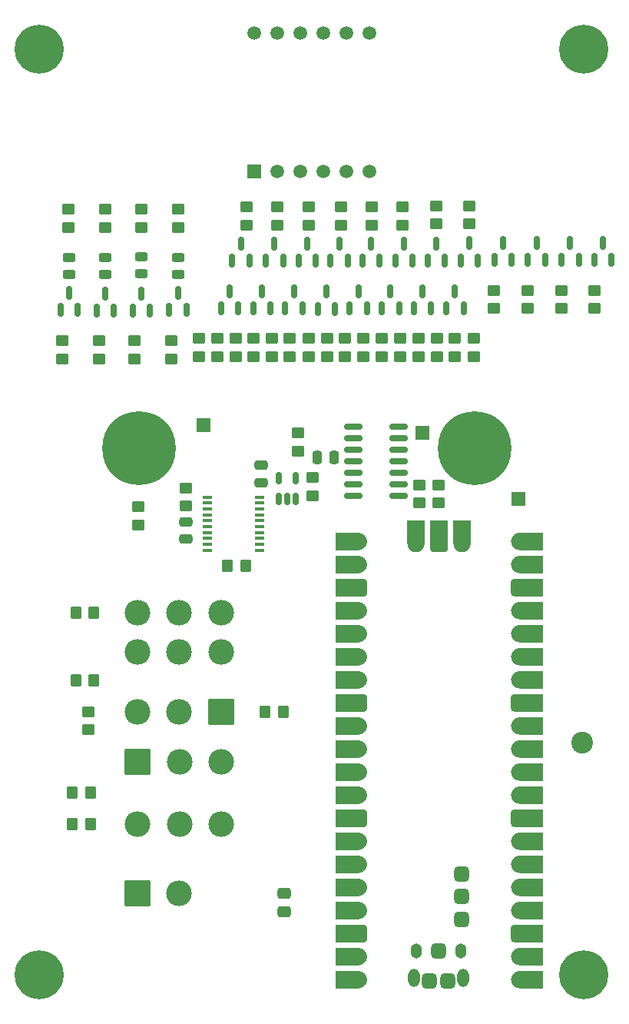
<source format=gts>
%TF.GenerationSoftware,KiCad,Pcbnew,8.0.0-8.0.0-1~ubuntu22.04.1*%
%TF.CreationDate,2024-04-13T22:18:37-06:00*%
%TF.ProjectId,Multimeter,4d756c74-696d-4657-9465-722e6b696361,rev?*%
%TF.SameCoordinates,Original*%
%TF.FileFunction,Soldermask,Top*%
%TF.FilePolarity,Negative*%
%FSLAX46Y46*%
G04 Gerber Fmt 4.6, Leading zero omitted, Abs format (unit mm)*
G04 Created by KiCad (PCBNEW 8.0.0-8.0.0-1~ubuntu22.04.1) date 2024-04-13 22:18:37*
%MOMM*%
%LPD*%
G01*
G04 APERTURE LIST*
G04 Aperture macros list*
%AMRoundRect*
0 Rectangle with rounded corners*
0 $1 Rounding radius*
0 $2 $3 $4 $5 $6 $7 $8 $9 X,Y pos of 4 corners*
0 Add a 4 corners polygon primitive as box body*
4,1,4,$2,$3,$4,$5,$6,$7,$8,$9,$2,$3,0*
0 Add four circle primitives for the rounded corners*
1,1,$1+$1,$2,$3*
1,1,$1+$1,$4,$5*
1,1,$1+$1,$6,$7*
1,1,$1+$1,$8,$9*
0 Add four rect primitives between the rounded corners*
20,1,$1+$1,$2,$3,$4,$5,0*
20,1,$1+$1,$4,$5,$6,$7,0*
20,1,$1+$1,$6,$7,$8,$9,0*
20,1,$1+$1,$8,$9,$2,$3,0*%
G04 Aperture macros list end*
%ADD10C,0.010000*%
%ADD11RoundRect,0.150000X0.150000X-0.587500X0.150000X0.587500X-0.150000X0.587500X-0.150000X-0.587500X0*%
%ADD12RoundRect,0.250000X0.450000X-0.350000X0.450000X0.350000X-0.450000X0.350000X-0.450000X-0.350000X0*%
%ADD13RoundRect,0.150000X-0.825000X-0.150000X0.825000X-0.150000X0.825000X0.150000X-0.825000X0.150000X0*%
%ADD14RoundRect,0.243750X0.456250X-0.243750X0.456250X0.243750X-0.456250X0.243750X-0.456250X-0.243750X0*%
%ADD15C,8.104000*%
%ADD16RoundRect,0.250000X-0.350000X-0.450000X0.350000X-0.450000X0.350000X0.450000X-0.350000X0.450000X0*%
%ADD17O,1.304000X2.004000*%
%ADD18O,1.254000X1.654000*%
%ADD19RoundRect,0.511200X0.340800X0.340800X-0.340800X0.340800X-0.340800X-0.340800X0.340800X-0.340800X0*%
%ADD20RoundRect,0.250000X-0.450000X0.350000X-0.450000X-0.350000X0.450000X-0.350000X0.450000X0.350000X0*%
%ADD21RoundRect,0.250000X0.350000X0.450000X-0.350000X0.450000X-0.350000X-0.450000X0.350000X-0.450000X0*%
%ADD22R,1.000000X0.400000*%
%ADD23C,0.800000*%
%ADD24C,5.400000*%
%ADD25RoundRect,0.250000X-0.475000X0.250000X-0.475000X-0.250000X0.475000X-0.250000X0.475000X0.250000X0*%
%ADD26R,1.500000X1.500000*%
%ADD27RoundRect,0.102000X-1.314450X-1.314450X1.314450X-1.314450X1.314450X1.314450X-1.314450X1.314450X0*%
%ADD28C,2.832900*%
%ADD29RoundRect,0.102000X-1.312500X-1.312500X1.312500X-1.312500X1.312500X1.312500X-1.312500X1.312500X0*%
%ADD30C,2.829000*%
%ADD31C,2.400000*%
%ADD32RoundRect,0.250000X0.250000X0.475000X-0.250000X0.475000X-0.250000X-0.475000X0.250000X-0.475000X0*%
%ADD33RoundRect,0.250000X0.475000X-0.250000X0.475000X0.250000X-0.475000X0.250000X-0.475000X-0.250000X0*%
%ADD34RoundRect,0.150000X0.150000X-0.512500X0.150000X0.512500X-0.150000X0.512500X-0.150000X-0.512500X0*%
%ADD35RoundRect,0.250000X0.475000X-0.337500X0.475000X0.337500X-0.475000X0.337500X-0.475000X-0.337500X0*%
%ADD36C,1.500000*%
G04 APERTURE END LIST*
D10*
%TO.C,U1*%
X147157000Y-92308500D02*
X147204000Y-92312500D01*
X147251000Y-92318500D01*
X147297000Y-92327500D01*
X147343000Y-92338500D01*
X147388000Y-92351500D01*
X147433000Y-92367500D01*
X147476000Y-92385500D01*
X147519000Y-92405500D01*
X147560000Y-92428500D01*
X147600000Y-92452500D01*
X147639000Y-92479500D01*
X147676000Y-92508500D01*
X147712000Y-92538500D01*
X147746000Y-92571500D01*
X147779000Y-92605500D01*
X147809000Y-92641500D01*
X147838000Y-92678500D01*
X147865000Y-92717500D01*
X147889000Y-92757500D01*
X147912000Y-92798500D01*
X147932000Y-92841500D01*
X147950000Y-92884500D01*
X147966000Y-92929500D01*
X147979000Y-92974500D01*
X147990000Y-93020500D01*
X147999000Y-93066500D01*
X148005000Y-93113500D01*
X148009000Y-93160500D01*
X148010000Y-93207500D01*
X148009000Y-93254500D01*
X148005000Y-93301500D01*
X147999000Y-93348500D01*
X147990000Y-93394500D01*
X147979000Y-93440500D01*
X147966000Y-93485500D01*
X147950000Y-93530500D01*
X147932000Y-93573500D01*
X147912000Y-93616500D01*
X147889000Y-93657500D01*
X147865000Y-93697500D01*
X147838000Y-93736500D01*
X147809000Y-93773500D01*
X147779000Y-93809500D01*
X147746000Y-93843500D01*
X147712000Y-93876500D01*
X147676000Y-93906500D01*
X147639000Y-93935500D01*
X147600000Y-93962500D01*
X147560000Y-93986500D01*
X147519000Y-94009500D01*
X147476000Y-94029500D01*
X147433000Y-94047500D01*
X147388000Y-94063500D01*
X147343000Y-94076500D01*
X147297000Y-94087500D01*
X147251000Y-94096500D01*
X147204000Y-94102500D01*
X147157000Y-94106500D01*
X147110000Y-94107500D01*
X144610000Y-94107500D01*
X144610000Y-92307500D01*
X147110000Y-92307500D01*
X147157000Y-92308500D01*
G36*
X147157000Y-92308500D02*
G01*
X147204000Y-92312500D01*
X147251000Y-92318500D01*
X147297000Y-92327500D01*
X147343000Y-92338500D01*
X147388000Y-92351500D01*
X147433000Y-92367500D01*
X147476000Y-92385500D01*
X147519000Y-92405500D01*
X147560000Y-92428500D01*
X147600000Y-92452500D01*
X147639000Y-92479500D01*
X147676000Y-92508500D01*
X147712000Y-92538500D01*
X147746000Y-92571500D01*
X147779000Y-92605500D01*
X147809000Y-92641500D01*
X147838000Y-92678500D01*
X147865000Y-92717500D01*
X147889000Y-92757500D01*
X147912000Y-92798500D01*
X147932000Y-92841500D01*
X147950000Y-92884500D01*
X147966000Y-92929500D01*
X147979000Y-92974500D01*
X147990000Y-93020500D01*
X147999000Y-93066500D01*
X148005000Y-93113500D01*
X148009000Y-93160500D01*
X148010000Y-93207500D01*
X148009000Y-93254500D01*
X148005000Y-93301500D01*
X147999000Y-93348500D01*
X147990000Y-93394500D01*
X147979000Y-93440500D01*
X147966000Y-93485500D01*
X147950000Y-93530500D01*
X147932000Y-93573500D01*
X147912000Y-93616500D01*
X147889000Y-93657500D01*
X147865000Y-93697500D01*
X147838000Y-93736500D01*
X147809000Y-93773500D01*
X147779000Y-93809500D01*
X147746000Y-93843500D01*
X147712000Y-93876500D01*
X147676000Y-93906500D01*
X147639000Y-93935500D01*
X147600000Y-93962500D01*
X147560000Y-93986500D01*
X147519000Y-94009500D01*
X147476000Y-94029500D01*
X147433000Y-94047500D01*
X147388000Y-94063500D01*
X147343000Y-94076500D01*
X147297000Y-94087500D01*
X147251000Y-94096500D01*
X147204000Y-94102500D01*
X147157000Y-94106500D01*
X147110000Y-94107500D01*
X144610000Y-94107500D01*
X144610000Y-92307500D01*
X147110000Y-92307500D01*
X147157000Y-92308500D01*
G37*
X147157000Y-94848500D02*
X147204000Y-94852500D01*
X147251000Y-94858500D01*
X147297000Y-94867500D01*
X147343000Y-94878500D01*
X147388000Y-94891500D01*
X147433000Y-94907500D01*
X147476000Y-94925500D01*
X147519000Y-94945500D01*
X147560000Y-94968500D01*
X147600000Y-94992500D01*
X147639000Y-95019500D01*
X147676000Y-95048500D01*
X147712000Y-95078500D01*
X147746000Y-95111500D01*
X147779000Y-95145500D01*
X147809000Y-95181500D01*
X147838000Y-95218500D01*
X147865000Y-95257500D01*
X147889000Y-95297500D01*
X147912000Y-95338500D01*
X147932000Y-95381500D01*
X147950000Y-95424500D01*
X147966000Y-95469500D01*
X147979000Y-95514500D01*
X147990000Y-95560500D01*
X147999000Y-95606500D01*
X148005000Y-95653500D01*
X148009000Y-95700500D01*
X148010000Y-95747500D01*
X148009000Y-95794500D01*
X148005000Y-95841500D01*
X147999000Y-95888500D01*
X147990000Y-95934500D01*
X147979000Y-95980500D01*
X147966000Y-96025500D01*
X147950000Y-96070500D01*
X147932000Y-96113500D01*
X147912000Y-96156500D01*
X147889000Y-96197500D01*
X147865000Y-96237500D01*
X147838000Y-96276500D01*
X147809000Y-96313500D01*
X147779000Y-96349500D01*
X147746000Y-96383500D01*
X147712000Y-96416500D01*
X147676000Y-96446500D01*
X147639000Y-96475500D01*
X147600000Y-96502500D01*
X147560000Y-96526500D01*
X147519000Y-96549500D01*
X147476000Y-96569500D01*
X147433000Y-96587500D01*
X147388000Y-96603500D01*
X147343000Y-96616500D01*
X147297000Y-96627500D01*
X147251000Y-96636500D01*
X147204000Y-96642500D01*
X147157000Y-96646500D01*
X147110000Y-96647500D01*
X144610000Y-96647500D01*
X144610000Y-94847500D01*
X147110000Y-94847500D01*
X147157000Y-94848500D01*
G36*
X147157000Y-94848500D02*
G01*
X147204000Y-94852500D01*
X147251000Y-94858500D01*
X147297000Y-94867500D01*
X147343000Y-94878500D01*
X147388000Y-94891500D01*
X147433000Y-94907500D01*
X147476000Y-94925500D01*
X147519000Y-94945500D01*
X147560000Y-94968500D01*
X147600000Y-94992500D01*
X147639000Y-95019500D01*
X147676000Y-95048500D01*
X147712000Y-95078500D01*
X147746000Y-95111500D01*
X147779000Y-95145500D01*
X147809000Y-95181500D01*
X147838000Y-95218500D01*
X147865000Y-95257500D01*
X147889000Y-95297500D01*
X147912000Y-95338500D01*
X147932000Y-95381500D01*
X147950000Y-95424500D01*
X147966000Y-95469500D01*
X147979000Y-95514500D01*
X147990000Y-95560500D01*
X147999000Y-95606500D01*
X148005000Y-95653500D01*
X148009000Y-95700500D01*
X148010000Y-95747500D01*
X148009000Y-95794500D01*
X148005000Y-95841500D01*
X147999000Y-95888500D01*
X147990000Y-95934500D01*
X147979000Y-95980500D01*
X147966000Y-96025500D01*
X147950000Y-96070500D01*
X147932000Y-96113500D01*
X147912000Y-96156500D01*
X147889000Y-96197500D01*
X147865000Y-96237500D01*
X147838000Y-96276500D01*
X147809000Y-96313500D01*
X147779000Y-96349500D01*
X147746000Y-96383500D01*
X147712000Y-96416500D01*
X147676000Y-96446500D01*
X147639000Y-96475500D01*
X147600000Y-96502500D01*
X147560000Y-96526500D01*
X147519000Y-96549500D01*
X147476000Y-96569500D01*
X147433000Y-96587500D01*
X147388000Y-96603500D01*
X147343000Y-96616500D01*
X147297000Y-96627500D01*
X147251000Y-96636500D01*
X147204000Y-96642500D01*
X147157000Y-96646500D01*
X147110000Y-96647500D01*
X144610000Y-96647500D01*
X144610000Y-94847500D01*
X147110000Y-94847500D01*
X147157000Y-94848500D01*
G37*
X147157000Y-99928500D02*
X147204000Y-99932500D01*
X147251000Y-99938500D01*
X147297000Y-99947500D01*
X147343000Y-99958500D01*
X147388000Y-99971500D01*
X147433000Y-99987500D01*
X147476000Y-100005500D01*
X147519000Y-100025500D01*
X147560000Y-100048500D01*
X147600000Y-100072500D01*
X147639000Y-100099500D01*
X147676000Y-100128500D01*
X147712000Y-100158500D01*
X147746000Y-100191500D01*
X147779000Y-100225500D01*
X147809000Y-100261500D01*
X147838000Y-100298500D01*
X147865000Y-100337500D01*
X147889000Y-100377500D01*
X147912000Y-100418500D01*
X147932000Y-100461500D01*
X147950000Y-100504500D01*
X147966000Y-100549500D01*
X147979000Y-100594500D01*
X147990000Y-100640500D01*
X147999000Y-100686500D01*
X148005000Y-100733500D01*
X148009000Y-100780500D01*
X148010000Y-100827500D01*
X148009000Y-100874500D01*
X148005000Y-100921500D01*
X147999000Y-100968500D01*
X147990000Y-101014500D01*
X147979000Y-101060500D01*
X147966000Y-101105500D01*
X147950000Y-101150500D01*
X147932000Y-101193500D01*
X147912000Y-101236500D01*
X147889000Y-101277500D01*
X147865000Y-101317500D01*
X147838000Y-101356500D01*
X147809000Y-101393500D01*
X147779000Y-101429500D01*
X147746000Y-101463500D01*
X147712000Y-101496500D01*
X147676000Y-101526500D01*
X147639000Y-101555500D01*
X147600000Y-101582500D01*
X147560000Y-101606500D01*
X147519000Y-101629500D01*
X147476000Y-101649500D01*
X147433000Y-101667500D01*
X147388000Y-101683500D01*
X147343000Y-101696500D01*
X147297000Y-101707500D01*
X147251000Y-101716500D01*
X147204000Y-101722500D01*
X147157000Y-101726500D01*
X147110000Y-101727500D01*
X144610000Y-101727500D01*
X144610000Y-99927500D01*
X147110000Y-99927500D01*
X147157000Y-99928500D01*
G36*
X147157000Y-99928500D02*
G01*
X147204000Y-99932500D01*
X147251000Y-99938500D01*
X147297000Y-99947500D01*
X147343000Y-99958500D01*
X147388000Y-99971500D01*
X147433000Y-99987500D01*
X147476000Y-100005500D01*
X147519000Y-100025500D01*
X147560000Y-100048500D01*
X147600000Y-100072500D01*
X147639000Y-100099500D01*
X147676000Y-100128500D01*
X147712000Y-100158500D01*
X147746000Y-100191500D01*
X147779000Y-100225500D01*
X147809000Y-100261500D01*
X147838000Y-100298500D01*
X147865000Y-100337500D01*
X147889000Y-100377500D01*
X147912000Y-100418500D01*
X147932000Y-100461500D01*
X147950000Y-100504500D01*
X147966000Y-100549500D01*
X147979000Y-100594500D01*
X147990000Y-100640500D01*
X147999000Y-100686500D01*
X148005000Y-100733500D01*
X148009000Y-100780500D01*
X148010000Y-100827500D01*
X148009000Y-100874500D01*
X148005000Y-100921500D01*
X147999000Y-100968500D01*
X147990000Y-101014500D01*
X147979000Y-101060500D01*
X147966000Y-101105500D01*
X147950000Y-101150500D01*
X147932000Y-101193500D01*
X147912000Y-101236500D01*
X147889000Y-101277500D01*
X147865000Y-101317500D01*
X147838000Y-101356500D01*
X147809000Y-101393500D01*
X147779000Y-101429500D01*
X147746000Y-101463500D01*
X147712000Y-101496500D01*
X147676000Y-101526500D01*
X147639000Y-101555500D01*
X147600000Y-101582500D01*
X147560000Y-101606500D01*
X147519000Y-101629500D01*
X147476000Y-101649500D01*
X147433000Y-101667500D01*
X147388000Y-101683500D01*
X147343000Y-101696500D01*
X147297000Y-101707500D01*
X147251000Y-101716500D01*
X147204000Y-101722500D01*
X147157000Y-101726500D01*
X147110000Y-101727500D01*
X144610000Y-101727500D01*
X144610000Y-99927500D01*
X147110000Y-99927500D01*
X147157000Y-99928500D01*
G37*
X147157000Y-102468500D02*
X147204000Y-102472500D01*
X147251000Y-102478500D01*
X147297000Y-102487500D01*
X147343000Y-102498500D01*
X147388000Y-102511500D01*
X147433000Y-102527500D01*
X147476000Y-102545500D01*
X147519000Y-102565500D01*
X147560000Y-102588500D01*
X147600000Y-102612500D01*
X147639000Y-102639500D01*
X147676000Y-102668500D01*
X147712000Y-102698500D01*
X147746000Y-102731500D01*
X147779000Y-102765500D01*
X147809000Y-102801500D01*
X147838000Y-102838500D01*
X147865000Y-102877500D01*
X147889000Y-102917500D01*
X147912000Y-102958500D01*
X147932000Y-103001500D01*
X147950000Y-103044500D01*
X147966000Y-103089500D01*
X147979000Y-103134500D01*
X147990000Y-103180500D01*
X147999000Y-103226500D01*
X148005000Y-103273500D01*
X148009000Y-103320500D01*
X148010000Y-103367500D01*
X148009000Y-103414500D01*
X148005000Y-103461500D01*
X147999000Y-103508500D01*
X147990000Y-103554500D01*
X147979000Y-103600500D01*
X147966000Y-103645500D01*
X147950000Y-103690500D01*
X147932000Y-103733500D01*
X147912000Y-103776500D01*
X147889000Y-103817500D01*
X147865000Y-103857500D01*
X147838000Y-103896500D01*
X147809000Y-103933500D01*
X147779000Y-103969500D01*
X147746000Y-104003500D01*
X147712000Y-104036500D01*
X147676000Y-104066500D01*
X147639000Y-104095500D01*
X147600000Y-104122500D01*
X147560000Y-104146500D01*
X147519000Y-104169500D01*
X147476000Y-104189500D01*
X147433000Y-104207500D01*
X147388000Y-104223500D01*
X147343000Y-104236500D01*
X147297000Y-104247500D01*
X147251000Y-104256500D01*
X147204000Y-104262500D01*
X147157000Y-104266500D01*
X147110000Y-104267500D01*
X144610000Y-104267500D01*
X144610000Y-102467500D01*
X147110000Y-102467500D01*
X147157000Y-102468500D01*
G36*
X147157000Y-102468500D02*
G01*
X147204000Y-102472500D01*
X147251000Y-102478500D01*
X147297000Y-102487500D01*
X147343000Y-102498500D01*
X147388000Y-102511500D01*
X147433000Y-102527500D01*
X147476000Y-102545500D01*
X147519000Y-102565500D01*
X147560000Y-102588500D01*
X147600000Y-102612500D01*
X147639000Y-102639500D01*
X147676000Y-102668500D01*
X147712000Y-102698500D01*
X147746000Y-102731500D01*
X147779000Y-102765500D01*
X147809000Y-102801500D01*
X147838000Y-102838500D01*
X147865000Y-102877500D01*
X147889000Y-102917500D01*
X147912000Y-102958500D01*
X147932000Y-103001500D01*
X147950000Y-103044500D01*
X147966000Y-103089500D01*
X147979000Y-103134500D01*
X147990000Y-103180500D01*
X147999000Y-103226500D01*
X148005000Y-103273500D01*
X148009000Y-103320500D01*
X148010000Y-103367500D01*
X148009000Y-103414500D01*
X148005000Y-103461500D01*
X147999000Y-103508500D01*
X147990000Y-103554500D01*
X147979000Y-103600500D01*
X147966000Y-103645500D01*
X147950000Y-103690500D01*
X147932000Y-103733500D01*
X147912000Y-103776500D01*
X147889000Y-103817500D01*
X147865000Y-103857500D01*
X147838000Y-103896500D01*
X147809000Y-103933500D01*
X147779000Y-103969500D01*
X147746000Y-104003500D01*
X147712000Y-104036500D01*
X147676000Y-104066500D01*
X147639000Y-104095500D01*
X147600000Y-104122500D01*
X147560000Y-104146500D01*
X147519000Y-104169500D01*
X147476000Y-104189500D01*
X147433000Y-104207500D01*
X147388000Y-104223500D01*
X147343000Y-104236500D01*
X147297000Y-104247500D01*
X147251000Y-104256500D01*
X147204000Y-104262500D01*
X147157000Y-104266500D01*
X147110000Y-104267500D01*
X144610000Y-104267500D01*
X144610000Y-102467500D01*
X147110000Y-102467500D01*
X147157000Y-102468500D01*
G37*
X147157000Y-105008500D02*
X147204000Y-105012500D01*
X147251000Y-105018500D01*
X147297000Y-105027500D01*
X147343000Y-105038500D01*
X147388000Y-105051500D01*
X147433000Y-105067500D01*
X147476000Y-105085500D01*
X147519000Y-105105500D01*
X147560000Y-105128500D01*
X147600000Y-105152500D01*
X147639000Y-105179500D01*
X147676000Y-105208500D01*
X147712000Y-105238500D01*
X147746000Y-105271500D01*
X147779000Y-105305500D01*
X147809000Y-105341500D01*
X147838000Y-105378500D01*
X147865000Y-105417500D01*
X147889000Y-105457500D01*
X147912000Y-105498500D01*
X147932000Y-105541500D01*
X147950000Y-105584500D01*
X147966000Y-105629500D01*
X147979000Y-105674500D01*
X147990000Y-105720500D01*
X147999000Y-105766500D01*
X148005000Y-105813500D01*
X148009000Y-105860500D01*
X148010000Y-105907500D01*
X148009000Y-105954500D01*
X148005000Y-106001500D01*
X147999000Y-106048500D01*
X147990000Y-106094500D01*
X147979000Y-106140500D01*
X147966000Y-106185500D01*
X147950000Y-106230500D01*
X147932000Y-106273500D01*
X147912000Y-106316500D01*
X147889000Y-106357500D01*
X147865000Y-106397500D01*
X147838000Y-106436500D01*
X147809000Y-106473500D01*
X147779000Y-106509500D01*
X147746000Y-106543500D01*
X147712000Y-106576500D01*
X147676000Y-106606500D01*
X147639000Y-106635500D01*
X147600000Y-106662500D01*
X147560000Y-106686500D01*
X147519000Y-106709500D01*
X147476000Y-106729500D01*
X147433000Y-106747500D01*
X147388000Y-106763500D01*
X147343000Y-106776500D01*
X147297000Y-106787500D01*
X147251000Y-106796500D01*
X147204000Y-106802500D01*
X147157000Y-106806500D01*
X147110000Y-106807500D01*
X144610000Y-106807500D01*
X144610000Y-105007500D01*
X147110000Y-105007500D01*
X147157000Y-105008500D01*
G36*
X147157000Y-105008500D02*
G01*
X147204000Y-105012500D01*
X147251000Y-105018500D01*
X147297000Y-105027500D01*
X147343000Y-105038500D01*
X147388000Y-105051500D01*
X147433000Y-105067500D01*
X147476000Y-105085500D01*
X147519000Y-105105500D01*
X147560000Y-105128500D01*
X147600000Y-105152500D01*
X147639000Y-105179500D01*
X147676000Y-105208500D01*
X147712000Y-105238500D01*
X147746000Y-105271500D01*
X147779000Y-105305500D01*
X147809000Y-105341500D01*
X147838000Y-105378500D01*
X147865000Y-105417500D01*
X147889000Y-105457500D01*
X147912000Y-105498500D01*
X147932000Y-105541500D01*
X147950000Y-105584500D01*
X147966000Y-105629500D01*
X147979000Y-105674500D01*
X147990000Y-105720500D01*
X147999000Y-105766500D01*
X148005000Y-105813500D01*
X148009000Y-105860500D01*
X148010000Y-105907500D01*
X148009000Y-105954500D01*
X148005000Y-106001500D01*
X147999000Y-106048500D01*
X147990000Y-106094500D01*
X147979000Y-106140500D01*
X147966000Y-106185500D01*
X147950000Y-106230500D01*
X147932000Y-106273500D01*
X147912000Y-106316500D01*
X147889000Y-106357500D01*
X147865000Y-106397500D01*
X147838000Y-106436500D01*
X147809000Y-106473500D01*
X147779000Y-106509500D01*
X147746000Y-106543500D01*
X147712000Y-106576500D01*
X147676000Y-106606500D01*
X147639000Y-106635500D01*
X147600000Y-106662500D01*
X147560000Y-106686500D01*
X147519000Y-106709500D01*
X147476000Y-106729500D01*
X147433000Y-106747500D01*
X147388000Y-106763500D01*
X147343000Y-106776500D01*
X147297000Y-106787500D01*
X147251000Y-106796500D01*
X147204000Y-106802500D01*
X147157000Y-106806500D01*
X147110000Y-106807500D01*
X144610000Y-106807500D01*
X144610000Y-105007500D01*
X147110000Y-105007500D01*
X147157000Y-105008500D01*
G37*
X147157000Y-107548500D02*
X147204000Y-107552500D01*
X147251000Y-107558500D01*
X147297000Y-107567500D01*
X147343000Y-107578500D01*
X147388000Y-107591500D01*
X147433000Y-107607500D01*
X147476000Y-107625500D01*
X147519000Y-107645500D01*
X147560000Y-107668500D01*
X147600000Y-107692500D01*
X147639000Y-107719500D01*
X147676000Y-107748500D01*
X147712000Y-107778500D01*
X147746000Y-107811500D01*
X147779000Y-107845500D01*
X147809000Y-107881500D01*
X147838000Y-107918500D01*
X147865000Y-107957500D01*
X147889000Y-107997500D01*
X147912000Y-108038500D01*
X147932000Y-108081500D01*
X147950000Y-108124500D01*
X147966000Y-108169500D01*
X147979000Y-108214500D01*
X147990000Y-108260500D01*
X147999000Y-108306500D01*
X148005000Y-108353500D01*
X148009000Y-108400500D01*
X148010000Y-108447500D01*
X148009000Y-108494500D01*
X148005000Y-108541500D01*
X147999000Y-108588500D01*
X147990000Y-108634500D01*
X147979000Y-108680500D01*
X147966000Y-108725500D01*
X147950000Y-108770500D01*
X147932000Y-108813500D01*
X147912000Y-108856500D01*
X147889000Y-108897500D01*
X147865000Y-108937500D01*
X147838000Y-108976500D01*
X147809000Y-109013500D01*
X147779000Y-109049500D01*
X147746000Y-109083500D01*
X147712000Y-109116500D01*
X147676000Y-109146500D01*
X147639000Y-109175500D01*
X147600000Y-109202500D01*
X147560000Y-109226500D01*
X147519000Y-109249500D01*
X147476000Y-109269500D01*
X147433000Y-109287500D01*
X147388000Y-109303500D01*
X147343000Y-109316500D01*
X147297000Y-109327500D01*
X147251000Y-109336500D01*
X147204000Y-109342500D01*
X147157000Y-109346500D01*
X147110000Y-109347500D01*
X144610000Y-109347500D01*
X144610000Y-107547500D01*
X147110000Y-107547500D01*
X147157000Y-107548500D01*
G36*
X147157000Y-107548500D02*
G01*
X147204000Y-107552500D01*
X147251000Y-107558500D01*
X147297000Y-107567500D01*
X147343000Y-107578500D01*
X147388000Y-107591500D01*
X147433000Y-107607500D01*
X147476000Y-107625500D01*
X147519000Y-107645500D01*
X147560000Y-107668500D01*
X147600000Y-107692500D01*
X147639000Y-107719500D01*
X147676000Y-107748500D01*
X147712000Y-107778500D01*
X147746000Y-107811500D01*
X147779000Y-107845500D01*
X147809000Y-107881500D01*
X147838000Y-107918500D01*
X147865000Y-107957500D01*
X147889000Y-107997500D01*
X147912000Y-108038500D01*
X147932000Y-108081500D01*
X147950000Y-108124500D01*
X147966000Y-108169500D01*
X147979000Y-108214500D01*
X147990000Y-108260500D01*
X147999000Y-108306500D01*
X148005000Y-108353500D01*
X148009000Y-108400500D01*
X148010000Y-108447500D01*
X148009000Y-108494500D01*
X148005000Y-108541500D01*
X147999000Y-108588500D01*
X147990000Y-108634500D01*
X147979000Y-108680500D01*
X147966000Y-108725500D01*
X147950000Y-108770500D01*
X147932000Y-108813500D01*
X147912000Y-108856500D01*
X147889000Y-108897500D01*
X147865000Y-108937500D01*
X147838000Y-108976500D01*
X147809000Y-109013500D01*
X147779000Y-109049500D01*
X147746000Y-109083500D01*
X147712000Y-109116500D01*
X147676000Y-109146500D01*
X147639000Y-109175500D01*
X147600000Y-109202500D01*
X147560000Y-109226500D01*
X147519000Y-109249500D01*
X147476000Y-109269500D01*
X147433000Y-109287500D01*
X147388000Y-109303500D01*
X147343000Y-109316500D01*
X147297000Y-109327500D01*
X147251000Y-109336500D01*
X147204000Y-109342500D01*
X147157000Y-109346500D01*
X147110000Y-109347500D01*
X144610000Y-109347500D01*
X144610000Y-107547500D01*
X147110000Y-107547500D01*
X147157000Y-107548500D01*
G37*
X147157000Y-112628500D02*
X147204000Y-112632500D01*
X147251000Y-112638500D01*
X147297000Y-112647500D01*
X147343000Y-112658500D01*
X147388000Y-112671500D01*
X147433000Y-112687500D01*
X147476000Y-112705500D01*
X147519000Y-112725500D01*
X147560000Y-112748500D01*
X147600000Y-112772500D01*
X147639000Y-112799500D01*
X147676000Y-112828500D01*
X147712000Y-112858500D01*
X147746000Y-112891500D01*
X147779000Y-112925500D01*
X147809000Y-112961500D01*
X147838000Y-112998500D01*
X147865000Y-113037500D01*
X147889000Y-113077500D01*
X147912000Y-113118500D01*
X147932000Y-113161500D01*
X147950000Y-113204500D01*
X147966000Y-113249500D01*
X147979000Y-113294500D01*
X147990000Y-113340500D01*
X147999000Y-113386500D01*
X148005000Y-113433500D01*
X148009000Y-113480500D01*
X148010000Y-113527500D01*
X148009000Y-113574500D01*
X148005000Y-113621500D01*
X147999000Y-113668500D01*
X147990000Y-113714500D01*
X147979000Y-113760500D01*
X147966000Y-113805500D01*
X147950000Y-113850500D01*
X147932000Y-113893500D01*
X147912000Y-113936500D01*
X147889000Y-113977500D01*
X147865000Y-114017500D01*
X147838000Y-114056500D01*
X147809000Y-114093500D01*
X147779000Y-114129500D01*
X147746000Y-114163500D01*
X147712000Y-114196500D01*
X147676000Y-114226500D01*
X147639000Y-114255500D01*
X147600000Y-114282500D01*
X147560000Y-114306500D01*
X147519000Y-114329500D01*
X147476000Y-114349500D01*
X147433000Y-114367500D01*
X147388000Y-114383500D01*
X147343000Y-114396500D01*
X147297000Y-114407500D01*
X147251000Y-114416500D01*
X147204000Y-114422500D01*
X147157000Y-114426500D01*
X147110000Y-114427500D01*
X144610000Y-114427500D01*
X144610000Y-112627500D01*
X147110000Y-112627500D01*
X147157000Y-112628500D01*
G36*
X147157000Y-112628500D02*
G01*
X147204000Y-112632500D01*
X147251000Y-112638500D01*
X147297000Y-112647500D01*
X147343000Y-112658500D01*
X147388000Y-112671500D01*
X147433000Y-112687500D01*
X147476000Y-112705500D01*
X147519000Y-112725500D01*
X147560000Y-112748500D01*
X147600000Y-112772500D01*
X147639000Y-112799500D01*
X147676000Y-112828500D01*
X147712000Y-112858500D01*
X147746000Y-112891500D01*
X147779000Y-112925500D01*
X147809000Y-112961500D01*
X147838000Y-112998500D01*
X147865000Y-113037500D01*
X147889000Y-113077500D01*
X147912000Y-113118500D01*
X147932000Y-113161500D01*
X147950000Y-113204500D01*
X147966000Y-113249500D01*
X147979000Y-113294500D01*
X147990000Y-113340500D01*
X147999000Y-113386500D01*
X148005000Y-113433500D01*
X148009000Y-113480500D01*
X148010000Y-113527500D01*
X148009000Y-113574500D01*
X148005000Y-113621500D01*
X147999000Y-113668500D01*
X147990000Y-113714500D01*
X147979000Y-113760500D01*
X147966000Y-113805500D01*
X147950000Y-113850500D01*
X147932000Y-113893500D01*
X147912000Y-113936500D01*
X147889000Y-113977500D01*
X147865000Y-114017500D01*
X147838000Y-114056500D01*
X147809000Y-114093500D01*
X147779000Y-114129500D01*
X147746000Y-114163500D01*
X147712000Y-114196500D01*
X147676000Y-114226500D01*
X147639000Y-114255500D01*
X147600000Y-114282500D01*
X147560000Y-114306500D01*
X147519000Y-114329500D01*
X147476000Y-114349500D01*
X147433000Y-114367500D01*
X147388000Y-114383500D01*
X147343000Y-114396500D01*
X147297000Y-114407500D01*
X147251000Y-114416500D01*
X147204000Y-114422500D01*
X147157000Y-114426500D01*
X147110000Y-114427500D01*
X144610000Y-114427500D01*
X144610000Y-112627500D01*
X147110000Y-112627500D01*
X147157000Y-112628500D01*
G37*
X147157000Y-115168500D02*
X147204000Y-115172500D01*
X147251000Y-115178500D01*
X147297000Y-115187500D01*
X147343000Y-115198500D01*
X147388000Y-115211500D01*
X147433000Y-115227500D01*
X147476000Y-115245500D01*
X147519000Y-115265500D01*
X147560000Y-115288500D01*
X147600000Y-115312500D01*
X147639000Y-115339500D01*
X147676000Y-115368500D01*
X147712000Y-115398500D01*
X147746000Y-115431500D01*
X147779000Y-115465500D01*
X147809000Y-115501500D01*
X147838000Y-115538500D01*
X147865000Y-115577500D01*
X147889000Y-115617500D01*
X147912000Y-115658500D01*
X147932000Y-115701500D01*
X147950000Y-115744500D01*
X147966000Y-115789500D01*
X147979000Y-115834500D01*
X147990000Y-115880500D01*
X147999000Y-115926500D01*
X148005000Y-115973500D01*
X148009000Y-116020500D01*
X148010000Y-116067500D01*
X148009000Y-116114500D01*
X148005000Y-116161500D01*
X147999000Y-116208500D01*
X147990000Y-116254500D01*
X147979000Y-116300500D01*
X147966000Y-116345500D01*
X147950000Y-116390500D01*
X147932000Y-116433500D01*
X147912000Y-116476500D01*
X147889000Y-116517500D01*
X147865000Y-116557500D01*
X147838000Y-116596500D01*
X147809000Y-116633500D01*
X147779000Y-116669500D01*
X147746000Y-116703500D01*
X147712000Y-116736500D01*
X147676000Y-116766500D01*
X147639000Y-116795500D01*
X147600000Y-116822500D01*
X147560000Y-116846500D01*
X147519000Y-116869500D01*
X147476000Y-116889500D01*
X147433000Y-116907500D01*
X147388000Y-116923500D01*
X147343000Y-116936500D01*
X147297000Y-116947500D01*
X147251000Y-116956500D01*
X147204000Y-116962500D01*
X147157000Y-116966500D01*
X147110000Y-116967500D01*
X144610000Y-116967500D01*
X144610000Y-115167500D01*
X147110000Y-115167500D01*
X147157000Y-115168500D01*
G36*
X147157000Y-115168500D02*
G01*
X147204000Y-115172500D01*
X147251000Y-115178500D01*
X147297000Y-115187500D01*
X147343000Y-115198500D01*
X147388000Y-115211500D01*
X147433000Y-115227500D01*
X147476000Y-115245500D01*
X147519000Y-115265500D01*
X147560000Y-115288500D01*
X147600000Y-115312500D01*
X147639000Y-115339500D01*
X147676000Y-115368500D01*
X147712000Y-115398500D01*
X147746000Y-115431500D01*
X147779000Y-115465500D01*
X147809000Y-115501500D01*
X147838000Y-115538500D01*
X147865000Y-115577500D01*
X147889000Y-115617500D01*
X147912000Y-115658500D01*
X147932000Y-115701500D01*
X147950000Y-115744500D01*
X147966000Y-115789500D01*
X147979000Y-115834500D01*
X147990000Y-115880500D01*
X147999000Y-115926500D01*
X148005000Y-115973500D01*
X148009000Y-116020500D01*
X148010000Y-116067500D01*
X148009000Y-116114500D01*
X148005000Y-116161500D01*
X147999000Y-116208500D01*
X147990000Y-116254500D01*
X147979000Y-116300500D01*
X147966000Y-116345500D01*
X147950000Y-116390500D01*
X147932000Y-116433500D01*
X147912000Y-116476500D01*
X147889000Y-116517500D01*
X147865000Y-116557500D01*
X147838000Y-116596500D01*
X147809000Y-116633500D01*
X147779000Y-116669500D01*
X147746000Y-116703500D01*
X147712000Y-116736500D01*
X147676000Y-116766500D01*
X147639000Y-116795500D01*
X147600000Y-116822500D01*
X147560000Y-116846500D01*
X147519000Y-116869500D01*
X147476000Y-116889500D01*
X147433000Y-116907500D01*
X147388000Y-116923500D01*
X147343000Y-116936500D01*
X147297000Y-116947500D01*
X147251000Y-116956500D01*
X147204000Y-116962500D01*
X147157000Y-116966500D01*
X147110000Y-116967500D01*
X144610000Y-116967500D01*
X144610000Y-115167500D01*
X147110000Y-115167500D01*
X147157000Y-115168500D01*
G37*
X147157000Y-117708500D02*
X147204000Y-117712500D01*
X147251000Y-117718500D01*
X147297000Y-117727500D01*
X147343000Y-117738500D01*
X147388000Y-117751500D01*
X147433000Y-117767500D01*
X147476000Y-117785500D01*
X147519000Y-117805500D01*
X147560000Y-117828500D01*
X147600000Y-117852500D01*
X147639000Y-117879500D01*
X147676000Y-117908500D01*
X147712000Y-117938500D01*
X147746000Y-117971500D01*
X147779000Y-118005500D01*
X147809000Y-118041500D01*
X147838000Y-118078500D01*
X147865000Y-118117500D01*
X147889000Y-118157500D01*
X147912000Y-118198500D01*
X147932000Y-118241500D01*
X147950000Y-118284500D01*
X147966000Y-118329500D01*
X147979000Y-118374500D01*
X147990000Y-118420500D01*
X147999000Y-118466500D01*
X148005000Y-118513500D01*
X148009000Y-118560500D01*
X148010000Y-118607500D01*
X148009000Y-118654500D01*
X148005000Y-118701500D01*
X147999000Y-118748500D01*
X147990000Y-118794500D01*
X147979000Y-118840500D01*
X147966000Y-118885500D01*
X147950000Y-118930500D01*
X147932000Y-118973500D01*
X147912000Y-119016500D01*
X147889000Y-119057500D01*
X147865000Y-119097500D01*
X147838000Y-119136500D01*
X147809000Y-119173500D01*
X147779000Y-119209500D01*
X147746000Y-119243500D01*
X147712000Y-119276500D01*
X147676000Y-119306500D01*
X147639000Y-119335500D01*
X147600000Y-119362500D01*
X147560000Y-119386500D01*
X147519000Y-119409500D01*
X147476000Y-119429500D01*
X147433000Y-119447500D01*
X147388000Y-119463500D01*
X147343000Y-119476500D01*
X147297000Y-119487500D01*
X147251000Y-119496500D01*
X147204000Y-119502500D01*
X147157000Y-119506500D01*
X147110000Y-119507500D01*
X144610000Y-119507500D01*
X144610000Y-117707500D01*
X147110000Y-117707500D01*
X147157000Y-117708500D01*
G36*
X147157000Y-117708500D02*
G01*
X147204000Y-117712500D01*
X147251000Y-117718500D01*
X147297000Y-117727500D01*
X147343000Y-117738500D01*
X147388000Y-117751500D01*
X147433000Y-117767500D01*
X147476000Y-117785500D01*
X147519000Y-117805500D01*
X147560000Y-117828500D01*
X147600000Y-117852500D01*
X147639000Y-117879500D01*
X147676000Y-117908500D01*
X147712000Y-117938500D01*
X147746000Y-117971500D01*
X147779000Y-118005500D01*
X147809000Y-118041500D01*
X147838000Y-118078500D01*
X147865000Y-118117500D01*
X147889000Y-118157500D01*
X147912000Y-118198500D01*
X147932000Y-118241500D01*
X147950000Y-118284500D01*
X147966000Y-118329500D01*
X147979000Y-118374500D01*
X147990000Y-118420500D01*
X147999000Y-118466500D01*
X148005000Y-118513500D01*
X148009000Y-118560500D01*
X148010000Y-118607500D01*
X148009000Y-118654500D01*
X148005000Y-118701500D01*
X147999000Y-118748500D01*
X147990000Y-118794500D01*
X147979000Y-118840500D01*
X147966000Y-118885500D01*
X147950000Y-118930500D01*
X147932000Y-118973500D01*
X147912000Y-119016500D01*
X147889000Y-119057500D01*
X147865000Y-119097500D01*
X147838000Y-119136500D01*
X147809000Y-119173500D01*
X147779000Y-119209500D01*
X147746000Y-119243500D01*
X147712000Y-119276500D01*
X147676000Y-119306500D01*
X147639000Y-119335500D01*
X147600000Y-119362500D01*
X147560000Y-119386500D01*
X147519000Y-119409500D01*
X147476000Y-119429500D01*
X147433000Y-119447500D01*
X147388000Y-119463500D01*
X147343000Y-119476500D01*
X147297000Y-119487500D01*
X147251000Y-119496500D01*
X147204000Y-119502500D01*
X147157000Y-119506500D01*
X147110000Y-119507500D01*
X144610000Y-119507500D01*
X144610000Y-117707500D01*
X147110000Y-117707500D01*
X147157000Y-117708500D01*
G37*
X147157000Y-120248500D02*
X147204000Y-120252500D01*
X147251000Y-120258500D01*
X147297000Y-120267500D01*
X147343000Y-120278500D01*
X147388000Y-120291500D01*
X147433000Y-120307500D01*
X147476000Y-120325500D01*
X147519000Y-120345500D01*
X147560000Y-120368500D01*
X147600000Y-120392500D01*
X147639000Y-120419500D01*
X147676000Y-120448500D01*
X147712000Y-120478500D01*
X147746000Y-120511500D01*
X147779000Y-120545500D01*
X147809000Y-120581500D01*
X147838000Y-120618500D01*
X147865000Y-120657500D01*
X147889000Y-120697500D01*
X147912000Y-120738500D01*
X147932000Y-120781500D01*
X147950000Y-120824500D01*
X147966000Y-120869500D01*
X147979000Y-120914500D01*
X147990000Y-120960500D01*
X147999000Y-121006500D01*
X148005000Y-121053500D01*
X148009000Y-121100500D01*
X148010000Y-121147500D01*
X148009000Y-121194500D01*
X148005000Y-121241500D01*
X147999000Y-121288500D01*
X147990000Y-121334500D01*
X147979000Y-121380500D01*
X147966000Y-121425500D01*
X147950000Y-121470500D01*
X147932000Y-121513500D01*
X147912000Y-121556500D01*
X147889000Y-121597500D01*
X147865000Y-121637500D01*
X147838000Y-121676500D01*
X147809000Y-121713500D01*
X147779000Y-121749500D01*
X147746000Y-121783500D01*
X147712000Y-121816500D01*
X147676000Y-121846500D01*
X147639000Y-121875500D01*
X147600000Y-121902500D01*
X147560000Y-121926500D01*
X147519000Y-121949500D01*
X147476000Y-121969500D01*
X147433000Y-121987500D01*
X147388000Y-122003500D01*
X147343000Y-122016500D01*
X147297000Y-122027500D01*
X147251000Y-122036500D01*
X147204000Y-122042500D01*
X147157000Y-122046500D01*
X147110000Y-122047500D01*
X144610000Y-122047500D01*
X144610000Y-120247500D01*
X147110000Y-120247500D01*
X147157000Y-120248500D01*
G36*
X147157000Y-120248500D02*
G01*
X147204000Y-120252500D01*
X147251000Y-120258500D01*
X147297000Y-120267500D01*
X147343000Y-120278500D01*
X147388000Y-120291500D01*
X147433000Y-120307500D01*
X147476000Y-120325500D01*
X147519000Y-120345500D01*
X147560000Y-120368500D01*
X147600000Y-120392500D01*
X147639000Y-120419500D01*
X147676000Y-120448500D01*
X147712000Y-120478500D01*
X147746000Y-120511500D01*
X147779000Y-120545500D01*
X147809000Y-120581500D01*
X147838000Y-120618500D01*
X147865000Y-120657500D01*
X147889000Y-120697500D01*
X147912000Y-120738500D01*
X147932000Y-120781500D01*
X147950000Y-120824500D01*
X147966000Y-120869500D01*
X147979000Y-120914500D01*
X147990000Y-120960500D01*
X147999000Y-121006500D01*
X148005000Y-121053500D01*
X148009000Y-121100500D01*
X148010000Y-121147500D01*
X148009000Y-121194500D01*
X148005000Y-121241500D01*
X147999000Y-121288500D01*
X147990000Y-121334500D01*
X147979000Y-121380500D01*
X147966000Y-121425500D01*
X147950000Y-121470500D01*
X147932000Y-121513500D01*
X147912000Y-121556500D01*
X147889000Y-121597500D01*
X147865000Y-121637500D01*
X147838000Y-121676500D01*
X147809000Y-121713500D01*
X147779000Y-121749500D01*
X147746000Y-121783500D01*
X147712000Y-121816500D01*
X147676000Y-121846500D01*
X147639000Y-121875500D01*
X147600000Y-121902500D01*
X147560000Y-121926500D01*
X147519000Y-121949500D01*
X147476000Y-121969500D01*
X147433000Y-121987500D01*
X147388000Y-122003500D01*
X147343000Y-122016500D01*
X147297000Y-122027500D01*
X147251000Y-122036500D01*
X147204000Y-122042500D01*
X147157000Y-122046500D01*
X147110000Y-122047500D01*
X144610000Y-122047500D01*
X144610000Y-120247500D01*
X147110000Y-120247500D01*
X147157000Y-120248500D01*
G37*
X147157000Y-125328500D02*
X147204000Y-125332500D01*
X147251000Y-125338500D01*
X147297000Y-125347500D01*
X147343000Y-125358500D01*
X147388000Y-125371500D01*
X147433000Y-125387500D01*
X147476000Y-125405500D01*
X147519000Y-125425500D01*
X147560000Y-125448500D01*
X147600000Y-125472500D01*
X147639000Y-125499500D01*
X147676000Y-125528500D01*
X147712000Y-125558500D01*
X147746000Y-125591500D01*
X147779000Y-125625500D01*
X147809000Y-125661500D01*
X147838000Y-125698500D01*
X147865000Y-125737500D01*
X147889000Y-125777500D01*
X147912000Y-125818500D01*
X147932000Y-125861500D01*
X147950000Y-125904500D01*
X147966000Y-125949500D01*
X147979000Y-125994500D01*
X147990000Y-126040500D01*
X147999000Y-126086500D01*
X148005000Y-126133500D01*
X148009000Y-126180500D01*
X148010000Y-126227500D01*
X148009000Y-126274500D01*
X148005000Y-126321500D01*
X147999000Y-126368500D01*
X147990000Y-126414500D01*
X147979000Y-126460500D01*
X147966000Y-126505500D01*
X147950000Y-126550500D01*
X147932000Y-126593500D01*
X147912000Y-126636500D01*
X147889000Y-126677500D01*
X147865000Y-126717500D01*
X147838000Y-126756500D01*
X147809000Y-126793500D01*
X147779000Y-126829500D01*
X147746000Y-126863500D01*
X147712000Y-126896500D01*
X147676000Y-126926500D01*
X147639000Y-126955500D01*
X147600000Y-126982500D01*
X147560000Y-127006500D01*
X147519000Y-127029500D01*
X147476000Y-127049500D01*
X147433000Y-127067500D01*
X147388000Y-127083500D01*
X147343000Y-127096500D01*
X147297000Y-127107500D01*
X147251000Y-127116500D01*
X147204000Y-127122500D01*
X147157000Y-127126500D01*
X147110000Y-127127500D01*
X144610000Y-127127500D01*
X144610000Y-125327500D01*
X147110000Y-125327500D01*
X147157000Y-125328500D01*
G36*
X147157000Y-125328500D02*
G01*
X147204000Y-125332500D01*
X147251000Y-125338500D01*
X147297000Y-125347500D01*
X147343000Y-125358500D01*
X147388000Y-125371500D01*
X147433000Y-125387500D01*
X147476000Y-125405500D01*
X147519000Y-125425500D01*
X147560000Y-125448500D01*
X147600000Y-125472500D01*
X147639000Y-125499500D01*
X147676000Y-125528500D01*
X147712000Y-125558500D01*
X147746000Y-125591500D01*
X147779000Y-125625500D01*
X147809000Y-125661500D01*
X147838000Y-125698500D01*
X147865000Y-125737500D01*
X147889000Y-125777500D01*
X147912000Y-125818500D01*
X147932000Y-125861500D01*
X147950000Y-125904500D01*
X147966000Y-125949500D01*
X147979000Y-125994500D01*
X147990000Y-126040500D01*
X147999000Y-126086500D01*
X148005000Y-126133500D01*
X148009000Y-126180500D01*
X148010000Y-126227500D01*
X148009000Y-126274500D01*
X148005000Y-126321500D01*
X147999000Y-126368500D01*
X147990000Y-126414500D01*
X147979000Y-126460500D01*
X147966000Y-126505500D01*
X147950000Y-126550500D01*
X147932000Y-126593500D01*
X147912000Y-126636500D01*
X147889000Y-126677500D01*
X147865000Y-126717500D01*
X147838000Y-126756500D01*
X147809000Y-126793500D01*
X147779000Y-126829500D01*
X147746000Y-126863500D01*
X147712000Y-126896500D01*
X147676000Y-126926500D01*
X147639000Y-126955500D01*
X147600000Y-126982500D01*
X147560000Y-127006500D01*
X147519000Y-127029500D01*
X147476000Y-127049500D01*
X147433000Y-127067500D01*
X147388000Y-127083500D01*
X147343000Y-127096500D01*
X147297000Y-127107500D01*
X147251000Y-127116500D01*
X147204000Y-127122500D01*
X147157000Y-127126500D01*
X147110000Y-127127500D01*
X144610000Y-127127500D01*
X144610000Y-125327500D01*
X147110000Y-125327500D01*
X147157000Y-125328500D01*
G37*
X147157000Y-127868500D02*
X147204000Y-127872500D01*
X147251000Y-127878500D01*
X147297000Y-127887500D01*
X147343000Y-127898500D01*
X147388000Y-127911500D01*
X147433000Y-127927500D01*
X147476000Y-127945500D01*
X147519000Y-127965500D01*
X147560000Y-127988500D01*
X147600000Y-128012500D01*
X147639000Y-128039500D01*
X147676000Y-128068500D01*
X147712000Y-128098500D01*
X147746000Y-128131500D01*
X147779000Y-128165500D01*
X147809000Y-128201500D01*
X147838000Y-128238500D01*
X147865000Y-128277500D01*
X147889000Y-128317500D01*
X147912000Y-128358500D01*
X147932000Y-128401500D01*
X147950000Y-128444500D01*
X147966000Y-128489500D01*
X147979000Y-128534500D01*
X147990000Y-128580500D01*
X147999000Y-128626500D01*
X148005000Y-128673500D01*
X148009000Y-128720500D01*
X148010000Y-128767500D01*
X148009000Y-128814500D01*
X148005000Y-128861500D01*
X147999000Y-128908500D01*
X147990000Y-128954500D01*
X147979000Y-129000500D01*
X147966000Y-129045500D01*
X147950000Y-129090500D01*
X147932000Y-129133500D01*
X147912000Y-129176500D01*
X147889000Y-129217500D01*
X147865000Y-129257500D01*
X147838000Y-129296500D01*
X147809000Y-129333500D01*
X147779000Y-129369500D01*
X147746000Y-129403500D01*
X147712000Y-129436500D01*
X147676000Y-129466500D01*
X147639000Y-129495500D01*
X147600000Y-129522500D01*
X147560000Y-129546500D01*
X147519000Y-129569500D01*
X147476000Y-129589500D01*
X147433000Y-129607500D01*
X147388000Y-129623500D01*
X147343000Y-129636500D01*
X147297000Y-129647500D01*
X147251000Y-129656500D01*
X147204000Y-129662500D01*
X147157000Y-129666500D01*
X147110000Y-129667500D01*
X144610000Y-129667500D01*
X144610000Y-127867500D01*
X147110000Y-127867500D01*
X147157000Y-127868500D01*
G36*
X147157000Y-127868500D02*
G01*
X147204000Y-127872500D01*
X147251000Y-127878500D01*
X147297000Y-127887500D01*
X147343000Y-127898500D01*
X147388000Y-127911500D01*
X147433000Y-127927500D01*
X147476000Y-127945500D01*
X147519000Y-127965500D01*
X147560000Y-127988500D01*
X147600000Y-128012500D01*
X147639000Y-128039500D01*
X147676000Y-128068500D01*
X147712000Y-128098500D01*
X147746000Y-128131500D01*
X147779000Y-128165500D01*
X147809000Y-128201500D01*
X147838000Y-128238500D01*
X147865000Y-128277500D01*
X147889000Y-128317500D01*
X147912000Y-128358500D01*
X147932000Y-128401500D01*
X147950000Y-128444500D01*
X147966000Y-128489500D01*
X147979000Y-128534500D01*
X147990000Y-128580500D01*
X147999000Y-128626500D01*
X148005000Y-128673500D01*
X148009000Y-128720500D01*
X148010000Y-128767500D01*
X148009000Y-128814500D01*
X148005000Y-128861500D01*
X147999000Y-128908500D01*
X147990000Y-128954500D01*
X147979000Y-129000500D01*
X147966000Y-129045500D01*
X147950000Y-129090500D01*
X147932000Y-129133500D01*
X147912000Y-129176500D01*
X147889000Y-129217500D01*
X147865000Y-129257500D01*
X147838000Y-129296500D01*
X147809000Y-129333500D01*
X147779000Y-129369500D01*
X147746000Y-129403500D01*
X147712000Y-129436500D01*
X147676000Y-129466500D01*
X147639000Y-129495500D01*
X147600000Y-129522500D01*
X147560000Y-129546500D01*
X147519000Y-129569500D01*
X147476000Y-129589500D01*
X147433000Y-129607500D01*
X147388000Y-129623500D01*
X147343000Y-129636500D01*
X147297000Y-129647500D01*
X147251000Y-129656500D01*
X147204000Y-129662500D01*
X147157000Y-129666500D01*
X147110000Y-129667500D01*
X144610000Y-129667500D01*
X144610000Y-127867500D01*
X147110000Y-127867500D01*
X147157000Y-127868500D01*
G37*
X147157000Y-130408500D02*
X147204000Y-130412500D01*
X147251000Y-130418500D01*
X147297000Y-130427500D01*
X147343000Y-130438500D01*
X147388000Y-130451500D01*
X147433000Y-130467500D01*
X147476000Y-130485500D01*
X147519000Y-130505500D01*
X147560000Y-130528500D01*
X147600000Y-130552500D01*
X147639000Y-130579500D01*
X147676000Y-130608500D01*
X147712000Y-130638500D01*
X147746000Y-130671500D01*
X147779000Y-130705500D01*
X147809000Y-130741500D01*
X147838000Y-130778500D01*
X147865000Y-130817500D01*
X147889000Y-130857500D01*
X147912000Y-130898500D01*
X147932000Y-130941500D01*
X147950000Y-130984500D01*
X147966000Y-131029500D01*
X147979000Y-131074500D01*
X147990000Y-131120500D01*
X147999000Y-131166500D01*
X148005000Y-131213500D01*
X148009000Y-131260500D01*
X148010000Y-131307500D01*
X148009000Y-131354500D01*
X148005000Y-131401500D01*
X147999000Y-131448500D01*
X147990000Y-131494500D01*
X147979000Y-131540500D01*
X147966000Y-131585500D01*
X147950000Y-131630500D01*
X147932000Y-131673500D01*
X147912000Y-131716500D01*
X147889000Y-131757500D01*
X147865000Y-131797500D01*
X147838000Y-131836500D01*
X147809000Y-131873500D01*
X147779000Y-131909500D01*
X147746000Y-131943500D01*
X147712000Y-131976500D01*
X147676000Y-132006500D01*
X147639000Y-132035500D01*
X147600000Y-132062500D01*
X147560000Y-132086500D01*
X147519000Y-132109500D01*
X147476000Y-132129500D01*
X147433000Y-132147500D01*
X147388000Y-132163500D01*
X147343000Y-132176500D01*
X147297000Y-132187500D01*
X147251000Y-132196500D01*
X147204000Y-132202500D01*
X147157000Y-132206500D01*
X147110000Y-132207500D01*
X144610000Y-132207500D01*
X144610000Y-130407500D01*
X147110000Y-130407500D01*
X147157000Y-130408500D01*
G36*
X147157000Y-130408500D02*
G01*
X147204000Y-130412500D01*
X147251000Y-130418500D01*
X147297000Y-130427500D01*
X147343000Y-130438500D01*
X147388000Y-130451500D01*
X147433000Y-130467500D01*
X147476000Y-130485500D01*
X147519000Y-130505500D01*
X147560000Y-130528500D01*
X147600000Y-130552500D01*
X147639000Y-130579500D01*
X147676000Y-130608500D01*
X147712000Y-130638500D01*
X147746000Y-130671500D01*
X147779000Y-130705500D01*
X147809000Y-130741500D01*
X147838000Y-130778500D01*
X147865000Y-130817500D01*
X147889000Y-130857500D01*
X147912000Y-130898500D01*
X147932000Y-130941500D01*
X147950000Y-130984500D01*
X147966000Y-131029500D01*
X147979000Y-131074500D01*
X147990000Y-131120500D01*
X147999000Y-131166500D01*
X148005000Y-131213500D01*
X148009000Y-131260500D01*
X148010000Y-131307500D01*
X148009000Y-131354500D01*
X148005000Y-131401500D01*
X147999000Y-131448500D01*
X147990000Y-131494500D01*
X147979000Y-131540500D01*
X147966000Y-131585500D01*
X147950000Y-131630500D01*
X147932000Y-131673500D01*
X147912000Y-131716500D01*
X147889000Y-131757500D01*
X147865000Y-131797500D01*
X147838000Y-131836500D01*
X147809000Y-131873500D01*
X147779000Y-131909500D01*
X147746000Y-131943500D01*
X147712000Y-131976500D01*
X147676000Y-132006500D01*
X147639000Y-132035500D01*
X147600000Y-132062500D01*
X147560000Y-132086500D01*
X147519000Y-132109500D01*
X147476000Y-132129500D01*
X147433000Y-132147500D01*
X147388000Y-132163500D01*
X147343000Y-132176500D01*
X147297000Y-132187500D01*
X147251000Y-132196500D01*
X147204000Y-132202500D01*
X147157000Y-132206500D01*
X147110000Y-132207500D01*
X144610000Y-132207500D01*
X144610000Y-130407500D01*
X147110000Y-130407500D01*
X147157000Y-130408500D01*
G37*
X147157000Y-132948500D02*
X147204000Y-132952500D01*
X147251000Y-132958500D01*
X147297000Y-132967500D01*
X147343000Y-132978500D01*
X147388000Y-132991500D01*
X147433000Y-133007500D01*
X147476000Y-133025500D01*
X147519000Y-133045500D01*
X147560000Y-133068500D01*
X147600000Y-133092500D01*
X147639000Y-133119500D01*
X147676000Y-133148500D01*
X147712000Y-133178500D01*
X147746000Y-133211500D01*
X147779000Y-133245500D01*
X147809000Y-133281500D01*
X147838000Y-133318500D01*
X147865000Y-133357500D01*
X147889000Y-133397500D01*
X147912000Y-133438500D01*
X147932000Y-133481500D01*
X147950000Y-133524500D01*
X147966000Y-133569500D01*
X147979000Y-133614500D01*
X147990000Y-133660500D01*
X147999000Y-133706500D01*
X148005000Y-133753500D01*
X148009000Y-133800500D01*
X148010000Y-133847500D01*
X148009000Y-133894500D01*
X148005000Y-133941500D01*
X147999000Y-133988500D01*
X147990000Y-134034500D01*
X147979000Y-134080500D01*
X147966000Y-134125500D01*
X147950000Y-134170500D01*
X147932000Y-134213500D01*
X147912000Y-134256500D01*
X147889000Y-134297500D01*
X147865000Y-134337500D01*
X147838000Y-134376500D01*
X147809000Y-134413500D01*
X147779000Y-134449500D01*
X147746000Y-134483500D01*
X147712000Y-134516500D01*
X147676000Y-134546500D01*
X147639000Y-134575500D01*
X147600000Y-134602500D01*
X147560000Y-134626500D01*
X147519000Y-134649500D01*
X147476000Y-134669500D01*
X147433000Y-134687500D01*
X147388000Y-134703500D01*
X147343000Y-134716500D01*
X147297000Y-134727500D01*
X147251000Y-134736500D01*
X147204000Y-134742500D01*
X147157000Y-134746500D01*
X147110000Y-134747500D01*
X144610000Y-134747500D01*
X144610000Y-132947500D01*
X147110000Y-132947500D01*
X147157000Y-132948500D01*
G36*
X147157000Y-132948500D02*
G01*
X147204000Y-132952500D01*
X147251000Y-132958500D01*
X147297000Y-132967500D01*
X147343000Y-132978500D01*
X147388000Y-132991500D01*
X147433000Y-133007500D01*
X147476000Y-133025500D01*
X147519000Y-133045500D01*
X147560000Y-133068500D01*
X147600000Y-133092500D01*
X147639000Y-133119500D01*
X147676000Y-133148500D01*
X147712000Y-133178500D01*
X147746000Y-133211500D01*
X147779000Y-133245500D01*
X147809000Y-133281500D01*
X147838000Y-133318500D01*
X147865000Y-133357500D01*
X147889000Y-133397500D01*
X147912000Y-133438500D01*
X147932000Y-133481500D01*
X147950000Y-133524500D01*
X147966000Y-133569500D01*
X147979000Y-133614500D01*
X147990000Y-133660500D01*
X147999000Y-133706500D01*
X148005000Y-133753500D01*
X148009000Y-133800500D01*
X148010000Y-133847500D01*
X148009000Y-133894500D01*
X148005000Y-133941500D01*
X147999000Y-133988500D01*
X147990000Y-134034500D01*
X147979000Y-134080500D01*
X147966000Y-134125500D01*
X147950000Y-134170500D01*
X147932000Y-134213500D01*
X147912000Y-134256500D01*
X147889000Y-134297500D01*
X147865000Y-134337500D01*
X147838000Y-134376500D01*
X147809000Y-134413500D01*
X147779000Y-134449500D01*
X147746000Y-134483500D01*
X147712000Y-134516500D01*
X147676000Y-134546500D01*
X147639000Y-134575500D01*
X147600000Y-134602500D01*
X147560000Y-134626500D01*
X147519000Y-134649500D01*
X147476000Y-134669500D01*
X147433000Y-134687500D01*
X147388000Y-134703500D01*
X147343000Y-134716500D01*
X147297000Y-134727500D01*
X147251000Y-134736500D01*
X147204000Y-134742500D01*
X147157000Y-134746500D01*
X147110000Y-134747500D01*
X144610000Y-134747500D01*
X144610000Y-132947500D01*
X147110000Y-132947500D01*
X147157000Y-132948500D01*
G37*
X147157000Y-138028500D02*
X147204000Y-138032500D01*
X147251000Y-138038500D01*
X147297000Y-138047500D01*
X147343000Y-138058500D01*
X147388000Y-138071500D01*
X147433000Y-138087500D01*
X147476000Y-138105500D01*
X147519000Y-138125500D01*
X147560000Y-138148500D01*
X147600000Y-138172500D01*
X147639000Y-138199500D01*
X147676000Y-138228500D01*
X147712000Y-138258500D01*
X147746000Y-138291500D01*
X147779000Y-138325500D01*
X147809000Y-138361500D01*
X147838000Y-138398500D01*
X147865000Y-138437500D01*
X147889000Y-138477500D01*
X147912000Y-138518500D01*
X147932000Y-138561500D01*
X147950000Y-138604500D01*
X147966000Y-138649500D01*
X147979000Y-138694500D01*
X147990000Y-138740500D01*
X147999000Y-138786500D01*
X148005000Y-138833500D01*
X148009000Y-138880500D01*
X148010000Y-138927500D01*
X148009000Y-138974500D01*
X148005000Y-139021500D01*
X147999000Y-139068500D01*
X147990000Y-139114500D01*
X147979000Y-139160500D01*
X147966000Y-139205500D01*
X147950000Y-139250500D01*
X147932000Y-139293500D01*
X147912000Y-139336500D01*
X147889000Y-139377500D01*
X147865000Y-139417500D01*
X147838000Y-139456500D01*
X147809000Y-139493500D01*
X147779000Y-139529500D01*
X147746000Y-139563500D01*
X147712000Y-139596500D01*
X147676000Y-139626500D01*
X147639000Y-139655500D01*
X147600000Y-139682500D01*
X147560000Y-139706500D01*
X147519000Y-139729500D01*
X147476000Y-139749500D01*
X147433000Y-139767500D01*
X147388000Y-139783500D01*
X147343000Y-139796500D01*
X147297000Y-139807500D01*
X147251000Y-139816500D01*
X147204000Y-139822500D01*
X147157000Y-139826500D01*
X147110000Y-139827500D01*
X144610000Y-139827500D01*
X144610000Y-138027500D01*
X147110000Y-138027500D01*
X147157000Y-138028500D01*
G36*
X147157000Y-138028500D02*
G01*
X147204000Y-138032500D01*
X147251000Y-138038500D01*
X147297000Y-138047500D01*
X147343000Y-138058500D01*
X147388000Y-138071500D01*
X147433000Y-138087500D01*
X147476000Y-138105500D01*
X147519000Y-138125500D01*
X147560000Y-138148500D01*
X147600000Y-138172500D01*
X147639000Y-138199500D01*
X147676000Y-138228500D01*
X147712000Y-138258500D01*
X147746000Y-138291500D01*
X147779000Y-138325500D01*
X147809000Y-138361500D01*
X147838000Y-138398500D01*
X147865000Y-138437500D01*
X147889000Y-138477500D01*
X147912000Y-138518500D01*
X147932000Y-138561500D01*
X147950000Y-138604500D01*
X147966000Y-138649500D01*
X147979000Y-138694500D01*
X147990000Y-138740500D01*
X147999000Y-138786500D01*
X148005000Y-138833500D01*
X148009000Y-138880500D01*
X148010000Y-138927500D01*
X148009000Y-138974500D01*
X148005000Y-139021500D01*
X147999000Y-139068500D01*
X147990000Y-139114500D01*
X147979000Y-139160500D01*
X147966000Y-139205500D01*
X147950000Y-139250500D01*
X147932000Y-139293500D01*
X147912000Y-139336500D01*
X147889000Y-139377500D01*
X147865000Y-139417500D01*
X147838000Y-139456500D01*
X147809000Y-139493500D01*
X147779000Y-139529500D01*
X147746000Y-139563500D01*
X147712000Y-139596500D01*
X147676000Y-139626500D01*
X147639000Y-139655500D01*
X147600000Y-139682500D01*
X147560000Y-139706500D01*
X147519000Y-139729500D01*
X147476000Y-139749500D01*
X147433000Y-139767500D01*
X147388000Y-139783500D01*
X147343000Y-139796500D01*
X147297000Y-139807500D01*
X147251000Y-139816500D01*
X147204000Y-139822500D01*
X147157000Y-139826500D01*
X147110000Y-139827500D01*
X144610000Y-139827500D01*
X144610000Y-138027500D01*
X147110000Y-138027500D01*
X147157000Y-138028500D01*
G37*
X147157000Y-140568500D02*
X147204000Y-140572500D01*
X147251000Y-140578500D01*
X147297000Y-140587500D01*
X147343000Y-140598500D01*
X147388000Y-140611500D01*
X147433000Y-140627500D01*
X147476000Y-140645500D01*
X147519000Y-140665500D01*
X147560000Y-140688500D01*
X147600000Y-140712500D01*
X147639000Y-140739500D01*
X147676000Y-140768500D01*
X147712000Y-140798500D01*
X147746000Y-140831500D01*
X147779000Y-140865500D01*
X147809000Y-140901500D01*
X147838000Y-140938500D01*
X147865000Y-140977500D01*
X147889000Y-141017500D01*
X147912000Y-141058500D01*
X147932000Y-141101500D01*
X147950000Y-141144500D01*
X147966000Y-141189500D01*
X147979000Y-141234500D01*
X147990000Y-141280500D01*
X147999000Y-141326500D01*
X148005000Y-141373500D01*
X148009000Y-141420500D01*
X148010000Y-141467500D01*
X148009000Y-141514500D01*
X148005000Y-141561500D01*
X147999000Y-141608500D01*
X147990000Y-141654500D01*
X147979000Y-141700500D01*
X147966000Y-141745500D01*
X147950000Y-141790500D01*
X147932000Y-141833500D01*
X147912000Y-141876500D01*
X147889000Y-141917500D01*
X147865000Y-141957500D01*
X147838000Y-141996500D01*
X147809000Y-142033500D01*
X147779000Y-142069500D01*
X147746000Y-142103500D01*
X147712000Y-142136500D01*
X147676000Y-142166500D01*
X147639000Y-142195500D01*
X147600000Y-142222500D01*
X147560000Y-142246500D01*
X147519000Y-142269500D01*
X147476000Y-142289500D01*
X147433000Y-142307500D01*
X147388000Y-142323500D01*
X147343000Y-142336500D01*
X147297000Y-142347500D01*
X147251000Y-142356500D01*
X147204000Y-142362500D01*
X147157000Y-142366500D01*
X147110000Y-142367500D01*
X144610000Y-142367500D01*
X144610000Y-140567500D01*
X147110000Y-140567500D01*
X147157000Y-140568500D01*
G36*
X147157000Y-140568500D02*
G01*
X147204000Y-140572500D01*
X147251000Y-140578500D01*
X147297000Y-140587500D01*
X147343000Y-140598500D01*
X147388000Y-140611500D01*
X147433000Y-140627500D01*
X147476000Y-140645500D01*
X147519000Y-140665500D01*
X147560000Y-140688500D01*
X147600000Y-140712500D01*
X147639000Y-140739500D01*
X147676000Y-140768500D01*
X147712000Y-140798500D01*
X147746000Y-140831500D01*
X147779000Y-140865500D01*
X147809000Y-140901500D01*
X147838000Y-140938500D01*
X147865000Y-140977500D01*
X147889000Y-141017500D01*
X147912000Y-141058500D01*
X147932000Y-141101500D01*
X147950000Y-141144500D01*
X147966000Y-141189500D01*
X147979000Y-141234500D01*
X147990000Y-141280500D01*
X147999000Y-141326500D01*
X148005000Y-141373500D01*
X148009000Y-141420500D01*
X148010000Y-141467500D01*
X148009000Y-141514500D01*
X148005000Y-141561500D01*
X147999000Y-141608500D01*
X147990000Y-141654500D01*
X147979000Y-141700500D01*
X147966000Y-141745500D01*
X147950000Y-141790500D01*
X147932000Y-141833500D01*
X147912000Y-141876500D01*
X147889000Y-141917500D01*
X147865000Y-141957500D01*
X147838000Y-141996500D01*
X147809000Y-142033500D01*
X147779000Y-142069500D01*
X147746000Y-142103500D01*
X147712000Y-142136500D01*
X147676000Y-142166500D01*
X147639000Y-142195500D01*
X147600000Y-142222500D01*
X147560000Y-142246500D01*
X147519000Y-142269500D01*
X147476000Y-142289500D01*
X147433000Y-142307500D01*
X147388000Y-142323500D01*
X147343000Y-142336500D01*
X147297000Y-142347500D01*
X147251000Y-142356500D01*
X147204000Y-142362500D01*
X147157000Y-142366500D01*
X147110000Y-142367500D01*
X144610000Y-142367500D01*
X144610000Y-140567500D01*
X147110000Y-140567500D01*
X147157000Y-140568500D01*
G37*
X154360000Y-93437500D02*
X154359000Y-93484500D01*
X154355000Y-93531500D01*
X154349000Y-93578500D01*
X154340000Y-93624500D01*
X154329000Y-93670500D01*
X154316000Y-93715500D01*
X154300000Y-93760500D01*
X154282000Y-93803500D01*
X154262000Y-93846500D01*
X154239000Y-93887500D01*
X154215000Y-93927500D01*
X154188000Y-93966500D01*
X154159000Y-94003500D01*
X154129000Y-94039500D01*
X154096000Y-94073500D01*
X154062000Y-94106500D01*
X154026000Y-94136500D01*
X153989000Y-94165500D01*
X153950000Y-94192500D01*
X153910000Y-94216500D01*
X153869000Y-94239500D01*
X153826000Y-94259500D01*
X153783000Y-94277500D01*
X153738000Y-94293500D01*
X153693000Y-94306500D01*
X153647000Y-94317500D01*
X153601000Y-94326500D01*
X153554000Y-94332500D01*
X153507000Y-94336500D01*
X153460000Y-94337500D01*
X153413000Y-94336500D01*
X153366000Y-94332500D01*
X153319000Y-94326500D01*
X153273000Y-94317500D01*
X153227000Y-94306500D01*
X153182000Y-94293500D01*
X153137000Y-94277500D01*
X153094000Y-94259500D01*
X153051000Y-94239500D01*
X153010000Y-94216500D01*
X152970000Y-94192500D01*
X152931000Y-94165500D01*
X152894000Y-94136500D01*
X152858000Y-94106500D01*
X152824000Y-94073500D01*
X152791000Y-94039500D01*
X152761000Y-94003500D01*
X152732000Y-93966500D01*
X152705000Y-93927500D01*
X152681000Y-93887500D01*
X152658000Y-93846500D01*
X152638000Y-93803500D01*
X152620000Y-93760500D01*
X152604000Y-93715500D01*
X152591000Y-93670500D01*
X152580000Y-93624500D01*
X152571000Y-93578500D01*
X152565000Y-93531500D01*
X152561000Y-93484500D01*
X152560000Y-93437500D01*
X152560000Y-90937500D01*
X154360000Y-90937500D01*
X154360000Y-93437500D01*
G36*
X154360000Y-93437500D02*
G01*
X154359000Y-93484500D01*
X154355000Y-93531500D01*
X154349000Y-93578500D01*
X154340000Y-93624500D01*
X154329000Y-93670500D01*
X154316000Y-93715500D01*
X154300000Y-93760500D01*
X154282000Y-93803500D01*
X154262000Y-93846500D01*
X154239000Y-93887500D01*
X154215000Y-93927500D01*
X154188000Y-93966500D01*
X154159000Y-94003500D01*
X154129000Y-94039500D01*
X154096000Y-94073500D01*
X154062000Y-94106500D01*
X154026000Y-94136500D01*
X153989000Y-94165500D01*
X153950000Y-94192500D01*
X153910000Y-94216500D01*
X153869000Y-94239500D01*
X153826000Y-94259500D01*
X153783000Y-94277500D01*
X153738000Y-94293500D01*
X153693000Y-94306500D01*
X153647000Y-94317500D01*
X153601000Y-94326500D01*
X153554000Y-94332500D01*
X153507000Y-94336500D01*
X153460000Y-94337500D01*
X153413000Y-94336500D01*
X153366000Y-94332500D01*
X153319000Y-94326500D01*
X153273000Y-94317500D01*
X153227000Y-94306500D01*
X153182000Y-94293500D01*
X153137000Y-94277500D01*
X153094000Y-94259500D01*
X153051000Y-94239500D01*
X153010000Y-94216500D01*
X152970000Y-94192500D01*
X152931000Y-94165500D01*
X152894000Y-94136500D01*
X152858000Y-94106500D01*
X152824000Y-94073500D01*
X152791000Y-94039500D01*
X152761000Y-94003500D01*
X152732000Y-93966500D01*
X152705000Y-93927500D01*
X152681000Y-93887500D01*
X152658000Y-93846500D01*
X152638000Y-93803500D01*
X152620000Y-93760500D01*
X152604000Y-93715500D01*
X152591000Y-93670500D01*
X152580000Y-93624500D01*
X152571000Y-93578500D01*
X152565000Y-93531500D01*
X152561000Y-93484500D01*
X152560000Y-93437500D01*
X152560000Y-90937500D01*
X154360000Y-90937500D01*
X154360000Y-93437500D01*
G37*
X159440000Y-93437500D02*
X159439000Y-93484500D01*
X159435000Y-93531500D01*
X159429000Y-93578500D01*
X159420000Y-93624500D01*
X159409000Y-93670500D01*
X159396000Y-93715500D01*
X159380000Y-93760500D01*
X159362000Y-93803500D01*
X159342000Y-93846500D01*
X159319000Y-93887500D01*
X159295000Y-93927500D01*
X159268000Y-93966500D01*
X159239000Y-94003500D01*
X159209000Y-94039500D01*
X159176000Y-94073500D01*
X159142000Y-94106500D01*
X159106000Y-94136500D01*
X159069000Y-94165500D01*
X159030000Y-94192500D01*
X158990000Y-94216500D01*
X158949000Y-94239500D01*
X158906000Y-94259500D01*
X158863000Y-94277500D01*
X158818000Y-94293500D01*
X158773000Y-94306500D01*
X158727000Y-94317500D01*
X158681000Y-94326500D01*
X158634000Y-94332500D01*
X158587000Y-94336500D01*
X158540000Y-94337500D01*
X158493000Y-94336500D01*
X158446000Y-94332500D01*
X158399000Y-94326500D01*
X158353000Y-94317500D01*
X158307000Y-94306500D01*
X158262000Y-94293500D01*
X158217000Y-94277500D01*
X158174000Y-94259500D01*
X158131000Y-94239500D01*
X158090000Y-94216500D01*
X158050000Y-94192500D01*
X158011000Y-94165500D01*
X157974000Y-94136500D01*
X157938000Y-94106500D01*
X157904000Y-94073500D01*
X157871000Y-94039500D01*
X157841000Y-94003500D01*
X157812000Y-93966500D01*
X157785000Y-93927500D01*
X157761000Y-93887500D01*
X157738000Y-93846500D01*
X157718000Y-93803500D01*
X157700000Y-93760500D01*
X157684000Y-93715500D01*
X157671000Y-93670500D01*
X157660000Y-93624500D01*
X157651000Y-93578500D01*
X157645000Y-93531500D01*
X157641000Y-93484500D01*
X157640000Y-93437500D01*
X157640000Y-90937500D01*
X159440000Y-90937500D01*
X159440000Y-93437500D01*
G36*
X159440000Y-93437500D02*
G01*
X159439000Y-93484500D01*
X159435000Y-93531500D01*
X159429000Y-93578500D01*
X159420000Y-93624500D01*
X159409000Y-93670500D01*
X159396000Y-93715500D01*
X159380000Y-93760500D01*
X159362000Y-93803500D01*
X159342000Y-93846500D01*
X159319000Y-93887500D01*
X159295000Y-93927500D01*
X159268000Y-93966500D01*
X159239000Y-94003500D01*
X159209000Y-94039500D01*
X159176000Y-94073500D01*
X159142000Y-94106500D01*
X159106000Y-94136500D01*
X159069000Y-94165500D01*
X159030000Y-94192500D01*
X158990000Y-94216500D01*
X158949000Y-94239500D01*
X158906000Y-94259500D01*
X158863000Y-94277500D01*
X158818000Y-94293500D01*
X158773000Y-94306500D01*
X158727000Y-94317500D01*
X158681000Y-94326500D01*
X158634000Y-94332500D01*
X158587000Y-94336500D01*
X158540000Y-94337500D01*
X158493000Y-94336500D01*
X158446000Y-94332500D01*
X158399000Y-94326500D01*
X158353000Y-94317500D01*
X158307000Y-94306500D01*
X158262000Y-94293500D01*
X158217000Y-94277500D01*
X158174000Y-94259500D01*
X158131000Y-94239500D01*
X158090000Y-94216500D01*
X158050000Y-94192500D01*
X158011000Y-94165500D01*
X157974000Y-94136500D01*
X157938000Y-94106500D01*
X157904000Y-94073500D01*
X157871000Y-94039500D01*
X157841000Y-94003500D01*
X157812000Y-93966500D01*
X157785000Y-93927500D01*
X157761000Y-93887500D01*
X157738000Y-93846500D01*
X157718000Y-93803500D01*
X157700000Y-93760500D01*
X157684000Y-93715500D01*
X157671000Y-93670500D01*
X157660000Y-93624500D01*
X157651000Y-93578500D01*
X157645000Y-93531500D01*
X157641000Y-93484500D01*
X157640000Y-93437500D01*
X157640000Y-90937500D01*
X159440000Y-90937500D01*
X159440000Y-93437500D01*
G37*
X167390000Y-94107500D02*
X164890000Y-94107500D01*
X164843000Y-94106500D01*
X164796000Y-94102500D01*
X164749000Y-94096500D01*
X164703000Y-94087500D01*
X164657000Y-94076500D01*
X164612000Y-94063500D01*
X164567000Y-94047500D01*
X164524000Y-94029500D01*
X164481000Y-94009500D01*
X164440000Y-93986500D01*
X164400000Y-93962500D01*
X164361000Y-93935500D01*
X164324000Y-93906500D01*
X164288000Y-93876500D01*
X164254000Y-93843500D01*
X164221000Y-93809500D01*
X164191000Y-93773500D01*
X164162000Y-93736500D01*
X164135000Y-93697500D01*
X164111000Y-93657500D01*
X164088000Y-93616500D01*
X164068000Y-93573500D01*
X164050000Y-93530500D01*
X164034000Y-93485500D01*
X164021000Y-93440500D01*
X164010000Y-93394500D01*
X164001000Y-93348500D01*
X163995000Y-93301500D01*
X163991000Y-93254500D01*
X163990000Y-93207500D01*
X163991000Y-93160500D01*
X163995000Y-93113500D01*
X164001000Y-93066500D01*
X164010000Y-93020500D01*
X164021000Y-92974500D01*
X164034000Y-92929500D01*
X164050000Y-92884500D01*
X164068000Y-92841500D01*
X164088000Y-92798500D01*
X164111000Y-92757500D01*
X164135000Y-92717500D01*
X164162000Y-92678500D01*
X164191000Y-92641500D01*
X164221000Y-92605500D01*
X164254000Y-92571500D01*
X164288000Y-92538500D01*
X164324000Y-92508500D01*
X164361000Y-92479500D01*
X164400000Y-92452500D01*
X164440000Y-92428500D01*
X164481000Y-92405500D01*
X164524000Y-92385500D01*
X164567000Y-92367500D01*
X164612000Y-92351500D01*
X164657000Y-92338500D01*
X164703000Y-92327500D01*
X164749000Y-92318500D01*
X164796000Y-92312500D01*
X164843000Y-92308500D01*
X164890000Y-92307500D01*
X167390000Y-92307500D01*
X167390000Y-94107500D01*
G36*
X167390000Y-94107500D02*
G01*
X164890000Y-94107500D01*
X164843000Y-94106500D01*
X164796000Y-94102500D01*
X164749000Y-94096500D01*
X164703000Y-94087500D01*
X164657000Y-94076500D01*
X164612000Y-94063500D01*
X164567000Y-94047500D01*
X164524000Y-94029500D01*
X164481000Y-94009500D01*
X164440000Y-93986500D01*
X164400000Y-93962500D01*
X164361000Y-93935500D01*
X164324000Y-93906500D01*
X164288000Y-93876500D01*
X164254000Y-93843500D01*
X164221000Y-93809500D01*
X164191000Y-93773500D01*
X164162000Y-93736500D01*
X164135000Y-93697500D01*
X164111000Y-93657500D01*
X164088000Y-93616500D01*
X164068000Y-93573500D01*
X164050000Y-93530500D01*
X164034000Y-93485500D01*
X164021000Y-93440500D01*
X164010000Y-93394500D01*
X164001000Y-93348500D01*
X163995000Y-93301500D01*
X163991000Y-93254500D01*
X163990000Y-93207500D01*
X163991000Y-93160500D01*
X163995000Y-93113500D01*
X164001000Y-93066500D01*
X164010000Y-93020500D01*
X164021000Y-92974500D01*
X164034000Y-92929500D01*
X164050000Y-92884500D01*
X164068000Y-92841500D01*
X164088000Y-92798500D01*
X164111000Y-92757500D01*
X164135000Y-92717500D01*
X164162000Y-92678500D01*
X164191000Y-92641500D01*
X164221000Y-92605500D01*
X164254000Y-92571500D01*
X164288000Y-92538500D01*
X164324000Y-92508500D01*
X164361000Y-92479500D01*
X164400000Y-92452500D01*
X164440000Y-92428500D01*
X164481000Y-92405500D01*
X164524000Y-92385500D01*
X164567000Y-92367500D01*
X164612000Y-92351500D01*
X164657000Y-92338500D01*
X164703000Y-92327500D01*
X164749000Y-92318500D01*
X164796000Y-92312500D01*
X164843000Y-92308500D01*
X164890000Y-92307500D01*
X167390000Y-92307500D01*
X167390000Y-94107500D01*
G37*
X167390000Y-96647500D02*
X164890000Y-96647500D01*
X164843000Y-96646500D01*
X164796000Y-96642500D01*
X164749000Y-96636500D01*
X164703000Y-96627500D01*
X164657000Y-96616500D01*
X164612000Y-96603500D01*
X164567000Y-96587500D01*
X164524000Y-96569500D01*
X164481000Y-96549500D01*
X164440000Y-96526500D01*
X164400000Y-96502500D01*
X164361000Y-96475500D01*
X164324000Y-96446500D01*
X164288000Y-96416500D01*
X164254000Y-96383500D01*
X164221000Y-96349500D01*
X164191000Y-96313500D01*
X164162000Y-96276500D01*
X164135000Y-96237500D01*
X164111000Y-96197500D01*
X164088000Y-96156500D01*
X164068000Y-96113500D01*
X164050000Y-96070500D01*
X164034000Y-96025500D01*
X164021000Y-95980500D01*
X164010000Y-95934500D01*
X164001000Y-95888500D01*
X163995000Y-95841500D01*
X163991000Y-95794500D01*
X163990000Y-95747500D01*
X163991000Y-95700500D01*
X163995000Y-95653500D01*
X164001000Y-95606500D01*
X164010000Y-95560500D01*
X164021000Y-95514500D01*
X164034000Y-95469500D01*
X164050000Y-95424500D01*
X164068000Y-95381500D01*
X164088000Y-95338500D01*
X164111000Y-95297500D01*
X164135000Y-95257500D01*
X164162000Y-95218500D01*
X164191000Y-95181500D01*
X164221000Y-95145500D01*
X164254000Y-95111500D01*
X164288000Y-95078500D01*
X164324000Y-95048500D01*
X164361000Y-95019500D01*
X164400000Y-94992500D01*
X164440000Y-94968500D01*
X164481000Y-94945500D01*
X164524000Y-94925500D01*
X164567000Y-94907500D01*
X164612000Y-94891500D01*
X164657000Y-94878500D01*
X164703000Y-94867500D01*
X164749000Y-94858500D01*
X164796000Y-94852500D01*
X164843000Y-94848500D01*
X164890000Y-94847500D01*
X167390000Y-94847500D01*
X167390000Y-96647500D01*
G36*
X167390000Y-96647500D02*
G01*
X164890000Y-96647500D01*
X164843000Y-96646500D01*
X164796000Y-96642500D01*
X164749000Y-96636500D01*
X164703000Y-96627500D01*
X164657000Y-96616500D01*
X164612000Y-96603500D01*
X164567000Y-96587500D01*
X164524000Y-96569500D01*
X164481000Y-96549500D01*
X164440000Y-96526500D01*
X164400000Y-96502500D01*
X164361000Y-96475500D01*
X164324000Y-96446500D01*
X164288000Y-96416500D01*
X164254000Y-96383500D01*
X164221000Y-96349500D01*
X164191000Y-96313500D01*
X164162000Y-96276500D01*
X164135000Y-96237500D01*
X164111000Y-96197500D01*
X164088000Y-96156500D01*
X164068000Y-96113500D01*
X164050000Y-96070500D01*
X164034000Y-96025500D01*
X164021000Y-95980500D01*
X164010000Y-95934500D01*
X164001000Y-95888500D01*
X163995000Y-95841500D01*
X163991000Y-95794500D01*
X163990000Y-95747500D01*
X163991000Y-95700500D01*
X163995000Y-95653500D01*
X164001000Y-95606500D01*
X164010000Y-95560500D01*
X164021000Y-95514500D01*
X164034000Y-95469500D01*
X164050000Y-95424500D01*
X164068000Y-95381500D01*
X164088000Y-95338500D01*
X164111000Y-95297500D01*
X164135000Y-95257500D01*
X164162000Y-95218500D01*
X164191000Y-95181500D01*
X164221000Y-95145500D01*
X164254000Y-95111500D01*
X164288000Y-95078500D01*
X164324000Y-95048500D01*
X164361000Y-95019500D01*
X164400000Y-94992500D01*
X164440000Y-94968500D01*
X164481000Y-94945500D01*
X164524000Y-94925500D01*
X164567000Y-94907500D01*
X164612000Y-94891500D01*
X164657000Y-94878500D01*
X164703000Y-94867500D01*
X164749000Y-94858500D01*
X164796000Y-94852500D01*
X164843000Y-94848500D01*
X164890000Y-94847500D01*
X167390000Y-94847500D01*
X167390000Y-96647500D01*
G37*
X167390000Y-101727500D02*
X164890000Y-101727500D01*
X164843000Y-101726500D01*
X164796000Y-101722500D01*
X164749000Y-101716500D01*
X164703000Y-101707500D01*
X164657000Y-101696500D01*
X164612000Y-101683500D01*
X164567000Y-101667500D01*
X164524000Y-101649500D01*
X164481000Y-101629500D01*
X164440000Y-101606500D01*
X164400000Y-101582500D01*
X164361000Y-101555500D01*
X164324000Y-101526500D01*
X164288000Y-101496500D01*
X164254000Y-101463500D01*
X164221000Y-101429500D01*
X164191000Y-101393500D01*
X164162000Y-101356500D01*
X164135000Y-101317500D01*
X164111000Y-101277500D01*
X164088000Y-101236500D01*
X164068000Y-101193500D01*
X164050000Y-101150500D01*
X164034000Y-101105500D01*
X164021000Y-101060500D01*
X164010000Y-101014500D01*
X164001000Y-100968500D01*
X163995000Y-100921500D01*
X163991000Y-100874500D01*
X163990000Y-100827500D01*
X163991000Y-100780500D01*
X163995000Y-100733500D01*
X164001000Y-100686500D01*
X164010000Y-100640500D01*
X164021000Y-100594500D01*
X164034000Y-100549500D01*
X164050000Y-100504500D01*
X164068000Y-100461500D01*
X164088000Y-100418500D01*
X164111000Y-100377500D01*
X164135000Y-100337500D01*
X164162000Y-100298500D01*
X164191000Y-100261500D01*
X164221000Y-100225500D01*
X164254000Y-100191500D01*
X164288000Y-100158500D01*
X164324000Y-100128500D01*
X164361000Y-100099500D01*
X164400000Y-100072500D01*
X164440000Y-100048500D01*
X164481000Y-100025500D01*
X164524000Y-100005500D01*
X164567000Y-99987500D01*
X164612000Y-99971500D01*
X164657000Y-99958500D01*
X164703000Y-99947500D01*
X164749000Y-99938500D01*
X164796000Y-99932500D01*
X164843000Y-99928500D01*
X164890000Y-99927500D01*
X167390000Y-99927500D01*
X167390000Y-101727500D01*
G36*
X167390000Y-101727500D02*
G01*
X164890000Y-101727500D01*
X164843000Y-101726500D01*
X164796000Y-101722500D01*
X164749000Y-101716500D01*
X164703000Y-101707500D01*
X164657000Y-101696500D01*
X164612000Y-101683500D01*
X164567000Y-101667500D01*
X164524000Y-101649500D01*
X164481000Y-101629500D01*
X164440000Y-101606500D01*
X164400000Y-101582500D01*
X164361000Y-101555500D01*
X164324000Y-101526500D01*
X164288000Y-101496500D01*
X164254000Y-101463500D01*
X164221000Y-101429500D01*
X164191000Y-101393500D01*
X164162000Y-101356500D01*
X164135000Y-101317500D01*
X164111000Y-101277500D01*
X164088000Y-101236500D01*
X164068000Y-101193500D01*
X164050000Y-101150500D01*
X164034000Y-101105500D01*
X164021000Y-101060500D01*
X164010000Y-101014500D01*
X164001000Y-100968500D01*
X163995000Y-100921500D01*
X163991000Y-100874500D01*
X163990000Y-100827500D01*
X163991000Y-100780500D01*
X163995000Y-100733500D01*
X164001000Y-100686500D01*
X164010000Y-100640500D01*
X164021000Y-100594500D01*
X164034000Y-100549500D01*
X164050000Y-100504500D01*
X164068000Y-100461500D01*
X164088000Y-100418500D01*
X164111000Y-100377500D01*
X164135000Y-100337500D01*
X164162000Y-100298500D01*
X164191000Y-100261500D01*
X164221000Y-100225500D01*
X164254000Y-100191500D01*
X164288000Y-100158500D01*
X164324000Y-100128500D01*
X164361000Y-100099500D01*
X164400000Y-100072500D01*
X164440000Y-100048500D01*
X164481000Y-100025500D01*
X164524000Y-100005500D01*
X164567000Y-99987500D01*
X164612000Y-99971500D01*
X164657000Y-99958500D01*
X164703000Y-99947500D01*
X164749000Y-99938500D01*
X164796000Y-99932500D01*
X164843000Y-99928500D01*
X164890000Y-99927500D01*
X167390000Y-99927500D01*
X167390000Y-101727500D01*
G37*
X167390000Y-104267500D02*
X164890000Y-104267500D01*
X164843000Y-104266500D01*
X164796000Y-104262500D01*
X164749000Y-104256500D01*
X164703000Y-104247500D01*
X164657000Y-104236500D01*
X164612000Y-104223500D01*
X164567000Y-104207500D01*
X164524000Y-104189500D01*
X164481000Y-104169500D01*
X164440000Y-104146500D01*
X164400000Y-104122500D01*
X164361000Y-104095500D01*
X164324000Y-104066500D01*
X164288000Y-104036500D01*
X164254000Y-104003500D01*
X164221000Y-103969500D01*
X164191000Y-103933500D01*
X164162000Y-103896500D01*
X164135000Y-103857500D01*
X164111000Y-103817500D01*
X164088000Y-103776500D01*
X164068000Y-103733500D01*
X164050000Y-103690500D01*
X164034000Y-103645500D01*
X164021000Y-103600500D01*
X164010000Y-103554500D01*
X164001000Y-103508500D01*
X163995000Y-103461500D01*
X163991000Y-103414500D01*
X163990000Y-103367500D01*
X163991000Y-103320500D01*
X163995000Y-103273500D01*
X164001000Y-103226500D01*
X164010000Y-103180500D01*
X164021000Y-103134500D01*
X164034000Y-103089500D01*
X164050000Y-103044500D01*
X164068000Y-103001500D01*
X164088000Y-102958500D01*
X164111000Y-102917500D01*
X164135000Y-102877500D01*
X164162000Y-102838500D01*
X164191000Y-102801500D01*
X164221000Y-102765500D01*
X164254000Y-102731500D01*
X164288000Y-102698500D01*
X164324000Y-102668500D01*
X164361000Y-102639500D01*
X164400000Y-102612500D01*
X164440000Y-102588500D01*
X164481000Y-102565500D01*
X164524000Y-102545500D01*
X164567000Y-102527500D01*
X164612000Y-102511500D01*
X164657000Y-102498500D01*
X164703000Y-102487500D01*
X164749000Y-102478500D01*
X164796000Y-102472500D01*
X164843000Y-102468500D01*
X164890000Y-102467500D01*
X167390000Y-102467500D01*
X167390000Y-104267500D01*
G36*
X167390000Y-104267500D02*
G01*
X164890000Y-104267500D01*
X164843000Y-104266500D01*
X164796000Y-104262500D01*
X164749000Y-104256500D01*
X164703000Y-104247500D01*
X164657000Y-104236500D01*
X164612000Y-104223500D01*
X164567000Y-104207500D01*
X164524000Y-104189500D01*
X164481000Y-104169500D01*
X164440000Y-104146500D01*
X164400000Y-104122500D01*
X164361000Y-104095500D01*
X164324000Y-104066500D01*
X164288000Y-104036500D01*
X164254000Y-104003500D01*
X164221000Y-103969500D01*
X164191000Y-103933500D01*
X164162000Y-103896500D01*
X164135000Y-103857500D01*
X164111000Y-103817500D01*
X164088000Y-103776500D01*
X164068000Y-103733500D01*
X164050000Y-103690500D01*
X164034000Y-103645500D01*
X164021000Y-103600500D01*
X164010000Y-103554500D01*
X164001000Y-103508500D01*
X163995000Y-103461500D01*
X163991000Y-103414500D01*
X163990000Y-103367500D01*
X163991000Y-103320500D01*
X163995000Y-103273500D01*
X164001000Y-103226500D01*
X164010000Y-103180500D01*
X164021000Y-103134500D01*
X164034000Y-103089500D01*
X164050000Y-103044500D01*
X164068000Y-103001500D01*
X164088000Y-102958500D01*
X164111000Y-102917500D01*
X164135000Y-102877500D01*
X164162000Y-102838500D01*
X164191000Y-102801500D01*
X164221000Y-102765500D01*
X164254000Y-102731500D01*
X164288000Y-102698500D01*
X164324000Y-102668500D01*
X164361000Y-102639500D01*
X164400000Y-102612500D01*
X164440000Y-102588500D01*
X164481000Y-102565500D01*
X164524000Y-102545500D01*
X164567000Y-102527500D01*
X164612000Y-102511500D01*
X164657000Y-102498500D01*
X164703000Y-102487500D01*
X164749000Y-102478500D01*
X164796000Y-102472500D01*
X164843000Y-102468500D01*
X164890000Y-102467500D01*
X167390000Y-102467500D01*
X167390000Y-104267500D01*
G37*
X167390000Y-106807500D02*
X164890000Y-106807500D01*
X164843000Y-106806500D01*
X164796000Y-106802500D01*
X164749000Y-106796500D01*
X164703000Y-106787500D01*
X164657000Y-106776500D01*
X164612000Y-106763500D01*
X164567000Y-106747500D01*
X164524000Y-106729500D01*
X164481000Y-106709500D01*
X164440000Y-106686500D01*
X164400000Y-106662500D01*
X164361000Y-106635500D01*
X164324000Y-106606500D01*
X164288000Y-106576500D01*
X164254000Y-106543500D01*
X164221000Y-106509500D01*
X164191000Y-106473500D01*
X164162000Y-106436500D01*
X164135000Y-106397500D01*
X164111000Y-106357500D01*
X164088000Y-106316500D01*
X164068000Y-106273500D01*
X164050000Y-106230500D01*
X164034000Y-106185500D01*
X164021000Y-106140500D01*
X164010000Y-106094500D01*
X164001000Y-106048500D01*
X163995000Y-106001500D01*
X163991000Y-105954500D01*
X163990000Y-105907500D01*
X163991000Y-105860500D01*
X163995000Y-105813500D01*
X164001000Y-105766500D01*
X164010000Y-105720500D01*
X164021000Y-105674500D01*
X164034000Y-105629500D01*
X164050000Y-105584500D01*
X164068000Y-105541500D01*
X164088000Y-105498500D01*
X164111000Y-105457500D01*
X164135000Y-105417500D01*
X164162000Y-105378500D01*
X164191000Y-105341500D01*
X164221000Y-105305500D01*
X164254000Y-105271500D01*
X164288000Y-105238500D01*
X164324000Y-105208500D01*
X164361000Y-105179500D01*
X164400000Y-105152500D01*
X164440000Y-105128500D01*
X164481000Y-105105500D01*
X164524000Y-105085500D01*
X164567000Y-105067500D01*
X164612000Y-105051500D01*
X164657000Y-105038500D01*
X164703000Y-105027500D01*
X164749000Y-105018500D01*
X164796000Y-105012500D01*
X164843000Y-105008500D01*
X164890000Y-105007500D01*
X167390000Y-105007500D01*
X167390000Y-106807500D01*
G36*
X167390000Y-106807500D02*
G01*
X164890000Y-106807500D01*
X164843000Y-106806500D01*
X164796000Y-106802500D01*
X164749000Y-106796500D01*
X164703000Y-106787500D01*
X164657000Y-106776500D01*
X164612000Y-106763500D01*
X164567000Y-106747500D01*
X164524000Y-106729500D01*
X164481000Y-106709500D01*
X164440000Y-106686500D01*
X164400000Y-106662500D01*
X164361000Y-106635500D01*
X164324000Y-106606500D01*
X164288000Y-106576500D01*
X164254000Y-106543500D01*
X164221000Y-106509500D01*
X164191000Y-106473500D01*
X164162000Y-106436500D01*
X164135000Y-106397500D01*
X164111000Y-106357500D01*
X164088000Y-106316500D01*
X164068000Y-106273500D01*
X164050000Y-106230500D01*
X164034000Y-106185500D01*
X164021000Y-106140500D01*
X164010000Y-106094500D01*
X164001000Y-106048500D01*
X163995000Y-106001500D01*
X163991000Y-105954500D01*
X163990000Y-105907500D01*
X163991000Y-105860500D01*
X163995000Y-105813500D01*
X164001000Y-105766500D01*
X164010000Y-105720500D01*
X164021000Y-105674500D01*
X164034000Y-105629500D01*
X164050000Y-105584500D01*
X164068000Y-105541500D01*
X164088000Y-105498500D01*
X164111000Y-105457500D01*
X164135000Y-105417500D01*
X164162000Y-105378500D01*
X164191000Y-105341500D01*
X164221000Y-105305500D01*
X164254000Y-105271500D01*
X164288000Y-105238500D01*
X164324000Y-105208500D01*
X164361000Y-105179500D01*
X164400000Y-105152500D01*
X164440000Y-105128500D01*
X164481000Y-105105500D01*
X164524000Y-105085500D01*
X164567000Y-105067500D01*
X164612000Y-105051500D01*
X164657000Y-105038500D01*
X164703000Y-105027500D01*
X164749000Y-105018500D01*
X164796000Y-105012500D01*
X164843000Y-105008500D01*
X164890000Y-105007500D01*
X167390000Y-105007500D01*
X167390000Y-106807500D01*
G37*
X167390000Y-109347500D02*
X164890000Y-109347500D01*
X164843000Y-109346500D01*
X164796000Y-109342500D01*
X164749000Y-109336500D01*
X164703000Y-109327500D01*
X164657000Y-109316500D01*
X164612000Y-109303500D01*
X164567000Y-109287500D01*
X164524000Y-109269500D01*
X164481000Y-109249500D01*
X164440000Y-109226500D01*
X164400000Y-109202500D01*
X164361000Y-109175500D01*
X164324000Y-109146500D01*
X164288000Y-109116500D01*
X164254000Y-109083500D01*
X164221000Y-109049500D01*
X164191000Y-109013500D01*
X164162000Y-108976500D01*
X164135000Y-108937500D01*
X164111000Y-108897500D01*
X164088000Y-108856500D01*
X164068000Y-108813500D01*
X164050000Y-108770500D01*
X164034000Y-108725500D01*
X164021000Y-108680500D01*
X164010000Y-108634500D01*
X164001000Y-108588500D01*
X163995000Y-108541500D01*
X163991000Y-108494500D01*
X163990000Y-108447500D01*
X163991000Y-108400500D01*
X163995000Y-108353500D01*
X164001000Y-108306500D01*
X164010000Y-108260500D01*
X164021000Y-108214500D01*
X164034000Y-108169500D01*
X164050000Y-108124500D01*
X164068000Y-108081500D01*
X164088000Y-108038500D01*
X164111000Y-107997500D01*
X164135000Y-107957500D01*
X164162000Y-107918500D01*
X164191000Y-107881500D01*
X164221000Y-107845500D01*
X164254000Y-107811500D01*
X164288000Y-107778500D01*
X164324000Y-107748500D01*
X164361000Y-107719500D01*
X164400000Y-107692500D01*
X164440000Y-107668500D01*
X164481000Y-107645500D01*
X164524000Y-107625500D01*
X164567000Y-107607500D01*
X164612000Y-107591500D01*
X164657000Y-107578500D01*
X164703000Y-107567500D01*
X164749000Y-107558500D01*
X164796000Y-107552500D01*
X164843000Y-107548500D01*
X164890000Y-107547500D01*
X167390000Y-107547500D01*
X167390000Y-109347500D01*
G36*
X167390000Y-109347500D02*
G01*
X164890000Y-109347500D01*
X164843000Y-109346500D01*
X164796000Y-109342500D01*
X164749000Y-109336500D01*
X164703000Y-109327500D01*
X164657000Y-109316500D01*
X164612000Y-109303500D01*
X164567000Y-109287500D01*
X164524000Y-109269500D01*
X164481000Y-109249500D01*
X164440000Y-109226500D01*
X164400000Y-109202500D01*
X164361000Y-109175500D01*
X164324000Y-109146500D01*
X164288000Y-109116500D01*
X164254000Y-109083500D01*
X164221000Y-109049500D01*
X164191000Y-109013500D01*
X164162000Y-108976500D01*
X164135000Y-108937500D01*
X164111000Y-108897500D01*
X164088000Y-108856500D01*
X164068000Y-108813500D01*
X164050000Y-108770500D01*
X164034000Y-108725500D01*
X164021000Y-108680500D01*
X164010000Y-108634500D01*
X164001000Y-108588500D01*
X163995000Y-108541500D01*
X163991000Y-108494500D01*
X163990000Y-108447500D01*
X163991000Y-108400500D01*
X163995000Y-108353500D01*
X164001000Y-108306500D01*
X164010000Y-108260500D01*
X164021000Y-108214500D01*
X164034000Y-108169500D01*
X164050000Y-108124500D01*
X164068000Y-108081500D01*
X164088000Y-108038500D01*
X164111000Y-107997500D01*
X164135000Y-107957500D01*
X164162000Y-107918500D01*
X164191000Y-107881500D01*
X164221000Y-107845500D01*
X164254000Y-107811500D01*
X164288000Y-107778500D01*
X164324000Y-107748500D01*
X164361000Y-107719500D01*
X164400000Y-107692500D01*
X164440000Y-107668500D01*
X164481000Y-107645500D01*
X164524000Y-107625500D01*
X164567000Y-107607500D01*
X164612000Y-107591500D01*
X164657000Y-107578500D01*
X164703000Y-107567500D01*
X164749000Y-107558500D01*
X164796000Y-107552500D01*
X164843000Y-107548500D01*
X164890000Y-107547500D01*
X167390000Y-107547500D01*
X167390000Y-109347500D01*
G37*
X167390000Y-114427500D02*
X164890000Y-114427500D01*
X164843000Y-114426500D01*
X164796000Y-114422500D01*
X164749000Y-114416500D01*
X164703000Y-114407500D01*
X164657000Y-114396500D01*
X164612000Y-114383500D01*
X164567000Y-114367500D01*
X164524000Y-114349500D01*
X164481000Y-114329500D01*
X164440000Y-114306500D01*
X164400000Y-114282500D01*
X164361000Y-114255500D01*
X164324000Y-114226500D01*
X164288000Y-114196500D01*
X164254000Y-114163500D01*
X164221000Y-114129500D01*
X164191000Y-114093500D01*
X164162000Y-114056500D01*
X164135000Y-114017500D01*
X164111000Y-113977500D01*
X164088000Y-113936500D01*
X164068000Y-113893500D01*
X164050000Y-113850500D01*
X164034000Y-113805500D01*
X164021000Y-113760500D01*
X164010000Y-113714500D01*
X164001000Y-113668500D01*
X163995000Y-113621500D01*
X163991000Y-113574500D01*
X163990000Y-113527500D01*
X163991000Y-113480500D01*
X163995000Y-113433500D01*
X164001000Y-113386500D01*
X164010000Y-113340500D01*
X164021000Y-113294500D01*
X164034000Y-113249500D01*
X164050000Y-113204500D01*
X164068000Y-113161500D01*
X164088000Y-113118500D01*
X164111000Y-113077500D01*
X164135000Y-113037500D01*
X164162000Y-112998500D01*
X164191000Y-112961500D01*
X164221000Y-112925500D01*
X164254000Y-112891500D01*
X164288000Y-112858500D01*
X164324000Y-112828500D01*
X164361000Y-112799500D01*
X164400000Y-112772500D01*
X164440000Y-112748500D01*
X164481000Y-112725500D01*
X164524000Y-112705500D01*
X164567000Y-112687500D01*
X164612000Y-112671500D01*
X164657000Y-112658500D01*
X164703000Y-112647500D01*
X164749000Y-112638500D01*
X164796000Y-112632500D01*
X164843000Y-112628500D01*
X164890000Y-112627500D01*
X167390000Y-112627500D01*
X167390000Y-114427500D01*
G36*
X167390000Y-114427500D02*
G01*
X164890000Y-114427500D01*
X164843000Y-114426500D01*
X164796000Y-114422500D01*
X164749000Y-114416500D01*
X164703000Y-114407500D01*
X164657000Y-114396500D01*
X164612000Y-114383500D01*
X164567000Y-114367500D01*
X164524000Y-114349500D01*
X164481000Y-114329500D01*
X164440000Y-114306500D01*
X164400000Y-114282500D01*
X164361000Y-114255500D01*
X164324000Y-114226500D01*
X164288000Y-114196500D01*
X164254000Y-114163500D01*
X164221000Y-114129500D01*
X164191000Y-114093500D01*
X164162000Y-114056500D01*
X164135000Y-114017500D01*
X164111000Y-113977500D01*
X164088000Y-113936500D01*
X164068000Y-113893500D01*
X164050000Y-113850500D01*
X164034000Y-113805500D01*
X164021000Y-113760500D01*
X164010000Y-113714500D01*
X164001000Y-113668500D01*
X163995000Y-113621500D01*
X163991000Y-113574500D01*
X163990000Y-113527500D01*
X163991000Y-113480500D01*
X163995000Y-113433500D01*
X164001000Y-113386500D01*
X164010000Y-113340500D01*
X164021000Y-113294500D01*
X164034000Y-113249500D01*
X164050000Y-113204500D01*
X164068000Y-113161500D01*
X164088000Y-113118500D01*
X164111000Y-113077500D01*
X164135000Y-113037500D01*
X164162000Y-112998500D01*
X164191000Y-112961500D01*
X164221000Y-112925500D01*
X164254000Y-112891500D01*
X164288000Y-112858500D01*
X164324000Y-112828500D01*
X164361000Y-112799500D01*
X164400000Y-112772500D01*
X164440000Y-112748500D01*
X164481000Y-112725500D01*
X164524000Y-112705500D01*
X164567000Y-112687500D01*
X164612000Y-112671500D01*
X164657000Y-112658500D01*
X164703000Y-112647500D01*
X164749000Y-112638500D01*
X164796000Y-112632500D01*
X164843000Y-112628500D01*
X164890000Y-112627500D01*
X167390000Y-112627500D01*
X167390000Y-114427500D01*
G37*
X167390000Y-116967500D02*
X164890000Y-116967500D01*
X164843000Y-116966500D01*
X164796000Y-116962500D01*
X164749000Y-116956500D01*
X164703000Y-116947500D01*
X164657000Y-116936500D01*
X164612000Y-116923500D01*
X164567000Y-116907500D01*
X164524000Y-116889500D01*
X164481000Y-116869500D01*
X164440000Y-116846500D01*
X164400000Y-116822500D01*
X164361000Y-116795500D01*
X164324000Y-116766500D01*
X164288000Y-116736500D01*
X164254000Y-116703500D01*
X164221000Y-116669500D01*
X164191000Y-116633500D01*
X164162000Y-116596500D01*
X164135000Y-116557500D01*
X164111000Y-116517500D01*
X164088000Y-116476500D01*
X164068000Y-116433500D01*
X164050000Y-116390500D01*
X164034000Y-116345500D01*
X164021000Y-116300500D01*
X164010000Y-116254500D01*
X164001000Y-116208500D01*
X163995000Y-116161500D01*
X163991000Y-116114500D01*
X163990000Y-116067500D01*
X163991000Y-116020500D01*
X163995000Y-115973500D01*
X164001000Y-115926500D01*
X164010000Y-115880500D01*
X164021000Y-115834500D01*
X164034000Y-115789500D01*
X164050000Y-115744500D01*
X164068000Y-115701500D01*
X164088000Y-115658500D01*
X164111000Y-115617500D01*
X164135000Y-115577500D01*
X164162000Y-115538500D01*
X164191000Y-115501500D01*
X164221000Y-115465500D01*
X164254000Y-115431500D01*
X164288000Y-115398500D01*
X164324000Y-115368500D01*
X164361000Y-115339500D01*
X164400000Y-115312500D01*
X164440000Y-115288500D01*
X164481000Y-115265500D01*
X164524000Y-115245500D01*
X164567000Y-115227500D01*
X164612000Y-115211500D01*
X164657000Y-115198500D01*
X164703000Y-115187500D01*
X164749000Y-115178500D01*
X164796000Y-115172500D01*
X164843000Y-115168500D01*
X164890000Y-115167500D01*
X167390000Y-115167500D01*
X167390000Y-116967500D01*
G36*
X167390000Y-116967500D02*
G01*
X164890000Y-116967500D01*
X164843000Y-116966500D01*
X164796000Y-116962500D01*
X164749000Y-116956500D01*
X164703000Y-116947500D01*
X164657000Y-116936500D01*
X164612000Y-116923500D01*
X164567000Y-116907500D01*
X164524000Y-116889500D01*
X164481000Y-116869500D01*
X164440000Y-116846500D01*
X164400000Y-116822500D01*
X164361000Y-116795500D01*
X164324000Y-116766500D01*
X164288000Y-116736500D01*
X164254000Y-116703500D01*
X164221000Y-116669500D01*
X164191000Y-116633500D01*
X164162000Y-116596500D01*
X164135000Y-116557500D01*
X164111000Y-116517500D01*
X164088000Y-116476500D01*
X164068000Y-116433500D01*
X164050000Y-116390500D01*
X164034000Y-116345500D01*
X164021000Y-116300500D01*
X164010000Y-116254500D01*
X164001000Y-116208500D01*
X163995000Y-116161500D01*
X163991000Y-116114500D01*
X163990000Y-116067500D01*
X163991000Y-116020500D01*
X163995000Y-115973500D01*
X164001000Y-115926500D01*
X164010000Y-115880500D01*
X164021000Y-115834500D01*
X164034000Y-115789500D01*
X164050000Y-115744500D01*
X164068000Y-115701500D01*
X164088000Y-115658500D01*
X164111000Y-115617500D01*
X164135000Y-115577500D01*
X164162000Y-115538500D01*
X164191000Y-115501500D01*
X164221000Y-115465500D01*
X164254000Y-115431500D01*
X164288000Y-115398500D01*
X164324000Y-115368500D01*
X164361000Y-115339500D01*
X164400000Y-115312500D01*
X164440000Y-115288500D01*
X164481000Y-115265500D01*
X164524000Y-115245500D01*
X164567000Y-115227500D01*
X164612000Y-115211500D01*
X164657000Y-115198500D01*
X164703000Y-115187500D01*
X164749000Y-115178500D01*
X164796000Y-115172500D01*
X164843000Y-115168500D01*
X164890000Y-115167500D01*
X167390000Y-115167500D01*
X167390000Y-116967500D01*
G37*
X167390000Y-119507500D02*
X164890000Y-119507500D01*
X164843000Y-119506500D01*
X164796000Y-119502500D01*
X164749000Y-119496500D01*
X164703000Y-119487500D01*
X164657000Y-119476500D01*
X164612000Y-119463500D01*
X164567000Y-119447500D01*
X164524000Y-119429500D01*
X164481000Y-119409500D01*
X164440000Y-119386500D01*
X164400000Y-119362500D01*
X164361000Y-119335500D01*
X164324000Y-119306500D01*
X164288000Y-119276500D01*
X164254000Y-119243500D01*
X164221000Y-119209500D01*
X164191000Y-119173500D01*
X164162000Y-119136500D01*
X164135000Y-119097500D01*
X164111000Y-119057500D01*
X164088000Y-119016500D01*
X164068000Y-118973500D01*
X164050000Y-118930500D01*
X164034000Y-118885500D01*
X164021000Y-118840500D01*
X164010000Y-118794500D01*
X164001000Y-118748500D01*
X163995000Y-118701500D01*
X163991000Y-118654500D01*
X163990000Y-118607500D01*
X163991000Y-118560500D01*
X163995000Y-118513500D01*
X164001000Y-118466500D01*
X164010000Y-118420500D01*
X164021000Y-118374500D01*
X164034000Y-118329500D01*
X164050000Y-118284500D01*
X164068000Y-118241500D01*
X164088000Y-118198500D01*
X164111000Y-118157500D01*
X164135000Y-118117500D01*
X164162000Y-118078500D01*
X164191000Y-118041500D01*
X164221000Y-118005500D01*
X164254000Y-117971500D01*
X164288000Y-117938500D01*
X164324000Y-117908500D01*
X164361000Y-117879500D01*
X164400000Y-117852500D01*
X164440000Y-117828500D01*
X164481000Y-117805500D01*
X164524000Y-117785500D01*
X164567000Y-117767500D01*
X164612000Y-117751500D01*
X164657000Y-117738500D01*
X164703000Y-117727500D01*
X164749000Y-117718500D01*
X164796000Y-117712500D01*
X164843000Y-117708500D01*
X164890000Y-117707500D01*
X167390000Y-117707500D01*
X167390000Y-119507500D01*
G36*
X167390000Y-119507500D02*
G01*
X164890000Y-119507500D01*
X164843000Y-119506500D01*
X164796000Y-119502500D01*
X164749000Y-119496500D01*
X164703000Y-119487500D01*
X164657000Y-119476500D01*
X164612000Y-119463500D01*
X164567000Y-119447500D01*
X164524000Y-119429500D01*
X164481000Y-119409500D01*
X164440000Y-119386500D01*
X164400000Y-119362500D01*
X164361000Y-119335500D01*
X164324000Y-119306500D01*
X164288000Y-119276500D01*
X164254000Y-119243500D01*
X164221000Y-119209500D01*
X164191000Y-119173500D01*
X164162000Y-119136500D01*
X164135000Y-119097500D01*
X164111000Y-119057500D01*
X164088000Y-119016500D01*
X164068000Y-118973500D01*
X164050000Y-118930500D01*
X164034000Y-118885500D01*
X164021000Y-118840500D01*
X164010000Y-118794500D01*
X164001000Y-118748500D01*
X163995000Y-118701500D01*
X163991000Y-118654500D01*
X163990000Y-118607500D01*
X163991000Y-118560500D01*
X163995000Y-118513500D01*
X164001000Y-118466500D01*
X164010000Y-118420500D01*
X164021000Y-118374500D01*
X164034000Y-118329500D01*
X164050000Y-118284500D01*
X164068000Y-118241500D01*
X164088000Y-118198500D01*
X164111000Y-118157500D01*
X164135000Y-118117500D01*
X164162000Y-118078500D01*
X164191000Y-118041500D01*
X164221000Y-118005500D01*
X164254000Y-117971500D01*
X164288000Y-117938500D01*
X164324000Y-117908500D01*
X164361000Y-117879500D01*
X164400000Y-117852500D01*
X164440000Y-117828500D01*
X164481000Y-117805500D01*
X164524000Y-117785500D01*
X164567000Y-117767500D01*
X164612000Y-117751500D01*
X164657000Y-117738500D01*
X164703000Y-117727500D01*
X164749000Y-117718500D01*
X164796000Y-117712500D01*
X164843000Y-117708500D01*
X164890000Y-117707500D01*
X167390000Y-117707500D01*
X167390000Y-119507500D01*
G37*
X167390000Y-122047500D02*
X164890000Y-122047500D01*
X164843000Y-122046500D01*
X164796000Y-122042500D01*
X164749000Y-122036500D01*
X164703000Y-122027500D01*
X164657000Y-122016500D01*
X164612000Y-122003500D01*
X164567000Y-121987500D01*
X164524000Y-121969500D01*
X164481000Y-121949500D01*
X164440000Y-121926500D01*
X164400000Y-121902500D01*
X164361000Y-121875500D01*
X164324000Y-121846500D01*
X164288000Y-121816500D01*
X164254000Y-121783500D01*
X164221000Y-121749500D01*
X164191000Y-121713500D01*
X164162000Y-121676500D01*
X164135000Y-121637500D01*
X164111000Y-121597500D01*
X164088000Y-121556500D01*
X164068000Y-121513500D01*
X164050000Y-121470500D01*
X164034000Y-121425500D01*
X164021000Y-121380500D01*
X164010000Y-121334500D01*
X164001000Y-121288500D01*
X163995000Y-121241500D01*
X163991000Y-121194500D01*
X163990000Y-121147500D01*
X163991000Y-121100500D01*
X163995000Y-121053500D01*
X164001000Y-121006500D01*
X164010000Y-120960500D01*
X164021000Y-120914500D01*
X164034000Y-120869500D01*
X164050000Y-120824500D01*
X164068000Y-120781500D01*
X164088000Y-120738500D01*
X164111000Y-120697500D01*
X164135000Y-120657500D01*
X164162000Y-120618500D01*
X164191000Y-120581500D01*
X164221000Y-120545500D01*
X164254000Y-120511500D01*
X164288000Y-120478500D01*
X164324000Y-120448500D01*
X164361000Y-120419500D01*
X164400000Y-120392500D01*
X164440000Y-120368500D01*
X164481000Y-120345500D01*
X164524000Y-120325500D01*
X164567000Y-120307500D01*
X164612000Y-120291500D01*
X164657000Y-120278500D01*
X164703000Y-120267500D01*
X164749000Y-120258500D01*
X164796000Y-120252500D01*
X164843000Y-120248500D01*
X164890000Y-120247500D01*
X167390000Y-120247500D01*
X167390000Y-122047500D01*
G36*
X167390000Y-122047500D02*
G01*
X164890000Y-122047500D01*
X164843000Y-122046500D01*
X164796000Y-122042500D01*
X164749000Y-122036500D01*
X164703000Y-122027500D01*
X164657000Y-122016500D01*
X164612000Y-122003500D01*
X164567000Y-121987500D01*
X164524000Y-121969500D01*
X164481000Y-121949500D01*
X164440000Y-121926500D01*
X164400000Y-121902500D01*
X164361000Y-121875500D01*
X164324000Y-121846500D01*
X164288000Y-121816500D01*
X164254000Y-121783500D01*
X164221000Y-121749500D01*
X164191000Y-121713500D01*
X164162000Y-121676500D01*
X164135000Y-121637500D01*
X164111000Y-121597500D01*
X164088000Y-121556500D01*
X164068000Y-121513500D01*
X164050000Y-121470500D01*
X164034000Y-121425500D01*
X164021000Y-121380500D01*
X164010000Y-121334500D01*
X164001000Y-121288500D01*
X163995000Y-121241500D01*
X163991000Y-121194500D01*
X163990000Y-121147500D01*
X163991000Y-121100500D01*
X163995000Y-121053500D01*
X164001000Y-121006500D01*
X164010000Y-120960500D01*
X164021000Y-120914500D01*
X164034000Y-120869500D01*
X164050000Y-120824500D01*
X164068000Y-120781500D01*
X164088000Y-120738500D01*
X164111000Y-120697500D01*
X164135000Y-120657500D01*
X164162000Y-120618500D01*
X164191000Y-120581500D01*
X164221000Y-120545500D01*
X164254000Y-120511500D01*
X164288000Y-120478500D01*
X164324000Y-120448500D01*
X164361000Y-120419500D01*
X164400000Y-120392500D01*
X164440000Y-120368500D01*
X164481000Y-120345500D01*
X164524000Y-120325500D01*
X164567000Y-120307500D01*
X164612000Y-120291500D01*
X164657000Y-120278500D01*
X164703000Y-120267500D01*
X164749000Y-120258500D01*
X164796000Y-120252500D01*
X164843000Y-120248500D01*
X164890000Y-120247500D01*
X167390000Y-120247500D01*
X167390000Y-122047500D01*
G37*
X167390000Y-127127500D02*
X164890000Y-127127500D01*
X164843000Y-127126500D01*
X164796000Y-127122500D01*
X164749000Y-127116500D01*
X164703000Y-127107500D01*
X164657000Y-127096500D01*
X164612000Y-127083500D01*
X164567000Y-127067500D01*
X164524000Y-127049500D01*
X164481000Y-127029500D01*
X164440000Y-127006500D01*
X164400000Y-126982500D01*
X164361000Y-126955500D01*
X164324000Y-126926500D01*
X164288000Y-126896500D01*
X164254000Y-126863500D01*
X164221000Y-126829500D01*
X164191000Y-126793500D01*
X164162000Y-126756500D01*
X164135000Y-126717500D01*
X164111000Y-126677500D01*
X164088000Y-126636500D01*
X164068000Y-126593500D01*
X164050000Y-126550500D01*
X164034000Y-126505500D01*
X164021000Y-126460500D01*
X164010000Y-126414500D01*
X164001000Y-126368500D01*
X163995000Y-126321500D01*
X163991000Y-126274500D01*
X163990000Y-126227500D01*
X163991000Y-126180500D01*
X163995000Y-126133500D01*
X164001000Y-126086500D01*
X164010000Y-126040500D01*
X164021000Y-125994500D01*
X164034000Y-125949500D01*
X164050000Y-125904500D01*
X164068000Y-125861500D01*
X164088000Y-125818500D01*
X164111000Y-125777500D01*
X164135000Y-125737500D01*
X164162000Y-125698500D01*
X164191000Y-125661500D01*
X164221000Y-125625500D01*
X164254000Y-125591500D01*
X164288000Y-125558500D01*
X164324000Y-125528500D01*
X164361000Y-125499500D01*
X164400000Y-125472500D01*
X164440000Y-125448500D01*
X164481000Y-125425500D01*
X164524000Y-125405500D01*
X164567000Y-125387500D01*
X164612000Y-125371500D01*
X164657000Y-125358500D01*
X164703000Y-125347500D01*
X164749000Y-125338500D01*
X164796000Y-125332500D01*
X164843000Y-125328500D01*
X164890000Y-125327500D01*
X167390000Y-125327500D01*
X167390000Y-127127500D01*
G36*
X167390000Y-127127500D02*
G01*
X164890000Y-127127500D01*
X164843000Y-127126500D01*
X164796000Y-127122500D01*
X164749000Y-127116500D01*
X164703000Y-127107500D01*
X164657000Y-127096500D01*
X164612000Y-127083500D01*
X164567000Y-127067500D01*
X164524000Y-127049500D01*
X164481000Y-127029500D01*
X164440000Y-127006500D01*
X164400000Y-126982500D01*
X164361000Y-126955500D01*
X164324000Y-126926500D01*
X164288000Y-126896500D01*
X164254000Y-126863500D01*
X164221000Y-126829500D01*
X164191000Y-126793500D01*
X164162000Y-126756500D01*
X164135000Y-126717500D01*
X164111000Y-126677500D01*
X164088000Y-126636500D01*
X164068000Y-126593500D01*
X164050000Y-126550500D01*
X164034000Y-126505500D01*
X164021000Y-126460500D01*
X164010000Y-126414500D01*
X164001000Y-126368500D01*
X163995000Y-126321500D01*
X163991000Y-126274500D01*
X163990000Y-126227500D01*
X163991000Y-126180500D01*
X163995000Y-126133500D01*
X164001000Y-126086500D01*
X164010000Y-126040500D01*
X164021000Y-125994500D01*
X164034000Y-125949500D01*
X164050000Y-125904500D01*
X164068000Y-125861500D01*
X164088000Y-125818500D01*
X164111000Y-125777500D01*
X164135000Y-125737500D01*
X164162000Y-125698500D01*
X164191000Y-125661500D01*
X164221000Y-125625500D01*
X164254000Y-125591500D01*
X164288000Y-125558500D01*
X164324000Y-125528500D01*
X164361000Y-125499500D01*
X164400000Y-125472500D01*
X164440000Y-125448500D01*
X164481000Y-125425500D01*
X164524000Y-125405500D01*
X164567000Y-125387500D01*
X164612000Y-125371500D01*
X164657000Y-125358500D01*
X164703000Y-125347500D01*
X164749000Y-125338500D01*
X164796000Y-125332500D01*
X164843000Y-125328500D01*
X164890000Y-125327500D01*
X167390000Y-125327500D01*
X167390000Y-127127500D01*
G37*
X167390000Y-129667500D02*
X164890000Y-129667500D01*
X164843000Y-129666500D01*
X164796000Y-129662500D01*
X164749000Y-129656500D01*
X164703000Y-129647500D01*
X164657000Y-129636500D01*
X164612000Y-129623500D01*
X164567000Y-129607500D01*
X164524000Y-129589500D01*
X164481000Y-129569500D01*
X164440000Y-129546500D01*
X164400000Y-129522500D01*
X164361000Y-129495500D01*
X164324000Y-129466500D01*
X164288000Y-129436500D01*
X164254000Y-129403500D01*
X164221000Y-129369500D01*
X164191000Y-129333500D01*
X164162000Y-129296500D01*
X164135000Y-129257500D01*
X164111000Y-129217500D01*
X164088000Y-129176500D01*
X164068000Y-129133500D01*
X164050000Y-129090500D01*
X164034000Y-129045500D01*
X164021000Y-129000500D01*
X164010000Y-128954500D01*
X164001000Y-128908500D01*
X163995000Y-128861500D01*
X163991000Y-128814500D01*
X163990000Y-128767500D01*
X163991000Y-128720500D01*
X163995000Y-128673500D01*
X164001000Y-128626500D01*
X164010000Y-128580500D01*
X164021000Y-128534500D01*
X164034000Y-128489500D01*
X164050000Y-128444500D01*
X164068000Y-128401500D01*
X164088000Y-128358500D01*
X164111000Y-128317500D01*
X164135000Y-128277500D01*
X164162000Y-128238500D01*
X164191000Y-128201500D01*
X164221000Y-128165500D01*
X164254000Y-128131500D01*
X164288000Y-128098500D01*
X164324000Y-128068500D01*
X164361000Y-128039500D01*
X164400000Y-128012500D01*
X164440000Y-127988500D01*
X164481000Y-127965500D01*
X164524000Y-127945500D01*
X164567000Y-127927500D01*
X164612000Y-127911500D01*
X164657000Y-127898500D01*
X164703000Y-127887500D01*
X164749000Y-127878500D01*
X164796000Y-127872500D01*
X164843000Y-127868500D01*
X164890000Y-127867500D01*
X167390000Y-127867500D01*
X167390000Y-129667500D01*
G36*
X167390000Y-129667500D02*
G01*
X164890000Y-129667500D01*
X164843000Y-129666500D01*
X164796000Y-129662500D01*
X164749000Y-129656500D01*
X164703000Y-129647500D01*
X164657000Y-129636500D01*
X164612000Y-129623500D01*
X164567000Y-129607500D01*
X164524000Y-129589500D01*
X164481000Y-129569500D01*
X164440000Y-129546500D01*
X164400000Y-129522500D01*
X164361000Y-129495500D01*
X164324000Y-129466500D01*
X164288000Y-129436500D01*
X164254000Y-129403500D01*
X164221000Y-129369500D01*
X164191000Y-129333500D01*
X164162000Y-129296500D01*
X164135000Y-129257500D01*
X164111000Y-129217500D01*
X164088000Y-129176500D01*
X164068000Y-129133500D01*
X164050000Y-129090500D01*
X164034000Y-129045500D01*
X164021000Y-129000500D01*
X164010000Y-128954500D01*
X164001000Y-128908500D01*
X163995000Y-128861500D01*
X163991000Y-128814500D01*
X163990000Y-128767500D01*
X163991000Y-128720500D01*
X163995000Y-128673500D01*
X164001000Y-128626500D01*
X164010000Y-128580500D01*
X164021000Y-128534500D01*
X164034000Y-128489500D01*
X164050000Y-128444500D01*
X164068000Y-128401500D01*
X164088000Y-128358500D01*
X164111000Y-128317500D01*
X164135000Y-128277500D01*
X164162000Y-128238500D01*
X164191000Y-128201500D01*
X164221000Y-128165500D01*
X164254000Y-128131500D01*
X164288000Y-128098500D01*
X164324000Y-128068500D01*
X164361000Y-128039500D01*
X164400000Y-128012500D01*
X164440000Y-127988500D01*
X164481000Y-127965500D01*
X164524000Y-127945500D01*
X164567000Y-127927500D01*
X164612000Y-127911500D01*
X164657000Y-127898500D01*
X164703000Y-127887500D01*
X164749000Y-127878500D01*
X164796000Y-127872500D01*
X164843000Y-127868500D01*
X164890000Y-127867500D01*
X167390000Y-127867500D01*
X167390000Y-129667500D01*
G37*
X167390000Y-132207500D02*
X164890000Y-132207500D01*
X164843000Y-132206500D01*
X164796000Y-132202500D01*
X164749000Y-132196500D01*
X164703000Y-132187500D01*
X164657000Y-132176500D01*
X164612000Y-132163500D01*
X164567000Y-132147500D01*
X164524000Y-132129500D01*
X164481000Y-132109500D01*
X164440000Y-132086500D01*
X164400000Y-132062500D01*
X164361000Y-132035500D01*
X164324000Y-132006500D01*
X164288000Y-131976500D01*
X164254000Y-131943500D01*
X164221000Y-131909500D01*
X164191000Y-131873500D01*
X164162000Y-131836500D01*
X164135000Y-131797500D01*
X164111000Y-131757500D01*
X164088000Y-131716500D01*
X164068000Y-131673500D01*
X164050000Y-131630500D01*
X164034000Y-131585500D01*
X164021000Y-131540500D01*
X164010000Y-131494500D01*
X164001000Y-131448500D01*
X163995000Y-131401500D01*
X163991000Y-131354500D01*
X163990000Y-131307500D01*
X163991000Y-131260500D01*
X163995000Y-131213500D01*
X164001000Y-131166500D01*
X164010000Y-131120500D01*
X164021000Y-131074500D01*
X164034000Y-131029500D01*
X164050000Y-130984500D01*
X164068000Y-130941500D01*
X164088000Y-130898500D01*
X164111000Y-130857500D01*
X164135000Y-130817500D01*
X164162000Y-130778500D01*
X164191000Y-130741500D01*
X164221000Y-130705500D01*
X164254000Y-130671500D01*
X164288000Y-130638500D01*
X164324000Y-130608500D01*
X164361000Y-130579500D01*
X164400000Y-130552500D01*
X164440000Y-130528500D01*
X164481000Y-130505500D01*
X164524000Y-130485500D01*
X164567000Y-130467500D01*
X164612000Y-130451500D01*
X164657000Y-130438500D01*
X164703000Y-130427500D01*
X164749000Y-130418500D01*
X164796000Y-130412500D01*
X164843000Y-130408500D01*
X164890000Y-130407500D01*
X167390000Y-130407500D01*
X167390000Y-132207500D01*
G36*
X167390000Y-132207500D02*
G01*
X164890000Y-132207500D01*
X164843000Y-132206500D01*
X164796000Y-132202500D01*
X164749000Y-132196500D01*
X164703000Y-132187500D01*
X164657000Y-132176500D01*
X164612000Y-132163500D01*
X164567000Y-132147500D01*
X164524000Y-132129500D01*
X164481000Y-132109500D01*
X164440000Y-132086500D01*
X164400000Y-132062500D01*
X164361000Y-132035500D01*
X164324000Y-132006500D01*
X164288000Y-131976500D01*
X164254000Y-131943500D01*
X164221000Y-131909500D01*
X164191000Y-131873500D01*
X164162000Y-131836500D01*
X164135000Y-131797500D01*
X164111000Y-131757500D01*
X164088000Y-131716500D01*
X164068000Y-131673500D01*
X164050000Y-131630500D01*
X164034000Y-131585500D01*
X164021000Y-131540500D01*
X164010000Y-131494500D01*
X164001000Y-131448500D01*
X163995000Y-131401500D01*
X163991000Y-131354500D01*
X163990000Y-131307500D01*
X163991000Y-131260500D01*
X163995000Y-131213500D01*
X164001000Y-131166500D01*
X164010000Y-131120500D01*
X164021000Y-131074500D01*
X164034000Y-131029500D01*
X164050000Y-130984500D01*
X164068000Y-130941500D01*
X164088000Y-130898500D01*
X164111000Y-130857500D01*
X164135000Y-130817500D01*
X164162000Y-130778500D01*
X164191000Y-130741500D01*
X164221000Y-130705500D01*
X164254000Y-130671500D01*
X164288000Y-130638500D01*
X164324000Y-130608500D01*
X164361000Y-130579500D01*
X164400000Y-130552500D01*
X164440000Y-130528500D01*
X164481000Y-130505500D01*
X164524000Y-130485500D01*
X164567000Y-130467500D01*
X164612000Y-130451500D01*
X164657000Y-130438500D01*
X164703000Y-130427500D01*
X164749000Y-130418500D01*
X164796000Y-130412500D01*
X164843000Y-130408500D01*
X164890000Y-130407500D01*
X167390000Y-130407500D01*
X167390000Y-132207500D01*
G37*
X167390000Y-134747500D02*
X164890000Y-134747500D01*
X164843000Y-134746500D01*
X164796000Y-134742500D01*
X164749000Y-134736500D01*
X164703000Y-134727500D01*
X164657000Y-134716500D01*
X164612000Y-134703500D01*
X164567000Y-134687500D01*
X164524000Y-134669500D01*
X164481000Y-134649500D01*
X164440000Y-134626500D01*
X164400000Y-134602500D01*
X164361000Y-134575500D01*
X164324000Y-134546500D01*
X164288000Y-134516500D01*
X164254000Y-134483500D01*
X164221000Y-134449500D01*
X164191000Y-134413500D01*
X164162000Y-134376500D01*
X164135000Y-134337500D01*
X164111000Y-134297500D01*
X164088000Y-134256500D01*
X164068000Y-134213500D01*
X164050000Y-134170500D01*
X164034000Y-134125500D01*
X164021000Y-134080500D01*
X164010000Y-134034500D01*
X164001000Y-133988500D01*
X163995000Y-133941500D01*
X163991000Y-133894500D01*
X163990000Y-133847500D01*
X163991000Y-133800500D01*
X163995000Y-133753500D01*
X164001000Y-133706500D01*
X164010000Y-133660500D01*
X164021000Y-133614500D01*
X164034000Y-133569500D01*
X164050000Y-133524500D01*
X164068000Y-133481500D01*
X164088000Y-133438500D01*
X164111000Y-133397500D01*
X164135000Y-133357500D01*
X164162000Y-133318500D01*
X164191000Y-133281500D01*
X164221000Y-133245500D01*
X164254000Y-133211500D01*
X164288000Y-133178500D01*
X164324000Y-133148500D01*
X164361000Y-133119500D01*
X164400000Y-133092500D01*
X164440000Y-133068500D01*
X164481000Y-133045500D01*
X164524000Y-133025500D01*
X164567000Y-133007500D01*
X164612000Y-132991500D01*
X164657000Y-132978500D01*
X164703000Y-132967500D01*
X164749000Y-132958500D01*
X164796000Y-132952500D01*
X164843000Y-132948500D01*
X164890000Y-132947500D01*
X167390000Y-132947500D01*
X167390000Y-134747500D01*
G36*
X167390000Y-134747500D02*
G01*
X164890000Y-134747500D01*
X164843000Y-134746500D01*
X164796000Y-134742500D01*
X164749000Y-134736500D01*
X164703000Y-134727500D01*
X164657000Y-134716500D01*
X164612000Y-134703500D01*
X164567000Y-134687500D01*
X164524000Y-134669500D01*
X164481000Y-134649500D01*
X164440000Y-134626500D01*
X164400000Y-134602500D01*
X164361000Y-134575500D01*
X164324000Y-134546500D01*
X164288000Y-134516500D01*
X164254000Y-134483500D01*
X164221000Y-134449500D01*
X164191000Y-134413500D01*
X164162000Y-134376500D01*
X164135000Y-134337500D01*
X164111000Y-134297500D01*
X164088000Y-134256500D01*
X164068000Y-134213500D01*
X164050000Y-134170500D01*
X164034000Y-134125500D01*
X164021000Y-134080500D01*
X164010000Y-134034500D01*
X164001000Y-133988500D01*
X163995000Y-133941500D01*
X163991000Y-133894500D01*
X163990000Y-133847500D01*
X163991000Y-133800500D01*
X163995000Y-133753500D01*
X164001000Y-133706500D01*
X164010000Y-133660500D01*
X164021000Y-133614500D01*
X164034000Y-133569500D01*
X164050000Y-133524500D01*
X164068000Y-133481500D01*
X164088000Y-133438500D01*
X164111000Y-133397500D01*
X164135000Y-133357500D01*
X164162000Y-133318500D01*
X164191000Y-133281500D01*
X164221000Y-133245500D01*
X164254000Y-133211500D01*
X164288000Y-133178500D01*
X164324000Y-133148500D01*
X164361000Y-133119500D01*
X164400000Y-133092500D01*
X164440000Y-133068500D01*
X164481000Y-133045500D01*
X164524000Y-133025500D01*
X164567000Y-133007500D01*
X164612000Y-132991500D01*
X164657000Y-132978500D01*
X164703000Y-132967500D01*
X164749000Y-132958500D01*
X164796000Y-132952500D01*
X164843000Y-132948500D01*
X164890000Y-132947500D01*
X167390000Y-132947500D01*
X167390000Y-134747500D01*
G37*
X167390000Y-139827500D02*
X164890000Y-139827500D01*
X164843000Y-139826500D01*
X164796000Y-139822500D01*
X164749000Y-139816500D01*
X164703000Y-139807500D01*
X164657000Y-139796500D01*
X164612000Y-139783500D01*
X164567000Y-139767500D01*
X164524000Y-139749500D01*
X164481000Y-139729500D01*
X164440000Y-139706500D01*
X164400000Y-139682500D01*
X164361000Y-139655500D01*
X164324000Y-139626500D01*
X164288000Y-139596500D01*
X164254000Y-139563500D01*
X164221000Y-139529500D01*
X164191000Y-139493500D01*
X164162000Y-139456500D01*
X164135000Y-139417500D01*
X164111000Y-139377500D01*
X164088000Y-139336500D01*
X164068000Y-139293500D01*
X164050000Y-139250500D01*
X164034000Y-139205500D01*
X164021000Y-139160500D01*
X164010000Y-139114500D01*
X164001000Y-139068500D01*
X163995000Y-139021500D01*
X163991000Y-138974500D01*
X163990000Y-138927500D01*
X163991000Y-138880500D01*
X163995000Y-138833500D01*
X164001000Y-138786500D01*
X164010000Y-138740500D01*
X164021000Y-138694500D01*
X164034000Y-138649500D01*
X164050000Y-138604500D01*
X164068000Y-138561500D01*
X164088000Y-138518500D01*
X164111000Y-138477500D01*
X164135000Y-138437500D01*
X164162000Y-138398500D01*
X164191000Y-138361500D01*
X164221000Y-138325500D01*
X164254000Y-138291500D01*
X164288000Y-138258500D01*
X164324000Y-138228500D01*
X164361000Y-138199500D01*
X164400000Y-138172500D01*
X164440000Y-138148500D01*
X164481000Y-138125500D01*
X164524000Y-138105500D01*
X164567000Y-138087500D01*
X164612000Y-138071500D01*
X164657000Y-138058500D01*
X164703000Y-138047500D01*
X164749000Y-138038500D01*
X164796000Y-138032500D01*
X164843000Y-138028500D01*
X164890000Y-138027500D01*
X167390000Y-138027500D01*
X167390000Y-139827500D01*
G36*
X167390000Y-139827500D02*
G01*
X164890000Y-139827500D01*
X164843000Y-139826500D01*
X164796000Y-139822500D01*
X164749000Y-139816500D01*
X164703000Y-139807500D01*
X164657000Y-139796500D01*
X164612000Y-139783500D01*
X164567000Y-139767500D01*
X164524000Y-139749500D01*
X164481000Y-139729500D01*
X164440000Y-139706500D01*
X164400000Y-139682500D01*
X164361000Y-139655500D01*
X164324000Y-139626500D01*
X164288000Y-139596500D01*
X164254000Y-139563500D01*
X164221000Y-139529500D01*
X164191000Y-139493500D01*
X164162000Y-139456500D01*
X164135000Y-139417500D01*
X164111000Y-139377500D01*
X164088000Y-139336500D01*
X164068000Y-139293500D01*
X164050000Y-139250500D01*
X164034000Y-139205500D01*
X164021000Y-139160500D01*
X164010000Y-139114500D01*
X164001000Y-139068500D01*
X163995000Y-139021500D01*
X163991000Y-138974500D01*
X163990000Y-138927500D01*
X163991000Y-138880500D01*
X163995000Y-138833500D01*
X164001000Y-138786500D01*
X164010000Y-138740500D01*
X164021000Y-138694500D01*
X164034000Y-138649500D01*
X164050000Y-138604500D01*
X164068000Y-138561500D01*
X164088000Y-138518500D01*
X164111000Y-138477500D01*
X164135000Y-138437500D01*
X164162000Y-138398500D01*
X164191000Y-138361500D01*
X164221000Y-138325500D01*
X164254000Y-138291500D01*
X164288000Y-138258500D01*
X164324000Y-138228500D01*
X164361000Y-138199500D01*
X164400000Y-138172500D01*
X164440000Y-138148500D01*
X164481000Y-138125500D01*
X164524000Y-138105500D01*
X164567000Y-138087500D01*
X164612000Y-138071500D01*
X164657000Y-138058500D01*
X164703000Y-138047500D01*
X164749000Y-138038500D01*
X164796000Y-138032500D01*
X164843000Y-138028500D01*
X164890000Y-138027500D01*
X167390000Y-138027500D01*
X167390000Y-139827500D01*
G37*
X167390000Y-142367500D02*
X164890000Y-142367500D01*
X164843000Y-142366500D01*
X164796000Y-142362500D01*
X164749000Y-142356500D01*
X164703000Y-142347500D01*
X164657000Y-142336500D01*
X164612000Y-142323500D01*
X164567000Y-142307500D01*
X164524000Y-142289500D01*
X164481000Y-142269500D01*
X164440000Y-142246500D01*
X164400000Y-142222500D01*
X164361000Y-142195500D01*
X164324000Y-142166500D01*
X164288000Y-142136500D01*
X164254000Y-142103500D01*
X164221000Y-142069500D01*
X164191000Y-142033500D01*
X164162000Y-141996500D01*
X164135000Y-141957500D01*
X164111000Y-141917500D01*
X164088000Y-141876500D01*
X164068000Y-141833500D01*
X164050000Y-141790500D01*
X164034000Y-141745500D01*
X164021000Y-141700500D01*
X164010000Y-141654500D01*
X164001000Y-141608500D01*
X163995000Y-141561500D01*
X163991000Y-141514500D01*
X163990000Y-141467500D01*
X163991000Y-141420500D01*
X163995000Y-141373500D01*
X164001000Y-141326500D01*
X164010000Y-141280500D01*
X164021000Y-141234500D01*
X164034000Y-141189500D01*
X164050000Y-141144500D01*
X164068000Y-141101500D01*
X164088000Y-141058500D01*
X164111000Y-141017500D01*
X164135000Y-140977500D01*
X164162000Y-140938500D01*
X164191000Y-140901500D01*
X164221000Y-140865500D01*
X164254000Y-140831500D01*
X164288000Y-140798500D01*
X164324000Y-140768500D01*
X164361000Y-140739500D01*
X164400000Y-140712500D01*
X164440000Y-140688500D01*
X164481000Y-140665500D01*
X164524000Y-140645500D01*
X164567000Y-140627500D01*
X164612000Y-140611500D01*
X164657000Y-140598500D01*
X164703000Y-140587500D01*
X164749000Y-140578500D01*
X164796000Y-140572500D01*
X164843000Y-140568500D01*
X164890000Y-140567500D01*
X167390000Y-140567500D01*
X167390000Y-142367500D01*
G36*
X167390000Y-142367500D02*
G01*
X164890000Y-142367500D01*
X164843000Y-142366500D01*
X164796000Y-142362500D01*
X164749000Y-142356500D01*
X164703000Y-142347500D01*
X164657000Y-142336500D01*
X164612000Y-142323500D01*
X164567000Y-142307500D01*
X164524000Y-142289500D01*
X164481000Y-142269500D01*
X164440000Y-142246500D01*
X164400000Y-142222500D01*
X164361000Y-142195500D01*
X164324000Y-142166500D01*
X164288000Y-142136500D01*
X164254000Y-142103500D01*
X164221000Y-142069500D01*
X164191000Y-142033500D01*
X164162000Y-141996500D01*
X164135000Y-141957500D01*
X164111000Y-141917500D01*
X164088000Y-141876500D01*
X164068000Y-141833500D01*
X164050000Y-141790500D01*
X164034000Y-141745500D01*
X164021000Y-141700500D01*
X164010000Y-141654500D01*
X164001000Y-141608500D01*
X163995000Y-141561500D01*
X163991000Y-141514500D01*
X163990000Y-141467500D01*
X163991000Y-141420500D01*
X163995000Y-141373500D01*
X164001000Y-141326500D01*
X164010000Y-141280500D01*
X164021000Y-141234500D01*
X164034000Y-141189500D01*
X164050000Y-141144500D01*
X164068000Y-141101500D01*
X164088000Y-141058500D01*
X164111000Y-141017500D01*
X164135000Y-140977500D01*
X164162000Y-140938500D01*
X164191000Y-140901500D01*
X164221000Y-140865500D01*
X164254000Y-140831500D01*
X164288000Y-140798500D01*
X164324000Y-140768500D01*
X164361000Y-140739500D01*
X164400000Y-140712500D01*
X164440000Y-140688500D01*
X164481000Y-140665500D01*
X164524000Y-140645500D01*
X164567000Y-140627500D01*
X164612000Y-140611500D01*
X164657000Y-140598500D01*
X164703000Y-140587500D01*
X164749000Y-140578500D01*
X164796000Y-140572500D01*
X164843000Y-140568500D01*
X164890000Y-140567500D01*
X167390000Y-140567500D01*
X167390000Y-142367500D01*
G37*
X147741000Y-97389500D02*
X147757000Y-97391500D01*
X147772000Y-97394500D01*
X147788000Y-97397500D01*
X147803000Y-97402500D01*
X147818000Y-97407500D01*
X147832000Y-97413500D01*
X147846000Y-97420500D01*
X147860000Y-97427500D01*
X147873000Y-97435500D01*
X147886000Y-97444500D01*
X147899000Y-97454500D01*
X147911000Y-97464500D01*
X147922000Y-97475500D01*
X147933000Y-97486500D01*
X147943000Y-97498500D01*
X147953000Y-97511500D01*
X147962000Y-97524500D01*
X147970000Y-97537500D01*
X147977000Y-97551500D01*
X147984000Y-97565500D01*
X147990000Y-97579500D01*
X147995000Y-97594500D01*
X148000000Y-97609500D01*
X148003000Y-97625500D01*
X148006000Y-97640500D01*
X148008000Y-97656500D01*
X148010000Y-97671500D01*
X148010000Y-97687500D01*
X148010000Y-98887500D01*
X148010000Y-98903500D01*
X148008000Y-98918500D01*
X148006000Y-98934500D01*
X148003000Y-98949500D01*
X148000000Y-98965500D01*
X147995000Y-98980500D01*
X147990000Y-98995500D01*
X147984000Y-99009500D01*
X147977000Y-99023500D01*
X147970000Y-99037500D01*
X147962000Y-99050500D01*
X147953000Y-99063500D01*
X147943000Y-99076500D01*
X147933000Y-99088500D01*
X147922000Y-99099500D01*
X147911000Y-99110500D01*
X147899000Y-99120500D01*
X147886000Y-99130500D01*
X147873000Y-99139500D01*
X147860000Y-99147500D01*
X147846000Y-99154500D01*
X147832000Y-99161500D01*
X147818000Y-99167500D01*
X147803000Y-99172500D01*
X147788000Y-99177500D01*
X147772000Y-99180500D01*
X147757000Y-99183500D01*
X147741000Y-99185500D01*
X147726000Y-99187500D01*
X147710000Y-99187500D01*
X144610000Y-99187500D01*
X144610000Y-97387500D01*
X147710000Y-97387500D01*
X147726000Y-97387500D01*
X147741000Y-97389500D01*
G36*
X147741000Y-97389500D02*
G01*
X147757000Y-97391500D01*
X147772000Y-97394500D01*
X147788000Y-97397500D01*
X147803000Y-97402500D01*
X147818000Y-97407500D01*
X147832000Y-97413500D01*
X147846000Y-97420500D01*
X147860000Y-97427500D01*
X147873000Y-97435500D01*
X147886000Y-97444500D01*
X147899000Y-97454500D01*
X147911000Y-97464500D01*
X147922000Y-97475500D01*
X147933000Y-97486500D01*
X147943000Y-97498500D01*
X147953000Y-97511500D01*
X147962000Y-97524500D01*
X147970000Y-97537500D01*
X147977000Y-97551500D01*
X147984000Y-97565500D01*
X147990000Y-97579500D01*
X147995000Y-97594500D01*
X148000000Y-97609500D01*
X148003000Y-97625500D01*
X148006000Y-97640500D01*
X148008000Y-97656500D01*
X148010000Y-97671500D01*
X148010000Y-97687500D01*
X148010000Y-98887500D01*
X148010000Y-98903500D01*
X148008000Y-98918500D01*
X148006000Y-98934500D01*
X148003000Y-98949500D01*
X148000000Y-98965500D01*
X147995000Y-98980500D01*
X147990000Y-98995500D01*
X147984000Y-99009500D01*
X147977000Y-99023500D01*
X147970000Y-99037500D01*
X147962000Y-99050500D01*
X147953000Y-99063500D01*
X147943000Y-99076500D01*
X147933000Y-99088500D01*
X147922000Y-99099500D01*
X147911000Y-99110500D01*
X147899000Y-99120500D01*
X147886000Y-99130500D01*
X147873000Y-99139500D01*
X147860000Y-99147500D01*
X147846000Y-99154500D01*
X147832000Y-99161500D01*
X147818000Y-99167500D01*
X147803000Y-99172500D01*
X147788000Y-99177500D01*
X147772000Y-99180500D01*
X147757000Y-99183500D01*
X147741000Y-99185500D01*
X147726000Y-99187500D01*
X147710000Y-99187500D01*
X144610000Y-99187500D01*
X144610000Y-97387500D01*
X147710000Y-97387500D01*
X147726000Y-97387500D01*
X147741000Y-97389500D01*
G37*
X147741000Y-110089500D02*
X147757000Y-110091500D01*
X147772000Y-110094500D01*
X147788000Y-110097500D01*
X147803000Y-110102500D01*
X147818000Y-110107500D01*
X147832000Y-110113500D01*
X147846000Y-110120500D01*
X147860000Y-110127500D01*
X147873000Y-110135500D01*
X147886000Y-110144500D01*
X147899000Y-110154500D01*
X147911000Y-110164500D01*
X147922000Y-110175500D01*
X147933000Y-110186500D01*
X147943000Y-110198500D01*
X147953000Y-110211500D01*
X147962000Y-110224500D01*
X147970000Y-110237500D01*
X147977000Y-110251500D01*
X147984000Y-110265500D01*
X147990000Y-110279500D01*
X147995000Y-110294500D01*
X148000000Y-110309500D01*
X148003000Y-110325500D01*
X148006000Y-110340500D01*
X148008000Y-110356500D01*
X148010000Y-110371500D01*
X148010000Y-110387500D01*
X148010000Y-111587500D01*
X148010000Y-111603500D01*
X148008000Y-111618500D01*
X148006000Y-111634500D01*
X148003000Y-111649500D01*
X148000000Y-111665500D01*
X147995000Y-111680500D01*
X147990000Y-111695500D01*
X147984000Y-111709500D01*
X147977000Y-111723500D01*
X147970000Y-111737500D01*
X147962000Y-111750500D01*
X147953000Y-111763500D01*
X147943000Y-111776500D01*
X147933000Y-111788500D01*
X147922000Y-111799500D01*
X147911000Y-111810500D01*
X147899000Y-111820500D01*
X147886000Y-111830500D01*
X147873000Y-111839500D01*
X147860000Y-111847500D01*
X147846000Y-111854500D01*
X147832000Y-111861500D01*
X147818000Y-111867500D01*
X147803000Y-111872500D01*
X147788000Y-111877500D01*
X147772000Y-111880500D01*
X147757000Y-111883500D01*
X147741000Y-111885500D01*
X147726000Y-111887500D01*
X147710000Y-111887500D01*
X144610000Y-111887500D01*
X144610000Y-110087500D01*
X147710000Y-110087500D01*
X147726000Y-110087500D01*
X147741000Y-110089500D01*
G36*
X147741000Y-110089500D02*
G01*
X147757000Y-110091500D01*
X147772000Y-110094500D01*
X147788000Y-110097500D01*
X147803000Y-110102500D01*
X147818000Y-110107500D01*
X147832000Y-110113500D01*
X147846000Y-110120500D01*
X147860000Y-110127500D01*
X147873000Y-110135500D01*
X147886000Y-110144500D01*
X147899000Y-110154500D01*
X147911000Y-110164500D01*
X147922000Y-110175500D01*
X147933000Y-110186500D01*
X147943000Y-110198500D01*
X147953000Y-110211500D01*
X147962000Y-110224500D01*
X147970000Y-110237500D01*
X147977000Y-110251500D01*
X147984000Y-110265500D01*
X147990000Y-110279500D01*
X147995000Y-110294500D01*
X148000000Y-110309500D01*
X148003000Y-110325500D01*
X148006000Y-110340500D01*
X148008000Y-110356500D01*
X148010000Y-110371500D01*
X148010000Y-110387500D01*
X148010000Y-111587500D01*
X148010000Y-111603500D01*
X148008000Y-111618500D01*
X148006000Y-111634500D01*
X148003000Y-111649500D01*
X148000000Y-111665500D01*
X147995000Y-111680500D01*
X147990000Y-111695500D01*
X147984000Y-111709500D01*
X147977000Y-111723500D01*
X147970000Y-111737500D01*
X147962000Y-111750500D01*
X147953000Y-111763500D01*
X147943000Y-111776500D01*
X147933000Y-111788500D01*
X147922000Y-111799500D01*
X147911000Y-111810500D01*
X147899000Y-111820500D01*
X147886000Y-111830500D01*
X147873000Y-111839500D01*
X147860000Y-111847500D01*
X147846000Y-111854500D01*
X147832000Y-111861500D01*
X147818000Y-111867500D01*
X147803000Y-111872500D01*
X147788000Y-111877500D01*
X147772000Y-111880500D01*
X147757000Y-111883500D01*
X147741000Y-111885500D01*
X147726000Y-111887500D01*
X147710000Y-111887500D01*
X144610000Y-111887500D01*
X144610000Y-110087500D01*
X147710000Y-110087500D01*
X147726000Y-110087500D01*
X147741000Y-110089500D01*
G37*
X147741000Y-122789500D02*
X147757000Y-122791500D01*
X147772000Y-122794500D01*
X147788000Y-122797500D01*
X147803000Y-122802500D01*
X147818000Y-122807500D01*
X147832000Y-122813500D01*
X147846000Y-122820500D01*
X147860000Y-122827500D01*
X147873000Y-122835500D01*
X147886000Y-122844500D01*
X147899000Y-122854500D01*
X147911000Y-122864500D01*
X147922000Y-122875500D01*
X147933000Y-122886500D01*
X147943000Y-122898500D01*
X147953000Y-122911500D01*
X147962000Y-122924500D01*
X147970000Y-122937500D01*
X147977000Y-122951500D01*
X147984000Y-122965500D01*
X147990000Y-122979500D01*
X147995000Y-122994500D01*
X148000000Y-123009500D01*
X148003000Y-123025500D01*
X148006000Y-123040500D01*
X148008000Y-123056500D01*
X148010000Y-123071500D01*
X148010000Y-123087500D01*
X148010000Y-124287500D01*
X148010000Y-124303500D01*
X148008000Y-124318500D01*
X148006000Y-124334500D01*
X148003000Y-124349500D01*
X148000000Y-124365500D01*
X147995000Y-124380500D01*
X147990000Y-124395500D01*
X147984000Y-124409500D01*
X147977000Y-124423500D01*
X147970000Y-124437500D01*
X147962000Y-124450500D01*
X147953000Y-124463500D01*
X147943000Y-124476500D01*
X147933000Y-124488500D01*
X147922000Y-124499500D01*
X147911000Y-124510500D01*
X147899000Y-124520500D01*
X147886000Y-124530500D01*
X147873000Y-124539500D01*
X147860000Y-124547500D01*
X147846000Y-124554500D01*
X147832000Y-124561500D01*
X147818000Y-124567500D01*
X147803000Y-124572500D01*
X147788000Y-124577500D01*
X147772000Y-124580500D01*
X147757000Y-124583500D01*
X147741000Y-124585500D01*
X147726000Y-124587500D01*
X147710000Y-124587500D01*
X144610000Y-124587500D01*
X144610000Y-122787500D01*
X147710000Y-122787500D01*
X147726000Y-122787500D01*
X147741000Y-122789500D01*
G36*
X147741000Y-122789500D02*
G01*
X147757000Y-122791500D01*
X147772000Y-122794500D01*
X147788000Y-122797500D01*
X147803000Y-122802500D01*
X147818000Y-122807500D01*
X147832000Y-122813500D01*
X147846000Y-122820500D01*
X147860000Y-122827500D01*
X147873000Y-122835500D01*
X147886000Y-122844500D01*
X147899000Y-122854500D01*
X147911000Y-122864500D01*
X147922000Y-122875500D01*
X147933000Y-122886500D01*
X147943000Y-122898500D01*
X147953000Y-122911500D01*
X147962000Y-122924500D01*
X147970000Y-122937500D01*
X147977000Y-122951500D01*
X147984000Y-122965500D01*
X147990000Y-122979500D01*
X147995000Y-122994500D01*
X148000000Y-123009500D01*
X148003000Y-123025500D01*
X148006000Y-123040500D01*
X148008000Y-123056500D01*
X148010000Y-123071500D01*
X148010000Y-123087500D01*
X148010000Y-124287500D01*
X148010000Y-124303500D01*
X148008000Y-124318500D01*
X148006000Y-124334500D01*
X148003000Y-124349500D01*
X148000000Y-124365500D01*
X147995000Y-124380500D01*
X147990000Y-124395500D01*
X147984000Y-124409500D01*
X147977000Y-124423500D01*
X147970000Y-124437500D01*
X147962000Y-124450500D01*
X147953000Y-124463500D01*
X147943000Y-124476500D01*
X147933000Y-124488500D01*
X147922000Y-124499500D01*
X147911000Y-124510500D01*
X147899000Y-124520500D01*
X147886000Y-124530500D01*
X147873000Y-124539500D01*
X147860000Y-124547500D01*
X147846000Y-124554500D01*
X147832000Y-124561500D01*
X147818000Y-124567500D01*
X147803000Y-124572500D01*
X147788000Y-124577500D01*
X147772000Y-124580500D01*
X147757000Y-124583500D01*
X147741000Y-124585500D01*
X147726000Y-124587500D01*
X147710000Y-124587500D01*
X144610000Y-124587500D01*
X144610000Y-122787500D01*
X147710000Y-122787500D01*
X147726000Y-122787500D01*
X147741000Y-122789500D01*
G37*
X147741000Y-135489500D02*
X147757000Y-135491500D01*
X147772000Y-135494500D01*
X147788000Y-135497500D01*
X147803000Y-135502500D01*
X147818000Y-135507500D01*
X147832000Y-135513500D01*
X147846000Y-135520500D01*
X147860000Y-135527500D01*
X147873000Y-135535500D01*
X147886000Y-135544500D01*
X147899000Y-135554500D01*
X147911000Y-135564500D01*
X147922000Y-135575500D01*
X147933000Y-135586500D01*
X147943000Y-135598500D01*
X147953000Y-135611500D01*
X147962000Y-135624500D01*
X147970000Y-135637500D01*
X147977000Y-135651500D01*
X147984000Y-135665500D01*
X147990000Y-135679500D01*
X147995000Y-135694500D01*
X148000000Y-135709500D01*
X148003000Y-135725500D01*
X148006000Y-135740500D01*
X148008000Y-135756500D01*
X148010000Y-135771500D01*
X148010000Y-135787500D01*
X148010000Y-136987500D01*
X148010000Y-137003500D01*
X148008000Y-137018500D01*
X148006000Y-137034500D01*
X148003000Y-137049500D01*
X148000000Y-137065500D01*
X147995000Y-137080500D01*
X147990000Y-137095500D01*
X147984000Y-137109500D01*
X147977000Y-137123500D01*
X147970000Y-137137500D01*
X147962000Y-137150500D01*
X147953000Y-137163500D01*
X147943000Y-137176500D01*
X147933000Y-137188500D01*
X147922000Y-137199500D01*
X147911000Y-137210500D01*
X147899000Y-137220500D01*
X147886000Y-137230500D01*
X147873000Y-137239500D01*
X147860000Y-137247500D01*
X147846000Y-137254500D01*
X147832000Y-137261500D01*
X147818000Y-137267500D01*
X147803000Y-137272500D01*
X147788000Y-137277500D01*
X147772000Y-137280500D01*
X147757000Y-137283500D01*
X147741000Y-137285500D01*
X147726000Y-137287500D01*
X147710000Y-137287500D01*
X144610000Y-137287500D01*
X144610000Y-135487500D01*
X147710000Y-135487500D01*
X147726000Y-135487500D01*
X147741000Y-135489500D01*
G36*
X147741000Y-135489500D02*
G01*
X147757000Y-135491500D01*
X147772000Y-135494500D01*
X147788000Y-135497500D01*
X147803000Y-135502500D01*
X147818000Y-135507500D01*
X147832000Y-135513500D01*
X147846000Y-135520500D01*
X147860000Y-135527500D01*
X147873000Y-135535500D01*
X147886000Y-135544500D01*
X147899000Y-135554500D01*
X147911000Y-135564500D01*
X147922000Y-135575500D01*
X147933000Y-135586500D01*
X147943000Y-135598500D01*
X147953000Y-135611500D01*
X147962000Y-135624500D01*
X147970000Y-135637500D01*
X147977000Y-135651500D01*
X147984000Y-135665500D01*
X147990000Y-135679500D01*
X147995000Y-135694500D01*
X148000000Y-135709500D01*
X148003000Y-135725500D01*
X148006000Y-135740500D01*
X148008000Y-135756500D01*
X148010000Y-135771500D01*
X148010000Y-135787500D01*
X148010000Y-136987500D01*
X148010000Y-137003500D01*
X148008000Y-137018500D01*
X148006000Y-137034500D01*
X148003000Y-137049500D01*
X148000000Y-137065500D01*
X147995000Y-137080500D01*
X147990000Y-137095500D01*
X147984000Y-137109500D01*
X147977000Y-137123500D01*
X147970000Y-137137500D01*
X147962000Y-137150500D01*
X147953000Y-137163500D01*
X147943000Y-137176500D01*
X147933000Y-137188500D01*
X147922000Y-137199500D01*
X147911000Y-137210500D01*
X147899000Y-137220500D01*
X147886000Y-137230500D01*
X147873000Y-137239500D01*
X147860000Y-137247500D01*
X147846000Y-137254500D01*
X147832000Y-137261500D01*
X147818000Y-137267500D01*
X147803000Y-137272500D01*
X147788000Y-137277500D01*
X147772000Y-137280500D01*
X147757000Y-137283500D01*
X147741000Y-137285500D01*
X147726000Y-137287500D01*
X147710000Y-137287500D01*
X144610000Y-137287500D01*
X144610000Y-135487500D01*
X147710000Y-135487500D01*
X147726000Y-135487500D01*
X147741000Y-135489500D01*
G37*
X156900000Y-94037500D02*
X156900000Y-94053500D01*
X156898000Y-94068500D01*
X156896000Y-94084500D01*
X156893000Y-94099500D01*
X156890000Y-94115500D01*
X156885000Y-94130500D01*
X156880000Y-94145500D01*
X156874000Y-94159500D01*
X156867000Y-94173500D01*
X156860000Y-94187500D01*
X156852000Y-94200500D01*
X156843000Y-94213500D01*
X156833000Y-94226500D01*
X156823000Y-94238500D01*
X156812000Y-94249500D01*
X156801000Y-94260500D01*
X156789000Y-94270500D01*
X156776000Y-94280500D01*
X156763000Y-94289500D01*
X156750000Y-94297500D01*
X156736000Y-94304500D01*
X156722000Y-94311500D01*
X156708000Y-94317500D01*
X156693000Y-94322500D01*
X156678000Y-94327500D01*
X156662000Y-94330500D01*
X156647000Y-94333500D01*
X156631000Y-94335500D01*
X156616000Y-94337500D01*
X156600000Y-94337500D01*
X155400000Y-94337500D01*
X155384000Y-94337500D01*
X155369000Y-94335500D01*
X155353000Y-94333500D01*
X155338000Y-94330500D01*
X155322000Y-94327500D01*
X155307000Y-94322500D01*
X155292000Y-94317500D01*
X155278000Y-94311500D01*
X155264000Y-94304500D01*
X155250000Y-94297500D01*
X155237000Y-94289500D01*
X155224000Y-94280500D01*
X155211000Y-94270500D01*
X155199000Y-94260500D01*
X155188000Y-94249500D01*
X155177000Y-94238500D01*
X155167000Y-94226500D01*
X155157000Y-94213500D01*
X155148000Y-94200500D01*
X155140000Y-94187500D01*
X155133000Y-94173500D01*
X155126000Y-94159500D01*
X155120000Y-94145500D01*
X155115000Y-94130500D01*
X155110000Y-94115500D01*
X155107000Y-94099500D01*
X155104000Y-94084500D01*
X155102000Y-94068500D01*
X155100000Y-94053500D01*
X155100000Y-94037500D01*
X155100000Y-90937500D01*
X156900000Y-90937500D01*
X156900000Y-94037500D01*
G36*
X156900000Y-94037500D02*
G01*
X156900000Y-94053500D01*
X156898000Y-94068500D01*
X156896000Y-94084500D01*
X156893000Y-94099500D01*
X156890000Y-94115500D01*
X156885000Y-94130500D01*
X156880000Y-94145500D01*
X156874000Y-94159500D01*
X156867000Y-94173500D01*
X156860000Y-94187500D01*
X156852000Y-94200500D01*
X156843000Y-94213500D01*
X156833000Y-94226500D01*
X156823000Y-94238500D01*
X156812000Y-94249500D01*
X156801000Y-94260500D01*
X156789000Y-94270500D01*
X156776000Y-94280500D01*
X156763000Y-94289500D01*
X156750000Y-94297500D01*
X156736000Y-94304500D01*
X156722000Y-94311500D01*
X156708000Y-94317500D01*
X156693000Y-94322500D01*
X156678000Y-94327500D01*
X156662000Y-94330500D01*
X156647000Y-94333500D01*
X156631000Y-94335500D01*
X156616000Y-94337500D01*
X156600000Y-94337500D01*
X155400000Y-94337500D01*
X155384000Y-94337500D01*
X155369000Y-94335500D01*
X155353000Y-94333500D01*
X155338000Y-94330500D01*
X155322000Y-94327500D01*
X155307000Y-94322500D01*
X155292000Y-94317500D01*
X155278000Y-94311500D01*
X155264000Y-94304500D01*
X155250000Y-94297500D01*
X155237000Y-94289500D01*
X155224000Y-94280500D01*
X155211000Y-94270500D01*
X155199000Y-94260500D01*
X155188000Y-94249500D01*
X155177000Y-94238500D01*
X155167000Y-94226500D01*
X155157000Y-94213500D01*
X155148000Y-94200500D01*
X155140000Y-94187500D01*
X155133000Y-94173500D01*
X155126000Y-94159500D01*
X155120000Y-94145500D01*
X155115000Y-94130500D01*
X155110000Y-94115500D01*
X155107000Y-94099500D01*
X155104000Y-94084500D01*
X155102000Y-94068500D01*
X155100000Y-94053500D01*
X155100000Y-94037500D01*
X155100000Y-90937500D01*
X156900000Y-90937500D01*
X156900000Y-94037500D01*
G37*
X167390000Y-99187500D02*
X164290000Y-99187500D01*
X164274000Y-99187500D01*
X164259000Y-99185500D01*
X164243000Y-99183500D01*
X164228000Y-99180500D01*
X164212000Y-99177500D01*
X164197000Y-99172500D01*
X164182000Y-99167500D01*
X164168000Y-99161500D01*
X164154000Y-99154500D01*
X164140000Y-99147500D01*
X164127000Y-99139500D01*
X164114000Y-99130500D01*
X164101000Y-99120500D01*
X164089000Y-99110500D01*
X164078000Y-99099500D01*
X164067000Y-99088500D01*
X164057000Y-99076500D01*
X164047000Y-99063500D01*
X164038000Y-99050500D01*
X164030000Y-99037500D01*
X164023000Y-99023500D01*
X164016000Y-99009500D01*
X164010000Y-98995500D01*
X164005000Y-98980500D01*
X164000000Y-98965500D01*
X163997000Y-98949500D01*
X163994000Y-98934500D01*
X163992000Y-98918500D01*
X163990000Y-98903500D01*
X163990000Y-98887500D01*
X163990000Y-97687500D01*
X163990000Y-97671500D01*
X163992000Y-97656500D01*
X163994000Y-97640500D01*
X163997000Y-97625500D01*
X164000000Y-97609500D01*
X164005000Y-97594500D01*
X164010000Y-97579500D01*
X164016000Y-97565500D01*
X164023000Y-97551500D01*
X164030000Y-97537500D01*
X164038000Y-97524500D01*
X164047000Y-97511500D01*
X164057000Y-97498500D01*
X164067000Y-97486500D01*
X164078000Y-97475500D01*
X164089000Y-97464500D01*
X164101000Y-97454500D01*
X164114000Y-97444500D01*
X164127000Y-97435500D01*
X164140000Y-97427500D01*
X164154000Y-97420500D01*
X164168000Y-97413500D01*
X164182000Y-97407500D01*
X164197000Y-97402500D01*
X164212000Y-97397500D01*
X164228000Y-97394500D01*
X164243000Y-97391500D01*
X164259000Y-97389500D01*
X164274000Y-97387500D01*
X164290000Y-97387500D01*
X167390000Y-97387500D01*
X167390000Y-99187500D01*
G36*
X167390000Y-99187500D02*
G01*
X164290000Y-99187500D01*
X164274000Y-99187500D01*
X164259000Y-99185500D01*
X164243000Y-99183500D01*
X164228000Y-99180500D01*
X164212000Y-99177500D01*
X164197000Y-99172500D01*
X164182000Y-99167500D01*
X164168000Y-99161500D01*
X164154000Y-99154500D01*
X164140000Y-99147500D01*
X164127000Y-99139500D01*
X164114000Y-99130500D01*
X164101000Y-99120500D01*
X164089000Y-99110500D01*
X164078000Y-99099500D01*
X164067000Y-99088500D01*
X164057000Y-99076500D01*
X164047000Y-99063500D01*
X164038000Y-99050500D01*
X164030000Y-99037500D01*
X164023000Y-99023500D01*
X164016000Y-99009500D01*
X164010000Y-98995500D01*
X164005000Y-98980500D01*
X164000000Y-98965500D01*
X163997000Y-98949500D01*
X163994000Y-98934500D01*
X163992000Y-98918500D01*
X163990000Y-98903500D01*
X163990000Y-98887500D01*
X163990000Y-97687500D01*
X163990000Y-97671500D01*
X163992000Y-97656500D01*
X163994000Y-97640500D01*
X163997000Y-97625500D01*
X164000000Y-97609500D01*
X164005000Y-97594500D01*
X164010000Y-97579500D01*
X164016000Y-97565500D01*
X164023000Y-97551500D01*
X164030000Y-97537500D01*
X164038000Y-97524500D01*
X164047000Y-97511500D01*
X164057000Y-97498500D01*
X164067000Y-97486500D01*
X164078000Y-97475500D01*
X164089000Y-97464500D01*
X164101000Y-97454500D01*
X164114000Y-97444500D01*
X164127000Y-97435500D01*
X164140000Y-97427500D01*
X164154000Y-97420500D01*
X164168000Y-97413500D01*
X164182000Y-97407500D01*
X164197000Y-97402500D01*
X164212000Y-97397500D01*
X164228000Y-97394500D01*
X164243000Y-97391500D01*
X164259000Y-97389500D01*
X164274000Y-97387500D01*
X164290000Y-97387500D01*
X167390000Y-97387500D01*
X167390000Y-99187500D01*
G37*
X167390000Y-111887500D02*
X164290000Y-111887500D01*
X164274000Y-111887500D01*
X164259000Y-111885500D01*
X164243000Y-111883500D01*
X164228000Y-111880500D01*
X164212000Y-111877500D01*
X164197000Y-111872500D01*
X164182000Y-111867500D01*
X164168000Y-111861500D01*
X164154000Y-111854500D01*
X164140000Y-111847500D01*
X164127000Y-111839500D01*
X164114000Y-111830500D01*
X164101000Y-111820500D01*
X164089000Y-111810500D01*
X164078000Y-111799500D01*
X164067000Y-111788500D01*
X164057000Y-111776500D01*
X164047000Y-111763500D01*
X164038000Y-111750500D01*
X164030000Y-111737500D01*
X164023000Y-111723500D01*
X164016000Y-111709500D01*
X164010000Y-111695500D01*
X164005000Y-111680500D01*
X164000000Y-111665500D01*
X163997000Y-111649500D01*
X163994000Y-111634500D01*
X163992000Y-111618500D01*
X163990000Y-111603500D01*
X163990000Y-111587500D01*
X163990000Y-110387500D01*
X163990000Y-110371500D01*
X163992000Y-110356500D01*
X163994000Y-110340500D01*
X163997000Y-110325500D01*
X164000000Y-110309500D01*
X164005000Y-110294500D01*
X164010000Y-110279500D01*
X164016000Y-110265500D01*
X164023000Y-110251500D01*
X164030000Y-110237500D01*
X164038000Y-110224500D01*
X164047000Y-110211500D01*
X164057000Y-110198500D01*
X164067000Y-110186500D01*
X164078000Y-110175500D01*
X164089000Y-110164500D01*
X164101000Y-110154500D01*
X164114000Y-110144500D01*
X164127000Y-110135500D01*
X164140000Y-110127500D01*
X164154000Y-110120500D01*
X164168000Y-110113500D01*
X164182000Y-110107500D01*
X164197000Y-110102500D01*
X164212000Y-110097500D01*
X164228000Y-110094500D01*
X164243000Y-110091500D01*
X164259000Y-110089500D01*
X164274000Y-110087500D01*
X164290000Y-110087500D01*
X167390000Y-110087500D01*
X167390000Y-111887500D01*
G36*
X167390000Y-111887500D02*
G01*
X164290000Y-111887500D01*
X164274000Y-111887500D01*
X164259000Y-111885500D01*
X164243000Y-111883500D01*
X164228000Y-111880500D01*
X164212000Y-111877500D01*
X164197000Y-111872500D01*
X164182000Y-111867500D01*
X164168000Y-111861500D01*
X164154000Y-111854500D01*
X164140000Y-111847500D01*
X164127000Y-111839500D01*
X164114000Y-111830500D01*
X164101000Y-111820500D01*
X164089000Y-111810500D01*
X164078000Y-111799500D01*
X164067000Y-111788500D01*
X164057000Y-111776500D01*
X164047000Y-111763500D01*
X164038000Y-111750500D01*
X164030000Y-111737500D01*
X164023000Y-111723500D01*
X164016000Y-111709500D01*
X164010000Y-111695500D01*
X164005000Y-111680500D01*
X164000000Y-111665500D01*
X163997000Y-111649500D01*
X163994000Y-111634500D01*
X163992000Y-111618500D01*
X163990000Y-111603500D01*
X163990000Y-111587500D01*
X163990000Y-110387500D01*
X163990000Y-110371500D01*
X163992000Y-110356500D01*
X163994000Y-110340500D01*
X163997000Y-110325500D01*
X164000000Y-110309500D01*
X164005000Y-110294500D01*
X164010000Y-110279500D01*
X164016000Y-110265500D01*
X164023000Y-110251500D01*
X164030000Y-110237500D01*
X164038000Y-110224500D01*
X164047000Y-110211500D01*
X164057000Y-110198500D01*
X164067000Y-110186500D01*
X164078000Y-110175500D01*
X164089000Y-110164500D01*
X164101000Y-110154500D01*
X164114000Y-110144500D01*
X164127000Y-110135500D01*
X164140000Y-110127500D01*
X164154000Y-110120500D01*
X164168000Y-110113500D01*
X164182000Y-110107500D01*
X164197000Y-110102500D01*
X164212000Y-110097500D01*
X164228000Y-110094500D01*
X164243000Y-110091500D01*
X164259000Y-110089500D01*
X164274000Y-110087500D01*
X164290000Y-110087500D01*
X167390000Y-110087500D01*
X167390000Y-111887500D01*
G37*
X167390000Y-124587500D02*
X164290000Y-124587500D01*
X164274000Y-124587500D01*
X164259000Y-124585500D01*
X164243000Y-124583500D01*
X164228000Y-124580500D01*
X164212000Y-124577500D01*
X164197000Y-124572500D01*
X164182000Y-124567500D01*
X164168000Y-124561500D01*
X164154000Y-124554500D01*
X164140000Y-124547500D01*
X164127000Y-124539500D01*
X164114000Y-124530500D01*
X164101000Y-124520500D01*
X164089000Y-124510500D01*
X164078000Y-124499500D01*
X164067000Y-124488500D01*
X164057000Y-124476500D01*
X164047000Y-124463500D01*
X164038000Y-124450500D01*
X164030000Y-124437500D01*
X164023000Y-124423500D01*
X164016000Y-124409500D01*
X164010000Y-124395500D01*
X164005000Y-124380500D01*
X164000000Y-124365500D01*
X163997000Y-124349500D01*
X163994000Y-124334500D01*
X163992000Y-124318500D01*
X163990000Y-124303500D01*
X163990000Y-124287500D01*
X163990000Y-123087500D01*
X163990000Y-123071500D01*
X163992000Y-123056500D01*
X163994000Y-123040500D01*
X163997000Y-123025500D01*
X164000000Y-123009500D01*
X164005000Y-122994500D01*
X164010000Y-122979500D01*
X164016000Y-122965500D01*
X164023000Y-122951500D01*
X164030000Y-122937500D01*
X164038000Y-122924500D01*
X164047000Y-122911500D01*
X164057000Y-122898500D01*
X164067000Y-122886500D01*
X164078000Y-122875500D01*
X164089000Y-122864500D01*
X164101000Y-122854500D01*
X164114000Y-122844500D01*
X164127000Y-122835500D01*
X164140000Y-122827500D01*
X164154000Y-122820500D01*
X164168000Y-122813500D01*
X164182000Y-122807500D01*
X164197000Y-122802500D01*
X164212000Y-122797500D01*
X164228000Y-122794500D01*
X164243000Y-122791500D01*
X164259000Y-122789500D01*
X164274000Y-122787500D01*
X164290000Y-122787500D01*
X167390000Y-122787500D01*
X167390000Y-124587500D01*
G36*
X167390000Y-124587500D02*
G01*
X164290000Y-124587500D01*
X164274000Y-124587500D01*
X164259000Y-124585500D01*
X164243000Y-124583500D01*
X164228000Y-124580500D01*
X164212000Y-124577500D01*
X164197000Y-124572500D01*
X164182000Y-124567500D01*
X164168000Y-124561500D01*
X164154000Y-124554500D01*
X164140000Y-124547500D01*
X164127000Y-124539500D01*
X164114000Y-124530500D01*
X164101000Y-124520500D01*
X164089000Y-124510500D01*
X164078000Y-124499500D01*
X164067000Y-124488500D01*
X164057000Y-124476500D01*
X164047000Y-124463500D01*
X164038000Y-124450500D01*
X164030000Y-124437500D01*
X164023000Y-124423500D01*
X164016000Y-124409500D01*
X164010000Y-124395500D01*
X164005000Y-124380500D01*
X164000000Y-124365500D01*
X163997000Y-124349500D01*
X163994000Y-124334500D01*
X163992000Y-124318500D01*
X163990000Y-124303500D01*
X163990000Y-124287500D01*
X163990000Y-123087500D01*
X163990000Y-123071500D01*
X163992000Y-123056500D01*
X163994000Y-123040500D01*
X163997000Y-123025500D01*
X164000000Y-123009500D01*
X164005000Y-122994500D01*
X164010000Y-122979500D01*
X164016000Y-122965500D01*
X164023000Y-122951500D01*
X164030000Y-122937500D01*
X164038000Y-122924500D01*
X164047000Y-122911500D01*
X164057000Y-122898500D01*
X164067000Y-122886500D01*
X164078000Y-122875500D01*
X164089000Y-122864500D01*
X164101000Y-122854500D01*
X164114000Y-122844500D01*
X164127000Y-122835500D01*
X164140000Y-122827500D01*
X164154000Y-122820500D01*
X164168000Y-122813500D01*
X164182000Y-122807500D01*
X164197000Y-122802500D01*
X164212000Y-122797500D01*
X164228000Y-122794500D01*
X164243000Y-122791500D01*
X164259000Y-122789500D01*
X164274000Y-122787500D01*
X164290000Y-122787500D01*
X167390000Y-122787500D01*
X167390000Y-124587500D01*
G37*
X167390000Y-137287500D02*
X164290000Y-137287500D01*
X164274000Y-137287500D01*
X164259000Y-137285500D01*
X164243000Y-137283500D01*
X164228000Y-137280500D01*
X164212000Y-137277500D01*
X164197000Y-137272500D01*
X164182000Y-137267500D01*
X164168000Y-137261500D01*
X164154000Y-137254500D01*
X164140000Y-137247500D01*
X164127000Y-137239500D01*
X164114000Y-137230500D01*
X164101000Y-137220500D01*
X164089000Y-137210500D01*
X164078000Y-137199500D01*
X164067000Y-137188500D01*
X164057000Y-137176500D01*
X164047000Y-137163500D01*
X164038000Y-137150500D01*
X164030000Y-137137500D01*
X164023000Y-137123500D01*
X164016000Y-137109500D01*
X164010000Y-137095500D01*
X164005000Y-137080500D01*
X164000000Y-137065500D01*
X163997000Y-137049500D01*
X163994000Y-137034500D01*
X163992000Y-137018500D01*
X163990000Y-137003500D01*
X163990000Y-136987500D01*
X163990000Y-135787500D01*
X163990000Y-135771500D01*
X163992000Y-135756500D01*
X163994000Y-135740500D01*
X163997000Y-135725500D01*
X164000000Y-135709500D01*
X164005000Y-135694500D01*
X164010000Y-135679500D01*
X164016000Y-135665500D01*
X164023000Y-135651500D01*
X164030000Y-135637500D01*
X164038000Y-135624500D01*
X164047000Y-135611500D01*
X164057000Y-135598500D01*
X164067000Y-135586500D01*
X164078000Y-135575500D01*
X164089000Y-135564500D01*
X164101000Y-135554500D01*
X164114000Y-135544500D01*
X164127000Y-135535500D01*
X164140000Y-135527500D01*
X164154000Y-135520500D01*
X164168000Y-135513500D01*
X164182000Y-135507500D01*
X164197000Y-135502500D01*
X164212000Y-135497500D01*
X164228000Y-135494500D01*
X164243000Y-135491500D01*
X164259000Y-135489500D01*
X164274000Y-135487500D01*
X164290000Y-135487500D01*
X167390000Y-135487500D01*
X167390000Y-137287500D01*
G36*
X167390000Y-137287500D02*
G01*
X164290000Y-137287500D01*
X164274000Y-137287500D01*
X164259000Y-137285500D01*
X164243000Y-137283500D01*
X164228000Y-137280500D01*
X164212000Y-137277500D01*
X164197000Y-137272500D01*
X164182000Y-137267500D01*
X164168000Y-137261500D01*
X164154000Y-137254500D01*
X164140000Y-137247500D01*
X164127000Y-137239500D01*
X164114000Y-137230500D01*
X164101000Y-137220500D01*
X164089000Y-137210500D01*
X164078000Y-137199500D01*
X164067000Y-137188500D01*
X164057000Y-137176500D01*
X164047000Y-137163500D01*
X164038000Y-137150500D01*
X164030000Y-137137500D01*
X164023000Y-137123500D01*
X164016000Y-137109500D01*
X164010000Y-137095500D01*
X164005000Y-137080500D01*
X164000000Y-137065500D01*
X163997000Y-137049500D01*
X163994000Y-137034500D01*
X163992000Y-137018500D01*
X163990000Y-137003500D01*
X163990000Y-136987500D01*
X163990000Y-135787500D01*
X163990000Y-135771500D01*
X163992000Y-135756500D01*
X163994000Y-135740500D01*
X163997000Y-135725500D01*
X164000000Y-135709500D01*
X164005000Y-135694500D01*
X164010000Y-135679500D01*
X164016000Y-135665500D01*
X164023000Y-135651500D01*
X164030000Y-135637500D01*
X164038000Y-135624500D01*
X164047000Y-135611500D01*
X164057000Y-135598500D01*
X164067000Y-135586500D01*
X164078000Y-135575500D01*
X164089000Y-135564500D01*
X164101000Y-135554500D01*
X164114000Y-135544500D01*
X164127000Y-135535500D01*
X164140000Y-135527500D01*
X164154000Y-135520500D01*
X164168000Y-135513500D01*
X164182000Y-135507500D01*
X164197000Y-135502500D01*
X164212000Y-135497500D01*
X164228000Y-135494500D01*
X164243000Y-135491500D01*
X164259000Y-135489500D01*
X164274000Y-135487500D01*
X164290000Y-135487500D01*
X167390000Y-135487500D01*
X167390000Y-137287500D01*
G37*
%TD*%
D11*
%TO.C,Q4*%
X169550000Y-62225000D03*
X171450000Y-62225000D03*
X170500000Y-60350000D03*
%TD*%
D12*
%TO.C,R48*%
X133600000Y-72900000D03*
X133600000Y-70900000D03*
%TD*%
%TO.C,R36*%
X142100000Y-88200000D03*
X142100000Y-86200000D03*
%TD*%
D13*
%TO.C,U3*%
X146625000Y-80590000D03*
X146625000Y-81860000D03*
X146625000Y-83130000D03*
X146625000Y-84400000D03*
X146625000Y-85670000D03*
X146625000Y-86940000D03*
X146625000Y-88210000D03*
X151575000Y-88210000D03*
X151575000Y-86940000D03*
X151575000Y-85670000D03*
X151575000Y-84400000D03*
X151575000Y-83130000D03*
X151575000Y-81860000D03*
X151575000Y-80590000D03*
%TD*%
D12*
%TO.C,R45*%
X157800000Y-72900000D03*
X157800000Y-70900000D03*
%TD*%
%TO.C,R15*%
X145200000Y-58387500D03*
X145200000Y-56387500D03*
%TD*%
%TO.C,R25*%
X135600000Y-72900000D03*
X135600000Y-70900000D03*
%TD*%
%TO.C,R43*%
X151800000Y-72900000D03*
X151800000Y-70900000D03*
%TD*%
%TO.C,R52*%
X137600000Y-72900000D03*
X137600000Y-70900000D03*
%TD*%
D14*
%TO.C,D3*%
X123250000Y-63762500D03*
X123250000Y-61887500D03*
%TD*%
D12*
%TO.C,R27*%
X147700000Y-72900000D03*
X147700000Y-70900000D03*
%TD*%
%TO.C,R49*%
X129600000Y-72900000D03*
X129600000Y-70900000D03*
%TD*%
D15*
%TO.C,J4*%
X160000000Y-83000000D03*
%TD*%
D16*
%TO.C,R39*%
X136900000Y-112000000D03*
X138900000Y-112000000D03*
%TD*%
D12*
%TO.C,R17*%
X134800000Y-58387500D03*
X134800000Y-56387500D03*
%TD*%
D17*
%TO.C,U1*%
X158725000Y-141337500D03*
X153275000Y-141337500D03*
D18*
X158425000Y-138307500D03*
X153575000Y-138307500D03*
D19*
X156000000Y-138337500D03*
X155000000Y-141637500D03*
X157000000Y-141637500D03*
X158500000Y-134837500D03*
X158500000Y-132337500D03*
X158500000Y-129837500D03*
%TD*%
D20*
%TO.C,R2*%
X153900000Y-87000000D03*
X153900000Y-89000000D03*
%TD*%
D21*
%TO.C,R22*%
X117600000Y-124400000D03*
X115600000Y-124400000D03*
%TD*%
D22*
%TO.C,U10*%
X130500000Y-88350000D03*
X130500000Y-89000000D03*
X130500000Y-89650000D03*
X130500000Y-90300000D03*
X130500000Y-90950000D03*
X130500000Y-91600000D03*
X130500000Y-92250000D03*
X130500000Y-92900000D03*
X130500000Y-93550000D03*
X130500000Y-94200000D03*
X136300000Y-94200000D03*
X136300000Y-93550000D03*
X136300000Y-92900000D03*
X136300000Y-92250000D03*
X136300000Y-91600000D03*
X136300000Y-90950000D03*
X136300000Y-90300000D03*
X136300000Y-89650000D03*
X136300000Y-89000000D03*
X136300000Y-88350000D03*
%TD*%
D11*
%TO.C,Q18*%
X153287500Y-67587500D03*
X155187500Y-67587500D03*
X154237500Y-65712500D03*
%TD*%
D12*
%TO.C,R38*%
X117400000Y-114000000D03*
X117400000Y-112000000D03*
%TD*%
D23*
%TO.C,H4*%
X169975000Y-141000000D03*
X170568109Y-139568109D03*
X170568109Y-142431891D03*
X172000000Y-138975000D03*
D24*
X172000000Y-141000000D03*
D23*
X172000000Y-143025000D03*
X173431891Y-139568109D03*
X173431891Y-142431891D03*
X174025000Y-141000000D03*
%TD*%
D11*
%TO.C,Q24*%
X139087500Y-67600000D03*
X140987500Y-67600000D03*
X140037500Y-65725000D03*
%TD*%
D12*
%TO.C,R23*%
X155800000Y-72900000D03*
X155800000Y-70900000D03*
%TD*%
D25*
%TO.C,C5*%
X128150000Y-91087500D03*
X128150000Y-92987500D03*
%TD*%
D26*
%TO.C,TP1*%
X154200000Y-81300000D03*
%TD*%
D27*
%TO.C,SW3*%
X132000000Y-112000000D03*
D28*
X127402600Y-112000000D03*
X122805200Y-112000000D03*
X132000000Y-105446800D03*
X127402600Y-105446800D03*
X122805200Y-105446800D03*
X132000000Y-101078000D03*
X127402600Y-101078000D03*
X122805200Y-101078000D03*
%TD*%
D11*
%TO.C,Q10*%
X147612500Y-62300000D03*
X149512500Y-62300000D03*
X148562500Y-60425000D03*
%TD*%
%TO.C,Q23*%
X149750000Y-67600000D03*
X151650000Y-67600000D03*
X150700000Y-65725000D03*
%TD*%
D23*
%TO.C,H3*%
X109975000Y-141000000D03*
X110568109Y-139568109D03*
X110568109Y-142431891D03*
X112000000Y-138975000D03*
D24*
X112000000Y-141000000D03*
D23*
X112000000Y-143025000D03*
X113431891Y-139568109D03*
X113431891Y-142431891D03*
X114025000Y-141000000D03*
%TD*%
D12*
%TO.C,R1*%
X156000000Y-89000000D03*
X156000000Y-87000000D03*
%TD*%
D11*
%TO.C,Q11*%
X151212500Y-62300000D03*
X153112500Y-62300000D03*
X152162500Y-60425000D03*
%TD*%
D12*
%TO.C,R41*%
X140500000Y-83300000D03*
X140500000Y-81300000D03*
%TD*%
%TO.C,R12*%
X162100000Y-67587500D03*
X162100000Y-65587500D03*
%TD*%
%TO.C,R44*%
X139600000Y-72900000D03*
X139600000Y-70900000D03*
%TD*%
%TO.C,R18*%
X148600000Y-58387500D03*
X148600000Y-56387500D03*
%TD*%
D16*
%TO.C,R42*%
X132700000Y-95900000D03*
X134700000Y-95900000D03*
%TD*%
D14*
%TO.C,D2*%
X119250000Y-63825000D03*
X119250000Y-61950000D03*
%TD*%
D11*
%TO.C,Q20*%
X135587500Y-67587500D03*
X137487500Y-67587500D03*
X136537500Y-65712500D03*
%TD*%
D12*
%TO.C,R20*%
X141700000Y-58387500D03*
X141700000Y-56387500D03*
%TD*%
D11*
%TO.C,Q12*%
X114300000Y-67762500D03*
X116200000Y-67762500D03*
X115250000Y-65887500D03*
%TD*%
%TO.C,Q3*%
X173150000Y-62225000D03*
X175050000Y-62225000D03*
X174100000Y-60350000D03*
%TD*%
D26*
%TO.C,TP2*%
X164800000Y-88600000D03*
%TD*%
D21*
%TO.C,R21*%
X117600000Y-120900000D03*
X115600000Y-120900000D03*
%TD*%
D26*
%TO.C,TP3*%
X130100000Y-80400000D03*
%TD*%
D20*
%TO.C,R28*%
X115200000Y-56637500D03*
X115200000Y-58637500D03*
%TD*%
D12*
%TO.C,R50*%
X145700000Y-72900000D03*
X145700000Y-70900000D03*
%TD*%
D11*
%TO.C,Q14*%
X118300000Y-67825000D03*
X120200000Y-67825000D03*
X119250000Y-65950000D03*
%TD*%
D23*
%TO.C,H1*%
X109975000Y-39000000D03*
X110568109Y-37568109D03*
X110568109Y-40431891D03*
X112000000Y-36975000D03*
D24*
X112000000Y-39000000D03*
D23*
X112000000Y-41025000D03*
X113431891Y-37568109D03*
X113431891Y-40431891D03*
X114025000Y-39000000D03*
%TD*%
D12*
%TO.C,R6*%
X159900000Y-72900000D03*
X159900000Y-70900000D03*
%TD*%
%TO.C,R34*%
X122500000Y-73125000D03*
X122500000Y-71125000D03*
%TD*%
D11*
%TO.C,Q13*%
X140550000Y-62287500D03*
X142450000Y-62287500D03*
X141500000Y-60412500D03*
%TD*%
D20*
%TO.C,R30*%
X123250000Y-56637500D03*
X123250000Y-58637500D03*
%TD*%
D12*
%TO.C,R10*%
X173200000Y-67587500D03*
X173200000Y-65587500D03*
%TD*%
D11*
%TO.C,Q15*%
X122300000Y-67825000D03*
X124200000Y-67825000D03*
X123250000Y-65950000D03*
%TD*%
%TO.C,Q16*%
X126300000Y-67762500D03*
X128200000Y-67762500D03*
X127250000Y-65887500D03*
%TD*%
D29*
%TO.C,SW2*%
X122837500Y-117500000D03*
D30*
X127437500Y-117500000D03*
X132037500Y-117500000D03*
X122837500Y-124410000D03*
X127437500Y-124410000D03*
X132037500Y-124410000D03*
%TD*%
D11*
%TO.C,Q19*%
X142662500Y-67612500D03*
X144562500Y-67612500D03*
X143612500Y-65737500D03*
%TD*%
D20*
%TO.C,R31*%
X127250000Y-56637500D03*
X127250000Y-58637500D03*
%TD*%
D16*
%TO.C,R4*%
X116000000Y-101100000D03*
X118000000Y-101100000D03*
%TD*%
D12*
%TO.C,R26*%
X131600000Y-72900000D03*
X131600000Y-70900000D03*
%TD*%
D20*
%TO.C,R29*%
X119250000Y-56637500D03*
X119250000Y-58637500D03*
%TD*%
D12*
%TO.C,R33*%
X118600000Y-73125000D03*
X118600000Y-71125000D03*
%TD*%
%TO.C,R24*%
X143700000Y-72900000D03*
X143700000Y-70900000D03*
%TD*%
D11*
%TO.C,Q7*%
X144087500Y-62300000D03*
X145987500Y-62300000D03*
X145037500Y-60425000D03*
%TD*%
D12*
%TO.C,R16*%
X138200000Y-58387500D03*
X138200000Y-56387500D03*
%TD*%
D20*
%TO.C,R5*%
X122900000Y-89400000D03*
X122900000Y-91400000D03*
%TD*%
D12*
%TO.C,R14*%
X155700000Y-58287500D03*
X155700000Y-56287500D03*
%TD*%
%TO.C,R13*%
X159400000Y-58287500D03*
X159400000Y-56287500D03*
%TD*%
%TO.C,R11*%
X165800000Y-67587500D03*
X165800000Y-65587500D03*
%TD*%
D14*
%TO.C,D1*%
X115250000Y-63825000D03*
X115250000Y-61950000D03*
%TD*%
D29*
%TO.C,SW1*%
X122800000Y-132010000D03*
D30*
X127400000Y-132010000D03*
%TD*%
D12*
%TO.C,R47*%
X141700000Y-72900000D03*
X141700000Y-70900000D03*
%TD*%
D11*
%TO.C,Q6*%
X154800000Y-62300000D03*
X156700000Y-62300000D03*
X155750000Y-60425000D03*
%TD*%
D31*
%TO.C,TP4*%
X171800000Y-115400000D03*
%TD*%
D23*
%TO.C,H2*%
X169975000Y-39000000D03*
X170568109Y-37568109D03*
X170568109Y-40431891D03*
X172000000Y-36975000D03*
D24*
X172000000Y-39000000D03*
D23*
X172000000Y-41025000D03*
X173431891Y-37568109D03*
X173431891Y-40431891D03*
X174025000Y-39000000D03*
%TD*%
D12*
%TO.C,R19*%
X152000000Y-58387500D03*
X152000000Y-56387500D03*
%TD*%
D32*
%TO.C,C4*%
X144500000Y-84000000D03*
X142600000Y-84000000D03*
%TD*%
D12*
%TO.C,R51*%
X149700000Y-72900000D03*
X149700000Y-70900000D03*
%TD*%
D11*
%TO.C,Q2*%
X165850000Y-62262500D03*
X167750000Y-62262500D03*
X166800000Y-60387500D03*
%TD*%
D15*
%TO.C,J3*%
X123000000Y-83000000D03*
%TD*%
D11*
%TO.C,Q22*%
X146200000Y-67600000D03*
X148100000Y-67600000D03*
X147150000Y-65725000D03*
%TD*%
%TO.C,Q1*%
X162150000Y-62262500D03*
X164050000Y-62262500D03*
X163100000Y-60387500D03*
%TD*%
D33*
%TO.C,C6*%
X136450000Y-86762500D03*
X136450000Y-84862500D03*
%TD*%
D12*
%TO.C,R46*%
X153800000Y-72900000D03*
X153800000Y-70900000D03*
%TD*%
D14*
%TO.C,D4*%
X127250000Y-63825000D03*
X127250000Y-61950000D03*
%TD*%
D12*
%TO.C,R35*%
X126500000Y-73125000D03*
X126500000Y-71125000D03*
%TD*%
D11*
%TO.C,Q8*%
X136950000Y-62300000D03*
X138850000Y-62300000D03*
X137900000Y-60425000D03*
%TD*%
D12*
%TO.C,R40*%
X128150000Y-89337500D03*
X128150000Y-87337500D03*
%TD*%
D11*
%TO.C,Q5*%
X158450000Y-62275000D03*
X160350000Y-62275000D03*
X159400000Y-60400000D03*
%TD*%
%TO.C,Q21*%
X132000000Y-67600000D03*
X133900000Y-67600000D03*
X132950000Y-65725000D03*
%TD*%
D34*
%TO.C,U7*%
X138350000Y-88520000D03*
X139300000Y-88520000D03*
X140250000Y-88520000D03*
X140250000Y-86245000D03*
X138350000Y-86245000D03*
%TD*%
D11*
%TO.C,Q9*%
X133250000Y-62300000D03*
X135150000Y-62300000D03*
X134200000Y-60425000D03*
%TD*%
D35*
%TO.C,R3*%
X139000000Y-134037500D03*
X139000000Y-131962500D03*
%TD*%
D12*
%TO.C,R9*%
X169500000Y-67587500D03*
X169500000Y-65587500D03*
%TD*%
%TO.C,R32*%
X114500000Y-73125000D03*
X114500000Y-71125000D03*
%TD*%
D16*
%TO.C,R37*%
X116000000Y-108500000D03*
X118000000Y-108500000D03*
%TD*%
D11*
%TO.C,Q17*%
X156850000Y-67575000D03*
X158750000Y-67575000D03*
X157800000Y-65700000D03*
%TD*%
D26*
%TO.C,U4*%
X135650000Y-52477500D03*
D36*
X138190000Y-52477500D03*
X140730000Y-52477500D03*
X143270000Y-52477500D03*
X145810000Y-52477500D03*
X148350000Y-52477500D03*
X148350000Y-37237500D03*
X145810000Y-37237500D03*
X143270000Y-37237500D03*
X140730000Y-37237500D03*
X138190000Y-37237500D03*
X135650000Y-37237500D03*
%TD*%
M02*

</source>
